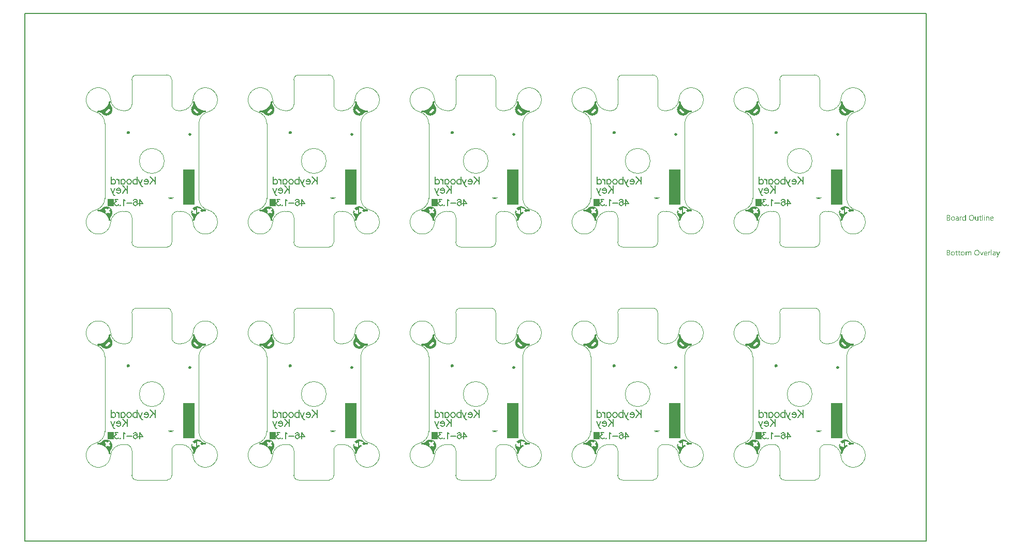
<source format=gbo>
G04*
G04 #@! TF.GenerationSoftware,Altium Limited,Altium Designer,21.8.1 (53)*
G04*
G04 Layer_Color=32896*
%FSAX25Y25*%
%MOIN*%
G70*
G04*
G04 #@! TF.SameCoordinates,C38F2C0A-75D8-41A6-A347-4ED76E5A57E3*
G04*
G04*
G04 #@! TF.FilePolarity,Positive*
G04*
G01*
G75*
%ADD12C,0.01968*%
%ADD14C,0.00787*%
%ADD15C,0.00394*%
%ADD55C,0.01181*%
%ADD56C,0.00630*%
%ADD57R,0.04419X0.04528*%
%ADD58R,0.07560X0.22894*%
G36*
X0452307Y0264230D02*
X0452369Y0264221D01*
X0452431Y0264205D01*
X0452490Y0264182D01*
X0452546Y0264153D01*
X0452598Y0264117D01*
X0452647Y0264076D01*
X0452690Y0264030D01*
X0452728Y0263979D01*
X0452760Y0263925D01*
X0452786Y0263867D01*
X0452805Y0263806D01*
X0452817Y0263744D01*
X0452822Y0263681D01*
X0452820Y0263618D01*
X0452813Y0263569D01*
X0452813Y0263569D01*
X0452813Y0263569D01*
X0452804Y0263513D01*
X0452754Y0263265D01*
X0452697Y0263020D01*
X0452697Y0263020D01*
X0452697Y0263020D01*
X0452696Y0263016D01*
X0452696Y0263016D01*
X0452680Y0262950D01*
X0452659Y0262831D01*
X0452645Y0262712D01*
X0452638Y0262591D01*
X0452638Y0262471D01*
X0452646Y0262351D01*
X0452661Y0262231D01*
X0452683Y0262113D01*
X0452712Y0261996D01*
X0452748Y0261881D01*
X0452792Y0261768D01*
X0452841Y0261659D01*
X0452898Y0261552D01*
X0452960Y0261449D01*
X0453029Y0261350D01*
X0453093Y0261269D01*
X0453093Y0261269D01*
X0453179Y0261162D01*
X0453280Y0261025D01*
X0453374Y0260883D01*
X0453463Y0260737D01*
X0453545Y0260587D01*
X0453621Y0260434D01*
X0453689Y0260278D01*
X0453751Y0260119D01*
X0453806Y0259957D01*
X0453854Y0259793D01*
X0453894Y0259628D01*
X0453928Y0259460D01*
X0453954Y0259291D01*
X0453972Y0259122D01*
X0453983Y0258951D01*
X0453987Y0258781D01*
X0453983Y0258610D01*
X0453972Y0258440D01*
X0453954Y0258270D01*
X0453928Y0258102D01*
X0453894Y0257934D01*
X0453854Y0257768D01*
X0453806Y0257604D01*
X0453751Y0257443D01*
X0453689Y0257284D01*
X0453621Y0257127D01*
X0453545Y0256974D01*
X0453463Y0256825D01*
X0453374Y0256679D01*
X0453280Y0256537D01*
X0453179Y0256399D01*
X0453072Y0256266D01*
X0452959Y0256138D01*
X0452841Y0256015D01*
X0452718Y0255897D01*
X0452590Y0255784D01*
X0452457Y0255677D01*
X0452319Y0255576D01*
X0452177Y0255482D01*
X0452031Y0255393D01*
X0451882Y0255311D01*
X0451728Y0255235D01*
X0451572Y0255167D01*
X0451413Y0255105D01*
X0451252Y0255050D01*
X0451088Y0255002D01*
X0450922Y0254962D01*
X0450754Y0254928D01*
X0450586Y0254902D01*
X0450416Y0254884D01*
X0450246Y0254873D01*
X0450075Y0254869D01*
X0449905Y0254873D01*
X0449734Y0254884D01*
X0449565Y0254902D01*
X0449396Y0254928D01*
X0449228Y0254962D01*
X0449063Y0255002D01*
X0448899Y0255050D01*
X0448737Y0255105D01*
X0448578Y0255167D01*
X0448422Y0255235D01*
X0448269Y0255311D01*
X0448119Y0255393D01*
X0447973Y0255482D01*
X0447831Y0255576D01*
X0447694Y0255677D01*
X0447561Y0255784D01*
X0447432Y0255897D01*
X0447309Y0256015D01*
X0447191Y0256138D01*
X0447098Y0256244D01*
X0447098Y0256244D01*
X0447028Y0256322D01*
X0446943Y0256407D01*
X0446852Y0256487D01*
X0446757Y0256561D01*
X0446658Y0256629D01*
X0446555Y0256691D01*
X0446448Y0256746D01*
X0446338Y0256795D01*
X0446225Y0256838D01*
X0446110Y0256873D01*
X0445993Y0256902D01*
X0445874Y0256923D01*
X0445754Y0256937D01*
X0445634Y0256944D01*
X0445514Y0256943D01*
X0445448Y0256939D01*
X0445447Y0256940D01*
X0445443Y0256939D01*
X0445443Y0256939D01*
X0445199Y0256926D01*
X0444946Y0256920D01*
X0444890Y0256921D01*
X0444890Y0256920D01*
Y0256921D01*
X0444841Y0256922D01*
X0444779Y0256931D01*
X0444718Y0256947D01*
X0444659Y0256970D01*
X0444603Y0256999D01*
X0444551Y0257034D01*
X0444502Y0257075D01*
X0444459Y0257121D01*
X0444421Y0257172D01*
X0444390Y0257226D01*
X0444364Y0257284D01*
X0444345Y0257344D01*
X0444333Y0257406D01*
X0444328Y0257469D01*
X0444330Y0257532D01*
X0444339Y0257594D01*
X0444355Y0257655D01*
X0444377Y0257714D01*
X0444407Y0257770D01*
X0444442Y0257822D01*
X0444483Y0257870D01*
X0444529Y0257914D01*
X0444579Y0257951D01*
X0444634Y0257983D01*
X0444691Y0258009D01*
X0444751Y0258028D01*
X0444813Y0258040D01*
X0444876Y0258045D01*
X0444890Y0258045D01*
X0444890Y0258045D01*
X0444891Y0258045D01*
X0444966Y0258045D01*
X0445192Y0258051D01*
X0445418Y0258065D01*
X0445643Y0258085D01*
X0445868Y0258114D01*
X0446091Y0258150D01*
X0446313Y0258192D01*
X0446534Y0258243D01*
X0446753Y0258300D01*
X0446970Y0258365D01*
X0447184Y0258436D01*
X0447397Y0258515D01*
X0447606Y0258600D01*
X0447813Y0258692D01*
X0448016Y0258791D01*
X0448216Y0258897D01*
X0448413Y0259009D01*
X0448606Y0259127D01*
X0448795Y0259252D01*
X0448980Y0259383D01*
X0449160Y0259520D01*
X0449335Y0259662D01*
X0449506Y0259811D01*
X0449673Y0259964D01*
X0449833Y0260124D01*
X0449989Y0260288D01*
X0450139Y0260457D01*
X0450284Y0260631D01*
X0450422Y0260810D01*
X0450555Y0260993D01*
X0450682Y0261181D01*
X0450803Y0261372D01*
X0450917Y0261568D01*
X0451024Y0261767D01*
X0451126Y0261969D01*
X0451220Y0262175D01*
X0451308Y0262383D01*
X0451389Y0262595D01*
X0451463Y0262809D01*
X0451530Y0263025D01*
X0451589Y0263243D01*
X0451642Y0263463D01*
X0451687Y0263685D01*
X0451701Y0263764D01*
X0451701Y0263764D01*
X0451701Y0263764D01*
X0451704Y0263779D01*
X0451720Y0263840D01*
X0451742Y0263899D01*
X0451772Y0263955D01*
X0451807Y0264008D01*
X0451848Y0264056D01*
X0451894Y0264100D01*
X0451945Y0264138D01*
X0452000Y0264170D01*
X0452058Y0264195D01*
X0452118Y0264214D01*
X0452180Y0264227D01*
X0452243Y0264232D01*
X0452307Y0264230D01*
D02*
G37*
G36*
X0347974D02*
X0348037Y0264221D01*
X0348098Y0264205D01*
X0348157Y0264182D01*
X0348213Y0264153D01*
X0348266Y0264117D01*
X0348314Y0264076D01*
X0348357Y0264030D01*
X0348395Y0263979D01*
X0348427Y0263925D01*
X0348453Y0263867D01*
X0348472Y0263806D01*
X0348484Y0263744D01*
X0348489Y0263681D01*
X0348487Y0263618D01*
X0348480Y0263569D01*
X0348481Y0263569D01*
X0348480Y0263569D01*
X0348471Y0263513D01*
X0348422Y0263265D01*
X0348364Y0263020D01*
X0348364Y0263020D01*
X0348364Y0263020D01*
X0348363Y0263016D01*
X0348363Y0263016D01*
X0348347Y0262950D01*
X0348326Y0262831D01*
X0348312Y0262712D01*
X0348305Y0262591D01*
X0348306Y0262471D01*
X0348313Y0262351D01*
X0348328Y0262231D01*
X0348350Y0262113D01*
X0348379Y0261996D01*
X0348416Y0261881D01*
X0348459Y0261768D01*
X0348509Y0261659D01*
X0348565Y0261552D01*
X0348628Y0261449D01*
X0348696Y0261350D01*
X0348760Y0261269D01*
X0348760Y0261269D01*
X0348846Y0261162D01*
X0348947Y0261025D01*
X0349042Y0260883D01*
X0349130Y0260737D01*
X0349212Y0260587D01*
X0349288Y0260434D01*
X0349357Y0260278D01*
X0349418Y0260119D01*
X0349473Y0259957D01*
X0349521Y0259793D01*
X0349562Y0259628D01*
X0349595Y0259460D01*
X0349621Y0259291D01*
X0349640Y0259122D01*
X0349651Y0258951D01*
X0349654Y0258781D01*
X0349651Y0258610D01*
X0349640Y0258440D01*
X0349621Y0258270D01*
X0349595Y0258102D01*
X0349562Y0257934D01*
X0349521Y0257768D01*
X0349473Y0257604D01*
X0349418Y0257443D01*
X0349357Y0257284D01*
X0349288Y0257127D01*
X0349212Y0256974D01*
X0349130Y0256825D01*
X0349042Y0256679D01*
X0348947Y0256537D01*
X0348846Y0256399D01*
X0348739Y0256266D01*
X0348627Y0256138D01*
X0348509Y0256015D01*
X0348385Y0255897D01*
X0348257Y0255784D01*
X0348124Y0255677D01*
X0347986Y0255576D01*
X0347844Y0255482D01*
X0347698Y0255393D01*
X0347549Y0255311D01*
X0347396Y0255235D01*
X0347239Y0255167D01*
X0347080Y0255105D01*
X0346919Y0255050D01*
X0346755Y0255002D01*
X0346589Y0254962D01*
X0346422Y0254928D01*
X0346253Y0254902D01*
X0346083Y0254884D01*
X0345913Y0254873D01*
X0345742Y0254869D01*
X0345572Y0254873D01*
X0345402Y0254884D01*
X0345232Y0254902D01*
X0345063Y0254928D01*
X0344896Y0254962D01*
X0344730Y0255002D01*
X0344566Y0255050D01*
X0344404Y0255105D01*
X0344245Y0255167D01*
X0344089Y0255235D01*
X0343936Y0255311D01*
X0343787Y0255393D01*
X0343640Y0255482D01*
X0343499Y0255576D01*
X0343361Y0255677D01*
X0343228Y0255784D01*
X0343099Y0255897D01*
X0342976Y0256015D01*
X0342858Y0256138D01*
X0342765Y0256244D01*
X0342765Y0256244D01*
X0342695Y0256322D01*
X0342610Y0256407D01*
X0342519Y0256487D01*
X0342424Y0256561D01*
X0342325Y0256629D01*
X0342222Y0256691D01*
X0342115Y0256746D01*
X0342005Y0256795D01*
X0341892Y0256838D01*
X0341777Y0256873D01*
X0341660Y0256902D01*
X0341541Y0256923D01*
X0341422Y0256937D01*
X0341301Y0256944D01*
X0341181Y0256943D01*
X0341115Y0256939D01*
X0341115Y0256940D01*
X0341111Y0256939D01*
X0341111Y0256939D01*
X0340866Y0256926D01*
X0340614Y0256920D01*
X0340557Y0256921D01*
X0340557Y0256920D01*
Y0256921D01*
X0340508Y0256922D01*
X0340446Y0256931D01*
X0340385Y0256947D01*
X0340326Y0256970D01*
X0340270Y0256999D01*
X0340218Y0257034D01*
X0340170Y0257075D01*
X0340126Y0257121D01*
X0340089Y0257172D01*
X0340057Y0257226D01*
X0340031Y0257284D01*
X0340012Y0257344D01*
X0340000Y0257406D01*
X0339995Y0257469D01*
X0339997Y0257532D01*
X0340006Y0257594D01*
X0340022Y0257655D01*
X0340045Y0257714D01*
X0340074Y0257770D01*
X0340109Y0257822D01*
X0340150Y0257870D01*
X0340196Y0257914D01*
X0340246Y0257951D01*
X0340301Y0257983D01*
X0340358Y0258009D01*
X0340419Y0258028D01*
X0340480Y0258040D01*
X0340543Y0258045D01*
X0340557Y0258045D01*
X0340557Y0258045D01*
X0340558Y0258045D01*
X0340633Y0258045D01*
X0340859Y0258051D01*
X0341085Y0258065D01*
X0341310Y0258085D01*
X0341535Y0258114D01*
X0341758Y0258150D01*
X0341981Y0258192D01*
X0342201Y0258243D01*
X0342420Y0258300D01*
X0342637Y0258365D01*
X0342852Y0258436D01*
X0343064Y0258515D01*
X0343273Y0258600D01*
X0343480Y0258692D01*
X0343684Y0258791D01*
X0343884Y0258897D01*
X0344080Y0259009D01*
X0344273Y0259127D01*
X0344462Y0259252D01*
X0344647Y0259383D01*
X0344827Y0259520D01*
X0345003Y0259662D01*
X0345174Y0259811D01*
X0345340Y0259964D01*
X0345501Y0260124D01*
X0345656Y0260288D01*
X0345806Y0260457D01*
X0345951Y0260631D01*
X0346090Y0260810D01*
X0346222Y0260993D01*
X0346349Y0261181D01*
X0346470Y0261372D01*
X0346584Y0261568D01*
X0346692Y0261767D01*
X0346793Y0261969D01*
X0346887Y0262175D01*
X0346975Y0262383D01*
X0347056Y0262595D01*
X0347130Y0262809D01*
X0347197Y0263025D01*
X0347256Y0263243D01*
X0347309Y0263463D01*
X0347355Y0263685D01*
X0347368Y0263764D01*
X0347368Y0263764D01*
X0347369Y0263764D01*
X0347371Y0263779D01*
X0347387Y0263840D01*
X0347410Y0263899D01*
X0347439Y0263955D01*
X0347474Y0264008D01*
X0347515Y0264056D01*
X0347561Y0264100D01*
X0347612Y0264138D01*
X0347667Y0264170D01*
X0347725Y0264195D01*
X0347785Y0264214D01*
X0347847Y0264227D01*
X0347910Y0264232D01*
X0347974Y0264230D01*
D02*
G37*
G36*
X0243641D02*
X0243704Y0264221D01*
X0243765Y0264205D01*
X0243824Y0264182D01*
X0243880Y0264153D01*
X0243933Y0264117D01*
X0243981Y0264076D01*
X0244025Y0264030D01*
X0244062Y0263979D01*
X0244094Y0263925D01*
X0244120Y0263867D01*
X0244139Y0263806D01*
X0244151Y0263744D01*
X0244157Y0263681D01*
X0244155Y0263618D01*
X0244147Y0263569D01*
X0244148Y0263569D01*
X0244148Y0263569D01*
X0244138Y0263513D01*
X0244089Y0263265D01*
X0244032Y0263020D01*
X0244032Y0263020D01*
X0244032Y0263020D01*
X0244030Y0263016D01*
X0244030Y0263016D01*
X0244015Y0262950D01*
X0243993Y0262831D01*
X0243979Y0262712D01*
X0243972Y0262591D01*
X0243973Y0262471D01*
X0243980Y0262351D01*
X0243995Y0262231D01*
X0244017Y0262113D01*
X0244047Y0261996D01*
X0244083Y0261881D01*
X0244126Y0261768D01*
X0244176Y0261659D01*
X0244232Y0261552D01*
X0244295Y0261449D01*
X0244363Y0261350D01*
X0244427Y0261269D01*
X0244427Y0261269D01*
X0244513Y0261162D01*
X0244614Y0261025D01*
X0244709Y0260883D01*
X0244797Y0260737D01*
X0244880Y0260587D01*
X0244955Y0260434D01*
X0245024Y0260278D01*
X0245086Y0260119D01*
X0245141Y0259957D01*
X0245188Y0259793D01*
X0245229Y0259628D01*
X0245262Y0259460D01*
X0245288Y0259291D01*
X0245307Y0259122D01*
X0245318Y0258951D01*
X0245322Y0258781D01*
X0245318Y0258610D01*
X0245307Y0258440D01*
X0245288Y0258270D01*
X0245262Y0258102D01*
X0245229Y0257934D01*
X0245188Y0257768D01*
X0245141Y0257604D01*
X0245086Y0257443D01*
X0245024Y0257284D01*
X0244955Y0257127D01*
X0244880Y0256974D01*
X0244797Y0256825D01*
X0244709Y0256679D01*
X0244614Y0256537D01*
X0244513Y0256399D01*
X0244406Y0256266D01*
X0244294Y0256138D01*
X0244176Y0256015D01*
X0244053Y0255897D01*
X0243924Y0255784D01*
X0243791Y0255677D01*
X0243653Y0255576D01*
X0243512Y0255482D01*
X0243366Y0255393D01*
X0243216Y0255311D01*
X0243063Y0255235D01*
X0242907Y0255167D01*
X0242748Y0255105D01*
X0242586Y0255050D01*
X0242422Y0255002D01*
X0242256Y0254962D01*
X0242089Y0254928D01*
X0241920Y0254902D01*
X0241751Y0254884D01*
X0241580Y0254873D01*
X0241410Y0254869D01*
X0241239Y0254873D01*
X0241069Y0254884D01*
X0240899Y0254902D01*
X0240730Y0254928D01*
X0240563Y0254962D01*
X0240397Y0255002D01*
X0240233Y0255050D01*
X0240072Y0255105D01*
X0239913Y0255167D01*
X0239756Y0255235D01*
X0239603Y0255311D01*
X0239454Y0255393D01*
X0239308Y0255482D01*
X0239166Y0255576D01*
X0239028Y0255677D01*
X0238895Y0255784D01*
X0238767Y0255897D01*
X0238644Y0256015D01*
X0238525Y0256138D01*
X0238433Y0256244D01*
X0238433Y0256244D01*
X0238363Y0256322D01*
X0238277Y0256407D01*
X0238187Y0256487D01*
X0238092Y0256561D01*
X0237992Y0256629D01*
X0237889Y0256691D01*
X0237782Y0256746D01*
X0237672Y0256795D01*
X0237559Y0256838D01*
X0237444Y0256873D01*
X0237327Y0256902D01*
X0237208Y0256923D01*
X0237089Y0256937D01*
X0236968Y0256944D01*
X0236848Y0256943D01*
X0236782Y0256939D01*
X0236782Y0256940D01*
X0236778Y0256939D01*
X0236778Y0256939D01*
X0236533Y0256926D01*
X0236281Y0256920D01*
X0236225Y0256921D01*
X0236225Y0256920D01*
Y0256921D01*
X0236176Y0256922D01*
X0236113Y0256931D01*
X0236052Y0256947D01*
X0235993Y0256970D01*
X0235937Y0256999D01*
X0235885Y0257034D01*
X0235837Y0257075D01*
X0235794Y0257121D01*
X0235756Y0257172D01*
X0235724Y0257226D01*
X0235698Y0257284D01*
X0235679Y0257344D01*
X0235667Y0257406D01*
X0235662Y0257469D01*
X0235664Y0257532D01*
X0235673Y0257594D01*
X0235689Y0257655D01*
X0235712Y0257714D01*
X0235741Y0257770D01*
X0235776Y0257822D01*
X0235817Y0257870D01*
X0235863Y0257914D01*
X0235913Y0257951D01*
X0235968Y0257983D01*
X0236026Y0258009D01*
X0236086Y0258028D01*
X0236148Y0258040D01*
X0236211Y0258045D01*
X0236225Y0258045D01*
X0236225Y0258045D01*
X0236225Y0258045D01*
X0236300Y0258045D01*
X0236526Y0258051D01*
X0236752Y0258065D01*
X0236978Y0258085D01*
X0237202Y0258114D01*
X0237425Y0258150D01*
X0237648Y0258192D01*
X0237868Y0258243D01*
X0238087Y0258300D01*
X0238304Y0258365D01*
X0238519Y0258436D01*
X0238731Y0258515D01*
X0238941Y0258600D01*
X0239147Y0258692D01*
X0239351Y0258791D01*
X0239551Y0258897D01*
X0239748Y0259009D01*
X0239940Y0259127D01*
X0240129Y0259252D01*
X0240314Y0259383D01*
X0240494Y0259520D01*
X0240670Y0259662D01*
X0240841Y0259811D01*
X0241007Y0259964D01*
X0241168Y0260124D01*
X0241323Y0260288D01*
X0241474Y0260457D01*
X0241618Y0260631D01*
X0241757Y0260810D01*
X0241890Y0260993D01*
X0242016Y0261181D01*
X0242137Y0261372D01*
X0242251Y0261568D01*
X0242359Y0261767D01*
X0242460Y0261969D01*
X0242555Y0262175D01*
X0242642Y0262383D01*
X0242723Y0262595D01*
X0242797Y0262809D01*
X0242864Y0263025D01*
X0242924Y0263243D01*
X0242976Y0263463D01*
X0243022Y0263685D01*
X0243035Y0263764D01*
X0243035Y0263764D01*
X0243036Y0263764D01*
X0243038Y0263779D01*
X0243054Y0263840D01*
X0243077Y0263899D01*
X0243106Y0263955D01*
X0243141Y0264008D01*
X0243182Y0264056D01*
X0243229Y0264100D01*
X0243279Y0264138D01*
X0243334Y0264170D01*
X0243392Y0264195D01*
X0243452Y0264214D01*
X0243514Y0264227D01*
X0243578Y0264232D01*
X0243641Y0264230D01*
D02*
G37*
G36*
X0139308D02*
X0139371Y0264221D01*
X0139432Y0264205D01*
X0139491Y0264182D01*
X0139548Y0264153D01*
X0139600Y0264117D01*
X0139648Y0264076D01*
X0139692Y0264030D01*
X0139730Y0263979D01*
X0139762Y0263925D01*
X0139787Y0263867D01*
X0139806Y0263806D01*
X0139819Y0263744D01*
X0139824Y0263681D01*
X0139822Y0263618D01*
X0139815Y0263569D01*
X0139815Y0263569D01*
X0139815Y0263569D01*
X0139805Y0263513D01*
X0139756Y0263265D01*
X0139699Y0263020D01*
X0139699Y0263020D01*
X0139699Y0263020D01*
X0139698Y0263016D01*
X0139698Y0263016D01*
X0139682Y0262950D01*
X0139660Y0262831D01*
X0139646Y0262712D01*
X0139639Y0262591D01*
X0139640Y0262471D01*
X0139648Y0262351D01*
X0139663Y0262231D01*
X0139685Y0262113D01*
X0139714Y0261996D01*
X0139750Y0261881D01*
X0139793Y0261768D01*
X0139843Y0261659D01*
X0139899Y0261552D01*
X0139962Y0261449D01*
X0140031Y0261350D01*
X0140095Y0261269D01*
X0140095Y0261269D01*
X0140180Y0261162D01*
X0140281Y0261025D01*
X0140376Y0260883D01*
X0140465Y0260737D01*
X0140547Y0260587D01*
X0140622Y0260434D01*
X0140691Y0260278D01*
X0140753Y0260119D01*
X0140808Y0259957D01*
X0140856Y0259793D01*
X0140896Y0259628D01*
X0140929Y0259460D01*
X0140955Y0259291D01*
X0140974Y0259122D01*
X0140985Y0258951D01*
X0140989Y0258781D01*
X0140985Y0258610D01*
X0140974Y0258440D01*
X0140955Y0258270D01*
X0140929Y0258102D01*
X0140896Y0257934D01*
X0140856Y0257768D01*
X0140808Y0257604D01*
X0140753Y0257443D01*
X0140691Y0257284D01*
X0140622Y0257127D01*
X0140547Y0256974D01*
X0140465Y0256825D01*
X0140376Y0256679D01*
X0140281Y0256537D01*
X0140180Y0256399D01*
X0140074Y0256266D01*
X0139961Y0256138D01*
X0139843Y0256015D01*
X0139720Y0255897D01*
X0139591Y0255784D01*
X0139458Y0255677D01*
X0139321Y0255576D01*
X0139179Y0255482D01*
X0139033Y0255393D01*
X0138883Y0255311D01*
X0138730Y0255235D01*
X0138574Y0255167D01*
X0138415Y0255105D01*
X0138253Y0255050D01*
X0138089Y0255002D01*
X0137924Y0254962D01*
X0137756Y0254928D01*
X0137587Y0254902D01*
X0137418Y0254884D01*
X0137248Y0254873D01*
X0137077Y0254869D01*
X0136906Y0254873D01*
X0136736Y0254884D01*
X0136566Y0254902D01*
X0136398Y0254928D01*
X0136230Y0254962D01*
X0136064Y0255002D01*
X0135900Y0255050D01*
X0135739Y0255105D01*
X0135580Y0255167D01*
X0135424Y0255235D01*
X0135271Y0255311D01*
X0135121Y0255393D01*
X0134975Y0255482D01*
X0134833Y0255576D01*
X0134695Y0255677D01*
X0134562Y0255784D01*
X0134434Y0255897D01*
X0134311Y0256015D01*
X0134193Y0256138D01*
X0134100Y0256244D01*
X0134100Y0256244D01*
X0134030Y0256322D01*
X0133944Y0256407D01*
X0133854Y0256487D01*
X0133759Y0256561D01*
X0133659Y0256629D01*
X0133556Y0256691D01*
X0133449Y0256746D01*
X0133339Y0256795D01*
X0133226Y0256838D01*
X0133111Y0256873D01*
X0132994Y0256902D01*
X0132876Y0256923D01*
X0132756Y0256937D01*
X0132636Y0256944D01*
X0132515Y0256943D01*
X0132449Y0256939D01*
X0132449Y0256940D01*
X0132445Y0256939D01*
X0132445Y0256939D01*
X0132201Y0256926D01*
X0131948Y0256920D01*
X0131892Y0256921D01*
X0131892Y0256920D01*
Y0256921D01*
X0131843Y0256922D01*
X0131780Y0256931D01*
X0131719Y0256947D01*
X0131660Y0256970D01*
X0131605Y0256999D01*
X0131552Y0257034D01*
X0131504Y0257075D01*
X0131461Y0257121D01*
X0131423Y0257172D01*
X0131391Y0257226D01*
X0131366Y0257284D01*
X0131347Y0257344D01*
X0131334Y0257406D01*
X0131329Y0257469D01*
X0131331Y0257532D01*
X0131340Y0257594D01*
X0131356Y0257655D01*
X0131379Y0257714D01*
X0131408Y0257770D01*
X0131443Y0257822D01*
X0131484Y0257870D01*
X0131530Y0257914D01*
X0131581Y0257951D01*
X0131635Y0257983D01*
X0131693Y0258009D01*
X0131753Y0258028D01*
X0131815Y0258040D01*
X0131878Y0258045D01*
X0131892Y0258045D01*
X0131892Y0258045D01*
X0131892Y0258045D01*
X0131967Y0258045D01*
X0132193Y0258051D01*
X0132419Y0258065D01*
X0132645Y0258085D01*
X0132869Y0258114D01*
X0133093Y0258150D01*
X0133315Y0258192D01*
X0133536Y0258243D01*
X0133754Y0258300D01*
X0133971Y0258365D01*
X0134186Y0258436D01*
X0134398Y0258515D01*
X0134608Y0258600D01*
X0134815Y0258692D01*
X0135018Y0258791D01*
X0135218Y0258897D01*
X0135415Y0259009D01*
X0135608Y0259127D01*
X0135796Y0259252D01*
X0135981Y0259383D01*
X0136161Y0259520D01*
X0136337Y0259662D01*
X0136508Y0259811D01*
X0136674Y0259964D01*
X0136835Y0260124D01*
X0136991Y0260288D01*
X0137141Y0260457D01*
X0137285Y0260631D01*
X0137424Y0260810D01*
X0137557Y0260993D01*
X0137683Y0261181D01*
X0137804Y0261372D01*
X0137918Y0261568D01*
X0138026Y0261767D01*
X0138127Y0261969D01*
X0138222Y0262175D01*
X0138310Y0262383D01*
X0138390Y0262595D01*
X0138464Y0262809D01*
X0138531Y0263025D01*
X0138591Y0263243D01*
X0138644Y0263463D01*
X0138689Y0263685D01*
X0138702Y0263764D01*
X0138702Y0263764D01*
X0138703Y0263764D01*
X0138705Y0263779D01*
X0138721Y0263840D01*
X0138744Y0263899D01*
X0138773Y0263955D01*
X0138809Y0264008D01*
X0138850Y0264056D01*
X0138896Y0264100D01*
X0138946Y0264138D01*
X0139001Y0264170D01*
X0139059Y0264195D01*
X0139120Y0264214D01*
X0139182Y0264227D01*
X0139245Y0264232D01*
X0139308Y0264230D01*
D02*
G37*
G36*
X0034975D02*
X0035038Y0264221D01*
X0035099Y0264205D01*
X0035159Y0264182D01*
X0035215Y0264153D01*
X0035267Y0264117D01*
X0035316Y0264076D01*
X0035359Y0264030D01*
X0035397Y0263979D01*
X0035429Y0263925D01*
X0035455Y0263867D01*
X0035474Y0263806D01*
X0035486Y0263744D01*
X0035491Y0263681D01*
X0035489Y0263618D01*
X0035482Y0263569D01*
X0035482Y0263569D01*
X0035482Y0263569D01*
X0035473Y0263513D01*
X0035423Y0263265D01*
X0035366Y0263020D01*
X0035366Y0263020D01*
X0035366Y0263020D01*
X0035365Y0263016D01*
X0035365Y0263016D01*
X0035349Y0262950D01*
X0035328Y0262831D01*
X0035313Y0262712D01*
X0035307Y0262591D01*
X0035307Y0262471D01*
X0035315Y0262351D01*
X0035330Y0262231D01*
X0035352Y0262113D01*
X0035381Y0261996D01*
X0035417Y0261881D01*
X0035460Y0261768D01*
X0035510Y0261659D01*
X0035566Y0261552D01*
X0035629Y0261449D01*
X0035698Y0261350D01*
X0035762Y0261269D01*
X0035762Y0261269D01*
X0035848Y0261162D01*
X0035949Y0261025D01*
X0036043Y0260883D01*
X0036132Y0260737D01*
X0036214Y0260587D01*
X0036289Y0260434D01*
X0036358Y0260278D01*
X0036420Y0260119D01*
X0036475Y0259957D01*
X0036523Y0259793D01*
X0036563Y0259628D01*
X0036597Y0259460D01*
X0036623Y0259291D01*
X0036641Y0259122D01*
X0036652Y0258951D01*
X0036656Y0258781D01*
X0036652Y0258610D01*
X0036641Y0258440D01*
X0036623Y0258270D01*
X0036597Y0258102D01*
X0036563Y0257934D01*
X0036523Y0257768D01*
X0036475Y0257604D01*
X0036420Y0257443D01*
X0036358Y0257284D01*
X0036289Y0257127D01*
X0036214Y0256974D01*
X0036132Y0256825D01*
X0036043Y0256679D01*
X0035949Y0256537D01*
X0035848Y0256399D01*
X0035741Y0256266D01*
X0035628Y0256138D01*
X0035510Y0256015D01*
X0035387Y0255897D01*
X0035259Y0255784D01*
X0035125Y0255677D01*
X0034988Y0255576D01*
X0034846Y0255482D01*
X0034700Y0255393D01*
X0034550Y0255311D01*
X0034397Y0255235D01*
X0034241Y0255167D01*
X0034082Y0255105D01*
X0033920Y0255050D01*
X0033757Y0255002D01*
X0033591Y0254962D01*
X0033423Y0254928D01*
X0033255Y0254902D01*
X0033085Y0254884D01*
X0032915Y0254873D01*
X0032744Y0254869D01*
X0032573Y0254873D01*
X0032403Y0254884D01*
X0032233Y0254902D01*
X0032065Y0254928D01*
X0031897Y0254962D01*
X0031732Y0255002D01*
X0031568Y0255050D01*
X0031406Y0255105D01*
X0031247Y0255167D01*
X0031091Y0255235D01*
X0030938Y0255311D01*
X0030788Y0255393D01*
X0030642Y0255482D01*
X0030500Y0255576D01*
X0030363Y0255677D01*
X0030229Y0255784D01*
X0030101Y0255897D01*
X0029978Y0256015D01*
X0029860Y0256138D01*
X0029767Y0256244D01*
X0029767Y0256244D01*
X0029697Y0256322D01*
X0029612Y0256407D01*
X0029521Y0256487D01*
X0029426Y0256561D01*
X0029327Y0256629D01*
X0029223Y0256691D01*
X0029116Y0256746D01*
X0029006Y0256795D01*
X0028894Y0256838D01*
X0028778Y0256873D01*
X0028661Y0256902D01*
X0028543Y0256923D01*
X0028423Y0256937D01*
X0028303Y0256944D01*
X0028183Y0256943D01*
X0028117Y0256939D01*
X0028116Y0256940D01*
X0028112Y0256939D01*
X0028112Y0256939D01*
X0027868Y0256926D01*
X0027615Y0256920D01*
X0027559Y0256921D01*
X0027559Y0256920D01*
Y0256921D01*
X0027510Y0256922D01*
X0027448Y0256931D01*
X0027387Y0256947D01*
X0027328Y0256970D01*
X0027272Y0256999D01*
X0027219Y0257034D01*
X0027171Y0257075D01*
X0027128Y0257121D01*
X0027090Y0257172D01*
X0027058Y0257226D01*
X0027033Y0257284D01*
X0027014Y0257344D01*
X0027002Y0257406D01*
X0026997Y0257469D01*
X0026999Y0257532D01*
X0027008Y0257594D01*
X0027024Y0257655D01*
X0027046Y0257714D01*
X0027075Y0257770D01*
X0027111Y0257822D01*
X0027151Y0257870D01*
X0027197Y0257914D01*
X0027248Y0257951D01*
X0027302Y0257983D01*
X0027360Y0258009D01*
X0027420Y0258028D01*
X0027482Y0258040D01*
X0027545Y0258045D01*
X0027559Y0258045D01*
X0027559Y0258045D01*
X0027560Y0258045D01*
X0027634Y0258045D01*
X0027861Y0258051D01*
X0028087Y0258065D01*
X0028312Y0258085D01*
X0028536Y0258114D01*
X0028760Y0258150D01*
X0028982Y0258192D01*
X0029203Y0258243D01*
X0029422Y0258300D01*
X0029638Y0258365D01*
X0029853Y0258436D01*
X0030066Y0258515D01*
X0030275Y0258600D01*
X0030482Y0258692D01*
X0030685Y0258791D01*
X0030885Y0258897D01*
X0031082Y0259009D01*
X0031275Y0259127D01*
X0031464Y0259252D01*
X0031648Y0259383D01*
X0031829Y0259520D01*
X0032004Y0259662D01*
X0032175Y0259811D01*
X0032341Y0259964D01*
X0032502Y0260124D01*
X0032658Y0260288D01*
X0032808Y0260457D01*
X0032952Y0260631D01*
X0033091Y0260810D01*
X0033224Y0260993D01*
X0033351Y0261181D01*
X0033471Y0261372D01*
X0033586Y0261568D01*
X0033693Y0261767D01*
X0033795Y0261969D01*
X0033889Y0262175D01*
X0033977Y0262383D01*
X0034058Y0262595D01*
X0034132Y0262809D01*
X0034198Y0263025D01*
X0034258Y0263243D01*
X0034311Y0263463D01*
X0034356Y0263685D01*
X0034370Y0263764D01*
X0034370Y0263764D01*
X0034370Y0263764D01*
X0034372Y0263779D01*
X0034388Y0263840D01*
X0034411Y0263899D01*
X0034440Y0263955D01*
X0034476Y0264008D01*
X0034517Y0264056D01*
X0034563Y0264100D01*
X0034614Y0264138D01*
X0034668Y0264170D01*
X0034726Y0264195D01*
X0034787Y0264214D01*
X0034849Y0264227D01*
X0034912Y0264232D01*
X0034975Y0264230D01*
D02*
G37*
G36*
X0506503Y0264219D02*
X0506565Y0264207D01*
X0506625Y0264188D01*
X0506683Y0264162D01*
X0506737Y0264131D01*
X0506788Y0264093D01*
X0506834Y0264050D01*
X0506874Y0264001D01*
X0506910Y0263949D01*
X0506939Y0263893D01*
X0506961Y0263834D01*
X0506977Y0263773D01*
X0506979Y0263759D01*
X0506980Y0263759D01*
X0506980Y0263759D01*
X0506993Y0263685D01*
X0507038Y0263463D01*
X0507091Y0263243D01*
X0507150Y0263025D01*
X0507217Y0262809D01*
X0507291Y0262595D01*
X0507372Y0262384D01*
X0507460Y0262175D01*
X0507554Y0261969D01*
X0507655Y0261767D01*
X0507763Y0261568D01*
X0507877Y0261373D01*
X0507998Y0261181D01*
X0508125Y0260994D01*
X0508258Y0260810D01*
X0508396Y0260632D01*
X0508541Y0260457D01*
X0508691Y0260288D01*
X0508847Y0260124D01*
X0509008Y0259965D01*
X0509173Y0259811D01*
X0509344Y0259663D01*
X0509520Y0259520D01*
X0509700Y0259383D01*
X0509885Y0259252D01*
X0510074Y0259128D01*
X0510267Y0259009D01*
X0510463Y0258897D01*
X0510664Y0258792D01*
X0510867Y0258693D01*
X0511074Y0258600D01*
X0511283Y0258515D01*
X0511495Y0258436D01*
X0511710Y0258365D01*
X0511927Y0258300D01*
X0512146Y0258243D01*
X0512367Y0258193D01*
X0512589Y0258150D01*
X0512812Y0258114D01*
X0513037Y0258086D01*
X0513262Y0258065D01*
X0513488Y0258051D01*
X0513714Y0258045D01*
X0513794Y0258046D01*
X0513795Y0258045D01*
X0513795Y0258045D01*
X0513810Y0258045D01*
X0513873Y0258040D01*
X0513935Y0258028D01*
X0513995Y0258009D01*
X0514053Y0257983D01*
X0514108Y0257951D01*
X0514159Y0257913D01*
X0514205Y0257870D01*
X0514246Y0257822D01*
X0514281Y0257769D01*
X0514310Y0257713D01*
X0514333Y0257654D01*
X0514349Y0257592D01*
X0514358Y0257530D01*
X0514360Y0257466D01*
X0514355Y0257403D01*
X0514343Y0257341D01*
X0514324Y0257281D01*
X0514298Y0257223D01*
X0514266Y0257168D01*
X0514228Y0257117D01*
X0514185Y0257071D01*
X0514137Y0257030D01*
X0514084Y0256995D01*
X0514028Y0256965D01*
X0513969Y0256943D01*
X0513907Y0256927D01*
X0513845Y0256918D01*
X0513796Y0256916D01*
Y0256916D01*
X0513739Y0256916D01*
X0513487Y0256921D01*
X0513235Y0256935D01*
X0513235Y0256935D01*
X0513235Y0256935D01*
X0513231Y0256935D01*
X0513230Y0256935D01*
X0513163Y0256940D01*
X0513042Y0256940D01*
X0512922Y0256933D01*
X0512802Y0256919D01*
X0512684Y0256898D01*
X0512567Y0256869D01*
X0512452Y0256834D01*
X0512339Y0256791D01*
X0512229Y0256742D01*
X0512122Y0256687D01*
X0512019Y0256625D01*
X0511919Y0256557D01*
X0511824Y0256483D01*
X0511734Y0256403D01*
X0511648Y0256318D01*
X0511580Y0256241D01*
X0511579Y0256241D01*
X0511489Y0256138D01*
X0511371Y0256015D01*
X0511248Y0255897D01*
X0511119Y0255784D01*
X0510986Y0255678D01*
X0510849Y0255577D01*
X0510707Y0255482D01*
X0510561Y0255393D01*
X0510411Y0255311D01*
X0510258Y0255236D01*
X0510102Y0255167D01*
X0509943Y0255105D01*
X0509781Y0255050D01*
X0509617Y0255002D01*
X0509451Y0254962D01*
X0509284Y0254928D01*
X0509115Y0254903D01*
X0508946Y0254884D01*
X0508775Y0254873D01*
X0508605Y0254869D01*
X0508434Y0254873D01*
X0508264Y0254884D01*
X0508094Y0254903D01*
X0507926Y0254928D01*
X0507758Y0254962D01*
X0507592Y0255002D01*
X0507428Y0255050D01*
X0507267Y0255105D01*
X0507108Y0255167D01*
X0506952Y0255236D01*
X0506798Y0255311D01*
X0506649Y0255393D01*
X0506503Y0255482D01*
X0506361Y0255577D01*
X0506223Y0255678D01*
X0506090Y0255784D01*
X0505962Y0255897D01*
X0505839Y0256015D01*
X0505721Y0256138D01*
X0505608Y0256266D01*
X0505501Y0256400D01*
X0505400Y0256537D01*
X0505305Y0256679D01*
X0505217Y0256825D01*
X0505135Y0256975D01*
X0505059Y0257128D01*
X0504991Y0257284D01*
X0504929Y0257443D01*
X0504874Y0257605D01*
X0504826Y0257769D01*
X0504786Y0257934D01*
X0504752Y0258102D01*
X0504726Y0258270D01*
X0504708Y0258440D01*
X0504697Y0258610D01*
X0504693Y0258781D01*
X0504697Y0258952D01*
X0504708Y0259122D01*
X0504726Y0259292D01*
X0504752Y0259460D01*
X0504786Y0259628D01*
X0504826Y0259793D01*
X0504874Y0259957D01*
X0504929Y0260119D01*
X0504991Y0260278D01*
X0505059Y0260434D01*
X0505135Y0260587D01*
X0505217Y0260737D01*
X0505305Y0260883D01*
X0505400Y0261025D01*
X0505501Y0261162D01*
X0505589Y0261272D01*
X0505589Y0261272D01*
X0505654Y0261355D01*
X0505723Y0261454D01*
X0505786Y0261557D01*
X0505842Y0261663D01*
X0505892Y0261773D01*
X0505935Y0261885D01*
X0505971Y0262000D01*
X0506001Y0262117D01*
X0506023Y0262235D01*
X0506038Y0262355D01*
X0506045Y0262475D01*
X0506046Y0262596D01*
X0506039Y0262716D01*
X0506025Y0262836D01*
X0506003Y0262954D01*
X0505988Y0263018D01*
X0505988Y0263019D01*
X0505987Y0263023D01*
X0505987Y0263023D01*
X0505931Y0263261D01*
X0505882Y0263509D01*
X0505872Y0263564D01*
X0505872Y0263564D01*
X0505872Y0263564D01*
X0505872Y0263564D01*
X0505865Y0263613D01*
X0505864Y0263676D01*
X0505869Y0263739D01*
X0505881Y0263801D01*
X0505900Y0263861D01*
X0505925Y0263918D01*
X0505957Y0263973D01*
X0505995Y0264023D01*
X0506038Y0264069D01*
X0506086Y0264110D01*
X0506139Y0264145D01*
X0506195Y0264175D01*
X0506253Y0264197D01*
X0506315Y0264213D01*
X0506377Y0264222D01*
X0506440Y0264224D01*
X0506503Y0264219D01*
D02*
G37*
G36*
X0402170D02*
X0402232Y0264207D01*
X0402292Y0264188D01*
X0402350Y0264162D01*
X0402404Y0264131D01*
X0402455Y0264093D01*
X0402501Y0264050D01*
X0402542Y0264001D01*
X0402577Y0263949D01*
X0402606Y0263893D01*
X0402629Y0263834D01*
X0402645Y0263773D01*
X0402647Y0263759D01*
X0402647Y0263759D01*
X0402647Y0263759D01*
X0402660Y0263685D01*
X0402705Y0263463D01*
X0402758Y0263243D01*
X0402818Y0263025D01*
X0402884Y0262809D01*
X0402958Y0262595D01*
X0403039Y0262384D01*
X0403127Y0262175D01*
X0403222Y0261969D01*
X0403323Y0261767D01*
X0403431Y0261568D01*
X0403545Y0261373D01*
X0403665Y0261181D01*
X0403792Y0260994D01*
X0403925Y0260810D01*
X0404064Y0260632D01*
X0404208Y0260457D01*
X0404358Y0260288D01*
X0404514Y0260124D01*
X0404675Y0259965D01*
X0404841Y0259811D01*
X0405012Y0259663D01*
X0405187Y0259520D01*
X0405368Y0259383D01*
X0405552Y0259252D01*
X0405741Y0259128D01*
X0405934Y0259009D01*
X0406131Y0258897D01*
X0406331Y0258792D01*
X0406534Y0258693D01*
X0406741Y0258600D01*
X0406951Y0258515D01*
X0407163Y0258436D01*
X0407377Y0258365D01*
X0407594Y0258300D01*
X0407813Y0258243D01*
X0408034Y0258193D01*
X0408256Y0258150D01*
X0408480Y0258114D01*
X0408704Y0258086D01*
X0408929Y0258065D01*
X0409155Y0258051D01*
X0409382Y0258045D01*
X0409461Y0258046D01*
X0409462Y0258045D01*
X0409462Y0258045D01*
X0409477Y0258045D01*
X0409540Y0258040D01*
X0409602Y0258028D01*
X0409662Y0258009D01*
X0409720Y0257983D01*
X0409775Y0257951D01*
X0409826Y0257913D01*
X0409872Y0257870D01*
X0409913Y0257822D01*
X0409948Y0257769D01*
X0409978Y0257713D01*
X0410000Y0257654D01*
X0410016Y0257592D01*
X0410026Y0257530D01*
X0410028Y0257466D01*
X0410022Y0257403D01*
X0410010Y0257341D01*
X0409991Y0257281D01*
X0409965Y0257223D01*
X0409933Y0257168D01*
X0409896Y0257117D01*
X0409852Y0257071D01*
X0409804Y0257030D01*
X0409751Y0256995D01*
X0409695Y0256965D01*
X0409636Y0256943D01*
X0409575Y0256927D01*
X0409512Y0256918D01*
X0409463Y0256916D01*
Y0256916D01*
X0409407Y0256916D01*
X0409154Y0256921D01*
X0408902Y0256935D01*
X0408902Y0256935D01*
X0408902Y0256935D01*
X0408898Y0256935D01*
X0408898Y0256935D01*
X0408830Y0256940D01*
X0408709Y0256940D01*
X0408589Y0256933D01*
X0408470Y0256919D01*
X0408351Y0256898D01*
X0408234Y0256869D01*
X0408119Y0256834D01*
X0408006Y0256791D01*
X0407896Y0256742D01*
X0407789Y0256687D01*
X0407686Y0256625D01*
X0407586Y0256557D01*
X0407491Y0256483D01*
X0407401Y0256403D01*
X0407315Y0256318D01*
X0407247Y0256241D01*
X0407246Y0256241D01*
X0407156Y0256138D01*
X0407038Y0256015D01*
X0406915Y0255897D01*
X0406786Y0255784D01*
X0406653Y0255678D01*
X0406516Y0255577D01*
X0406374Y0255482D01*
X0406228Y0255393D01*
X0406078Y0255311D01*
X0405925Y0255236D01*
X0405769Y0255167D01*
X0405610Y0255105D01*
X0405448Y0255050D01*
X0405285Y0255002D01*
X0405119Y0254962D01*
X0404951Y0254928D01*
X0404783Y0254903D01*
X0404613Y0254884D01*
X0404443Y0254873D01*
X0404272Y0254869D01*
X0404101Y0254873D01*
X0403931Y0254884D01*
X0403761Y0254903D01*
X0403593Y0254928D01*
X0403425Y0254962D01*
X0403260Y0255002D01*
X0403096Y0255050D01*
X0402934Y0255105D01*
X0402775Y0255167D01*
X0402619Y0255236D01*
X0402466Y0255311D01*
X0402316Y0255393D01*
X0402170Y0255482D01*
X0402028Y0255577D01*
X0401891Y0255678D01*
X0401757Y0255784D01*
X0401629Y0255897D01*
X0401506Y0256015D01*
X0401388Y0256138D01*
X0401275Y0256266D01*
X0401168Y0256400D01*
X0401067Y0256537D01*
X0400973Y0256679D01*
X0400884Y0256825D01*
X0400802Y0256975D01*
X0400727Y0257128D01*
X0400658Y0257284D01*
X0400596Y0257443D01*
X0400541Y0257605D01*
X0400493Y0257769D01*
X0400453Y0257934D01*
X0400420Y0258102D01*
X0400393Y0258270D01*
X0400375Y0258440D01*
X0400364Y0258610D01*
X0400360Y0258781D01*
X0400364Y0258952D01*
X0400375Y0259122D01*
X0400393Y0259292D01*
X0400420Y0259460D01*
X0400453Y0259628D01*
X0400493Y0259793D01*
X0400541Y0259957D01*
X0400596Y0260119D01*
X0400658Y0260278D01*
X0400727Y0260434D01*
X0400802Y0260587D01*
X0400884Y0260737D01*
X0400973Y0260883D01*
X0401067Y0261025D01*
X0401168Y0261162D01*
X0401257Y0261272D01*
X0401256Y0261272D01*
X0401322Y0261355D01*
X0401390Y0261454D01*
X0401453Y0261557D01*
X0401509Y0261663D01*
X0401559Y0261773D01*
X0401602Y0261885D01*
X0401638Y0262000D01*
X0401668Y0262117D01*
X0401690Y0262235D01*
X0401705Y0262355D01*
X0401712Y0262475D01*
X0401713Y0262596D01*
X0401706Y0262716D01*
X0401692Y0262836D01*
X0401671Y0262954D01*
X0401655Y0263018D01*
X0401655Y0263019D01*
X0401654Y0263023D01*
X0401654Y0263023D01*
X0401599Y0263261D01*
X0401549Y0263509D01*
X0401540Y0263564D01*
X0401539Y0263564D01*
X0401539Y0263564D01*
X0401540Y0263564D01*
X0401533Y0263613D01*
X0401531Y0263676D01*
X0401536Y0263739D01*
X0401548Y0263801D01*
X0401567Y0263861D01*
X0401593Y0263918D01*
X0401624Y0263973D01*
X0401662Y0264023D01*
X0401705Y0264069D01*
X0401754Y0264110D01*
X0401806Y0264145D01*
X0401862Y0264175D01*
X0401921Y0264197D01*
X0401982Y0264213D01*
X0402044Y0264222D01*
X0402107Y0264224D01*
X0402170Y0264219D01*
D02*
G37*
G36*
X0297837D02*
X0297899Y0264207D01*
X0297959Y0264188D01*
X0298017Y0264162D01*
X0298072Y0264131D01*
X0298122Y0264093D01*
X0298168Y0264050D01*
X0298209Y0264001D01*
X0298244Y0263949D01*
X0298273Y0263893D01*
X0298296Y0263834D01*
X0298312Y0263773D01*
X0298314Y0263759D01*
X0298314Y0263759D01*
X0298314Y0263759D01*
X0298327Y0263685D01*
X0298373Y0263463D01*
X0298425Y0263243D01*
X0298485Y0263025D01*
X0298552Y0262809D01*
X0298626Y0262595D01*
X0298707Y0262384D01*
X0298794Y0262175D01*
X0298889Y0261969D01*
X0298990Y0261767D01*
X0299098Y0261568D01*
X0299212Y0261373D01*
X0299332Y0261181D01*
X0299459Y0260994D01*
X0299592Y0260810D01*
X0299731Y0260632D01*
X0299875Y0260457D01*
X0300026Y0260288D01*
X0300181Y0260124D01*
X0300342Y0259965D01*
X0300508Y0259811D01*
X0300679Y0259663D01*
X0300855Y0259520D01*
X0301035Y0259383D01*
X0301220Y0259252D01*
X0301408Y0259128D01*
X0301601Y0259009D01*
X0301798Y0258897D01*
X0301998Y0258792D01*
X0302202Y0258693D01*
X0302408Y0258600D01*
X0302618Y0258515D01*
X0302830Y0258436D01*
X0303045Y0258365D01*
X0303261Y0258300D01*
X0303481Y0258243D01*
X0303701Y0258193D01*
X0303923Y0258150D01*
X0304147Y0258114D01*
X0304371Y0258086D01*
X0304597Y0258065D01*
X0304823Y0258051D01*
X0305049Y0258045D01*
X0305129Y0258046D01*
X0305129Y0258045D01*
X0305129Y0258045D01*
X0305144Y0258045D01*
X0305207Y0258040D01*
X0305269Y0258028D01*
X0305330Y0258009D01*
X0305388Y0257983D01*
X0305442Y0257951D01*
X0305493Y0257913D01*
X0305539Y0257870D01*
X0305580Y0257822D01*
X0305616Y0257769D01*
X0305645Y0257713D01*
X0305668Y0257654D01*
X0305684Y0257592D01*
X0305693Y0257530D01*
X0305695Y0257466D01*
X0305690Y0257403D01*
X0305677Y0257341D01*
X0305658Y0257281D01*
X0305633Y0257223D01*
X0305601Y0257168D01*
X0305563Y0257117D01*
X0305519Y0257071D01*
X0305471Y0257030D01*
X0305418Y0256995D01*
X0305362Y0256965D01*
X0305303Y0256943D01*
X0305242Y0256927D01*
X0305179Y0256918D01*
X0305130Y0256916D01*
Y0256916D01*
X0305074Y0256916D01*
X0304821Y0256921D01*
X0304569Y0256935D01*
X0304569Y0256935D01*
X0304569Y0256935D01*
X0304565Y0256935D01*
X0304565Y0256935D01*
X0304497Y0256940D01*
X0304377Y0256940D01*
X0304257Y0256933D01*
X0304137Y0256919D01*
X0304018Y0256898D01*
X0303901Y0256869D01*
X0303786Y0256834D01*
X0303673Y0256791D01*
X0303563Y0256742D01*
X0303456Y0256687D01*
X0303353Y0256625D01*
X0303254Y0256557D01*
X0303159Y0256483D01*
X0303068Y0256403D01*
X0302983Y0256318D01*
X0302914Y0256241D01*
X0302914Y0256241D01*
X0302823Y0256138D01*
X0302705Y0256015D01*
X0302582Y0255897D01*
X0302454Y0255784D01*
X0302321Y0255678D01*
X0302183Y0255577D01*
X0302041Y0255482D01*
X0301895Y0255393D01*
X0301746Y0255311D01*
X0301592Y0255236D01*
X0301436Y0255167D01*
X0301277Y0255105D01*
X0301115Y0255050D01*
X0300952Y0255002D01*
X0300786Y0254962D01*
X0300619Y0254928D01*
X0300450Y0254903D01*
X0300280Y0254884D01*
X0300110Y0254873D01*
X0299939Y0254869D01*
X0299768Y0254873D01*
X0299598Y0254884D01*
X0299429Y0254903D01*
X0299260Y0254928D01*
X0299093Y0254962D01*
X0298927Y0255002D01*
X0298763Y0255050D01*
X0298601Y0255105D01*
X0298442Y0255167D01*
X0298286Y0255236D01*
X0298133Y0255311D01*
X0297983Y0255393D01*
X0297837Y0255482D01*
X0297695Y0255577D01*
X0297558Y0255678D01*
X0297425Y0255784D01*
X0297296Y0255897D01*
X0297173Y0256015D01*
X0297055Y0256138D01*
X0296942Y0256266D01*
X0296836Y0256400D01*
X0296735Y0256537D01*
X0296640Y0256679D01*
X0296551Y0256825D01*
X0296469Y0256975D01*
X0296394Y0257128D01*
X0296325Y0257284D01*
X0296263Y0257443D01*
X0296208Y0257605D01*
X0296161Y0257769D01*
X0296120Y0257934D01*
X0296087Y0258102D01*
X0296061Y0258270D01*
X0296042Y0258440D01*
X0296031Y0258610D01*
X0296027Y0258781D01*
X0296031Y0258952D01*
X0296042Y0259122D01*
X0296061Y0259292D01*
X0296087Y0259460D01*
X0296120Y0259628D01*
X0296161Y0259793D01*
X0296208Y0259957D01*
X0296263Y0260119D01*
X0296325Y0260278D01*
X0296394Y0260434D01*
X0296469Y0260587D01*
X0296551Y0260737D01*
X0296640Y0260883D01*
X0296735Y0261025D01*
X0296836Y0261162D01*
X0296924Y0261272D01*
X0296924Y0261272D01*
X0296989Y0261355D01*
X0297058Y0261454D01*
X0297120Y0261557D01*
X0297177Y0261663D01*
X0297226Y0261773D01*
X0297269Y0261885D01*
X0297306Y0262000D01*
X0297335Y0262117D01*
X0297357Y0262235D01*
X0297372Y0262355D01*
X0297380Y0262475D01*
X0297380Y0262596D01*
X0297373Y0262716D01*
X0297359Y0262836D01*
X0297338Y0262954D01*
X0297322Y0263018D01*
X0297322Y0263019D01*
X0297321Y0263023D01*
X0297321Y0263023D01*
X0297266Y0263261D01*
X0297216Y0263509D01*
X0297207Y0263564D01*
X0297206Y0263564D01*
X0297206Y0263564D01*
X0297207Y0263564D01*
X0297200Y0263613D01*
X0297198Y0263676D01*
X0297203Y0263739D01*
X0297215Y0263801D01*
X0297234Y0263861D01*
X0297260Y0263918D01*
X0297292Y0263973D01*
X0297329Y0264023D01*
X0297373Y0264069D01*
X0297421Y0264110D01*
X0297473Y0264145D01*
X0297529Y0264175D01*
X0297588Y0264197D01*
X0297649Y0264213D01*
X0297711Y0264222D01*
X0297774Y0264224D01*
X0297837Y0264219D01*
D02*
G37*
G36*
X0193505D02*
X0193566Y0264207D01*
X0193627Y0264188D01*
X0193684Y0264162D01*
X0193739Y0264131D01*
X0193789Y0264093D01*
X0193835Y0264050D01*
X0193876Y0264001D01*
X0193911Y0263949D01*
X0193940Y0263893D01*
X0193963Y0263834D01*
X0193979Y0263773D01*
X0193981Y0263759D01*
X0193982Y0263759D01*
X0193982Y0263759D01*
X0193994Y0263685D01*
X0194040Y0263463D01*
X0194092Y0263243D01*
X0194152Y0263025D01*
X0194219Y0262809D01*
X0194293Y0262595D01*
X0194374Y0262384D01*
X0194461Y0262175D01*
X0194556Y0261969D01*
X0194657Y0261767D01*
X0194765Y0261568D01*
X0194879Y0261373D01*
X0195000Y0261181D01*
X0195126Y0260994D01*
X0195259Y0260810D01*
X0195398Y0260632D01*
X0195543Y0260457D01*
X0195693Y0260288D01*
X0195848Y0260124D01*
X0196009Y0259965D01*
X0196175Y0259811D01*
X0196346Y0259663D01*
X0196522Y0259520D01*
X0196702Y0259383D01*
X0196887Y0259252D01*
X0197076Y0259128D01*
X0197268Y0259009D01*
X0197465Y0258897D01*
X0197665Y0258792D01*
X0197869Y0258693D01*
X0198075Y0258600D01*
X0198285Y0258515D01*
X0198497Y0258436D01*
X0198712Y0258365D01*
X0198929Y0258300D01*
X0199148Y0258243D01*
X0199368Y0258193D01*
X0199591Y0258150D01*
X0199814Y0258114D01*
X0200039Y0258086D01*
X0200264Y0258065D01*
X0200490Y0258051D01*
X0200716Y0258045D01*
X0200796Y0258046D01*
X0200796Y0258045D01*
X0200796Y0258045D01*
X0200811Y0258045D01*
X0200874Y0258040D01*
X0200937Y0258028D01*
X0200997Y0258009D01*
X0201055Y0257983D01*
X0201110Y0257951D01*
X0201160Y0257913D01*
X0201206Y0257870D01*
X0201247Y0257822D01*
X0201283Y0257769D01*
X0201312Y0257713D01*
X0201335Y0257654D01*
X0201351Y0257592D01*
X0201360Y0257530D01*
X0201362Y0257466D01*
X0201357Y0257403D01*
X0201345Y0257341D01*
X0201325Y0257281D01*
X0201300Y0257223D01*
X0201268Y0257168D01*
X0201230Y0257117D01*
X0201186Y0257071D01*
X0201138Y0257030D01*
X0201086Y0256995D01*
X0201029Y0256965D01*
X0200970Y0256943D01*
X0200909Y0256927D01*
X0200846Y0256918D01*
X0200797Y0256916D01*
Y0256916D01*
X0200741Y0256916D01*
X0200488Y0256921D01*
X0200236Y0256935D01*
X0200236Y0256935D01*
X0200236Y0256935D01*
X0200232Y0256935D01*
X0200232Y0256935D01*
X0200164Y0256940D01*
X0200044Y0256940D01*
X0199924Y0256933D01*
X0199804Y0256919D01*
X0199685Y0256898D01*
X0199568Y0256869D01*
X0199453Y0256834D01*
X0199340Y0256791D01*
X0199230Y0256742D01*
X0199124Y0256687D01*
X0199020Y0256625D01*
X0198921Y0256557D01*
X0198826Y0256483D01*
X0198735Y0256403D01*
X0198650Y0256318D01*
X0198581Y0256241D01*
X0198581Y0256241D01*
X0198491Y0256138D01*
X0198372Y0256015D01*
X0198249Y0255897D01*
X0198121Y0255784D01*
X0197988Y0255678D01*
X0197850Y0255577D01*
X0197708Y0255482D01*
X0197562Y0255393D01*
X0197413Y0255311D01*
X0197260Y0255236D01*
X0197103Y0255167D01*
X0196944Y0255105D01*
X0196783Y0255050D01*
X0196619Y0255002D01*
X0196453Y0254962D01*
X0196286Y0254928D01*
X0196117Y0254903D01*
X0195947Y0254884D01*
X0195777Y0254873D01*
X0195606Y0254869D01*
X0195436Y0254873D01*
X0195265Y0254884D01*
X0195096Y0254903D01*
X0194927Y0254928D01*
X0194760Y0254962D01*
X0194594Y0255002D01*
X0194430Y0255050D01*
X0194268Y0255105D01*
X0194109Y0255167D01*
X0193953Y0255236D01*
X0193800Y0255311D01*
X0193650Y0255393D01*
X0193505Y0255482D01*
X0193363Y0255577D01*
X0193225Y0255678D01*
X0193092Y0255784D01*
X0192964Y0255897D01*
X0192840Y0256015D01*
X0192722Y0256138D01*
X0192610Y0256266D01*
X0192503Y0256400D01*
X0192402Y0256537D01*
X0192307Y0256679D01*
X0192218Y0256825D01*
X0192136Y0256975D01*
X0192061Y0257128D01*
X0191992Y0257284D01*
X0191930Y0257443D01*
X0191876Y0257605D01*
X0191828Y0257769D01*
X0191787Y0257934D01*
X0191754Y0258102D01*
X0191728Y0258270D01*
X0191709Y0258440D01*
X0191698Y0258610D01*
X0191694Y0258781D01*
X0191698Y0258952D01*
X0191709Y0259122D01*
X0191728Y0259292D01*
X0191754Y0259460D01*
X0191787Y0259628D01*
X0191828Y0259793D01*
X0191876Y0259957D01*
X0191930Y0260119D01*
X0191992Y0260278D01*
X0192061Y0260434D01*
X0192136Y0260587D01*
X0192218Y0260737D01*
X0192307Y0260883D01*
X0192402Y0261025D01*
X0192503Y0261162D01*
X0192591Y0261272D01*
X0192591Y0261272D01*
X0192656Y0261355D01*
X0192725Y0261454D01*
X0192787Y0261557D01*
X0192844Y0261663D01*
X0192894Y0261773D01*
X0192937Y0261885D01*
X0192973Y0262000D01*
X0193002Y0262117D01*
X0193024Y0262235D01*
X0193039Y0262355D01*
X0193047Y0262475D01*
X0193047Y0262596D01*
X0193040Y0262716D01*
X0193026Y0262836D01*
X0193005Y0262954D01*
X0192989Y0263018D01*
X0192989Y0263019D01*
X0192988Y0263023D01*
X0192988Y0263023D01*
X0192933Y0263261D01*
X0192883Y0263509D01*
X0192874Y0263564D01*
X0192874Y0263564D01*
X0192874Y0263564D01*
X0192874Y0263564D01*
X0192867Y0263613D01*
X0192865Y0263676D01*
X0192870Y0263739D01*
X0192882Y0263801D01*
X0192901Y0263861D01*
X0192927Y0263918D01*
X0192959Y0263973D01*
X0192997Y0264023D01*
X0193040Y0264069D01*
X0193088Y0264110D01*
X0193140Y0264145D01*
X0193196Y0264175D01*
X0193255Y0264197D01*
X0193316Y0264213D01*
X0193378Y0264222D01*
X0193442Y0264224D01*
X0193505Y0264219D01*
D02*
G37*
G36*
X0089172D02*
X0089234Y0264207D01*
X0089294Y0264188D01*
X0089351Y0264162D01*
X0089406Y0264131D01*
X0089456Y0264093D01*
X0089502Y0264050D01*
X0089543Y0264001D01*
X0089578Y0263949D01*
X0089608Y0263893D01*
X0089630Y0263834D01*
X0089646Y0263773D01*
X0089648Y0263759D01*
X0089649Y0263759D01*
X0089649Y0263759D01*
X0089662Y0263685D01*
X0089707Y0263463D01*
X0089759Y0263243D01*
X0089819Y0263025D01*
X0089886Y0262809D01*
X0089960Y0262595D01*
X0090041Y0262384D01*
X0090129Y0262175D01*
X0090223Y0261969D01*
X0090324Y0261767D01*
X0090432Y0261568D01*
X0090546Y0261373D01*
X0090667Y0261181D01*
X0090794Y0260994D01*
X0090926Y0260810D01*
X0091065Y0260632D01*
X0091210Y0260457D01*
X0091360Y0260288D01*
X0091515Y0260124D01*
X0091676Y0259965D01*
X0091842Y0259811D01*
X0092013Y0259663D01*
X0092189Y0259520D01*
X0092369Y0259383D01*
X0092554Y0259252D01*
X0092743Y0259128D01*
X0092936Y0259009D01*
X0093132Y0258897D01*
X0093332Y0258792D01*
X0093536Y0258693D01*
X0093743Y0258600D01*
X0093952Y0258515D01*
X0094164Y0258436D01*
X0094379Y0258365D01*
X0094596Y0258300D01*
X0094815Y0258243D01*
X0095035Y0258193D01*
X0095258Y0258150D01*
X0095481Y0258114D01*
X0095706Y0258086D01*
X0095931Y0258065D01*
X0096157Y0258051D01*
X0096383Y0258045D01*
X0096463Y0258046D01*
X0096464Y0258045D01*
X0096464Y0258045D01*
X0096478Y0258045D01*
X0096542Y0258040D01*
X0096604Y0258028D01*
X0096664Y0258009D01*
X0096722Y0257983D01*
X0096777Y0257951D01*
X0096827Y0257913D01*
X0096874Y0257870D01*
X0096915Y0257822D01*
X0096950Y0257769D01*
X0096979Y0257713D01*
X0097002Y0257654D01*
X0097018Y0257592D01*
X0097027Y0257530D01*
X0097029Y0257466D01*
X0097024Y0257403D01*
X0097012Y0257341D01*
X0096993Y0257281D01*
X0096967Y0257223D01*
X0096935Y0257168D01*
X0096897Y0257117D01*
X0096854Y0257071D01*
X0096805Y0257030D01*
X0096753Y0256995D01*
X0096697Y0256965D01*
X0096637Y0256943D01*
X0096576Y0256927D01*
X0096513Y0256918D01*
X0096464Y0256916D01*
Y0256916D01*
X0096408Y0256916D01*
X0096155Y0256921D01*
X0095904Y0256935D01*
X0095904Y0256935D01*
X0095903Y0256935D01*
X0095900Y0256935D01*
X0095899Y0256935D01*
X0095832Y0256940D01*
X0095711Y0256940D01*
X0095591Y0256933D01*
X0095471Y0256919D01*
X0095353Y0256898D01*
X0095236Y0256869D01*
X0095120Y0256834D01*
X0095008Y0256791D01*
X0094898Y0256742D01*
X0094791Y0256687D01*
X0094687Y0256625D01*
X0094588Y0256557D01*
X0094493Y0256483D01*
X0094402Y0256403D01*
X0094317Y0256318D01*
X0094248Y0256241D01*
X0094248Y0256241D01*
X0094158Y0256138D01*
X0094040Y0256015D01*
X0093916Y0255897D01*
X0093788Y0255784D01*
X0093655Y0255678D01*
X0093517Y0255577D01*
X0093375Y0255482D01*
X0093230Y0255393D01*
X0093080Y0255311D01*
X0092927Y0255236D01*
X0092771Y0255167D01*
X0092611Y0255105D01*
X0092450Y0255050D01*
X0092286Y0255002D01*
X0092120Y0254962D01*
X0091953Y0254928D01*
X0091784Y0254903D01*
X0091615Y0254884D01*
X0091444Y0254873D01*
X0091274Y0254869D01*
X0091103Y0254873D01*
X0090933Y0254884D01*
X0090763Y0254903D01*
X0090594Y0254928D01*
X0090427Y0254962D01*
X0090261Y0255002D01*
X0090097Y0255050D01*
X0089936Y0255105D01*
X0089776Y0255167D01*
X0089620Y0255236D01*
X0089467Y0255311D01*
X0089318Y0255393D01*
X0089172Y0255482D01*
X0089030Y0255577D01*
X0088892Y0255678D01*
X0088759Y0255784D01*
X0088631Y0255897D01*
X0088507Y0256015D01*
X0088389Y0256138D01*
X0088277Y0256266D01*
X0088170Y0256400D01*
X0088069Y0256537D01*
X0087974Y0256679D01*
X0087886Y0256825D01*
X0087804Y0256975D01*
X0087728Y0257128D01*
X0087659Y0257284D01*
X0087598Y0257443D01*
X0087543Y0257605D01*
X0087495Y0257769D01*
X0087454Y0257934D01*
X0087421Y0258102D01*
X0087395Y0258270D01*
X0087376Y0258440D01*
X0087365Y0258610D01*
X0087362Y0258781D01*
X0087365Y0258952D01*
X0087376Y0259122D01*
X0087395Y0259292D01*
X0087421Y0259460D01*
X0087454Y0259628D01*
X0087495Y0259793D01*
X0087543Y0259957D01*
X0087598Y0260119D01*
X0087659Y0260278D01*
X0087728Y0260434D01*
X0087804Y0260587D01*
X0087886Y0260737D01*
X0087974Y0260883D01*
X0088069Y0261025D01*
X0088170Y0261162D01*
X0088258Y0261272D01*
X0088258Y0261272D01*
X0088323Y0261355D01*
X0088392Y0261454D01*
X0088455Y0261557D01*
X0088511Y0261663D01*
X0088561Y0261773D01*
X0088604Y0261885D01*
X0088640Y0262000D01*
X0088669Y0262117D01*
X0088691Y0262235D01*
X0088706Y0262355D01*
X0088714Y0262475D01*
X0088714Y0262596D01*
X0088708Y0262716D01*
X0088693Y0262836D01*
X0088672Y0262954D01*
X0088657Y0263018D01*
X0088657Y0263019D01*
X0088656Y0263023D01*
X0088656Y0263023D01*
X0088600Y0263261D01*
X0088551Y0263509D01*
X0088541Y0263564D01*
X0088541Y0263564D01*
X0088541Y0263564D01*
X0088541Y0263564D01*
X0088534Y0263613D01*
X0088532Y0263676D01*
X0088538Y0263739D01*
X0088550Y0263801D01*
X0088569Y0263861D01*
X0088594Y0263918D01*
X0088626Y0263973D01*
X0088664Y0264023D01*
X0088707Y0264069D01*
X0088755Y0264110D01*
X0088807Y0264145D01*
X0088863Y0264175D01*
X0088922Y0264197D01*
X0088983Y0264213D01*
X0089046Y0264222D01*
X0089109Y0264224D01*
X0089172Y0264219D01*
D02*
G37*
G36*
X0493120Y0200984D02*
X0489970D01*
X0491545Y0202165D01*
X0493120Y0200984D01*
D02*
G37*
G36*
X0388787D02*
X0385637D01*
X0387212Y0202165D01*
X0388787Y0200984D01*
D02*
G37*
G36*
X0284454D02*
X0281305D01*
X0282879Y0202165D01*
X0284454Y0200984D01*
D02*
G37*
G36*
X0180121D02*
X0176972D01*
X0178547Y0202165D01*
X0180121Y0200984D01*
D02*
G37*
G36*
X0075788D02*
X0072639D01*
X0074214Y0202165D01*
X0075788Y0200984D01*
D02*
G37*
G36*
X0511582Y0194938D02*
X0511582Y0194937D01*
X0511582Y0194938D01*
X0511582Y0194938D01*
D02*
G37*
G36*
X0407249D02*
X0407249Y0194937D01*
X0407249Y0194938D01*
X0407249Y0194938D01*
D02*
G37*
G36*
X0302916D02*
X0302916Y0194937D01*
X0302916Y0194938D01*
X0302916Y0194938D01*
D02*
G37*
G36*
X0198584D02*
X0198583Y0194937D01*
X0198584Y0194938D01*
X0198584Y0194938D01*
D02*
G37*
G36*
X0094251D02*
X0094251Y0194937D01*
D01*
D01*
D01*
X0094251Y0194938D01*
X0094251Y0194938D01*
D02*
G37*
G36*
X0450180Y0196236D02*
X0450350Y0196225D01*
X0450520Y0196206D01*
X0450689Y0196180D01*
X0450856Y0196147D01*
X0451022Y0196106D01*
X0451186Y0196058D01*
X0451347Y0196003D01*
X0451506Y0195942D01*
X0451662Y0195873D01*
X0451816Y0195798D01*
X0451965Y0195715D01*
X0452111Y0195627D01*
X0452253Y0195532D01*
X0452391Y0195431D01*
X0452524Y0195324D01*
X0452652Y0195212D01*
X0452775Y0195094D01*
X0452893Y0194970D01*
X0453006Y0194842D01*
X0453113Y0194709D01*
X0453214Y0194571D01*
X0453308Y0194429D01*
X0453397Y0194283D01*
X0453479Y0194134D01*
X0453555Y0193981D01*
X0453623Y0193825D01*
X0453685Y0193666D01*
X0453740Y0193504D01*
X0453788Y0193340D01*
X0453828Y0193174D01*
X0453862Y0193007D01*
X0453888Y0192838D01*
X0453906Y0192668D01*
X0453918Y0192498D01*
X0453921Y0192327D01*
X0453918Y0192157D01*
X0453906Y0191987D01*
X0453888Y0191817D01*
X0453862Y0191648D01*
X0453828Y0191481D01*
X0453788Y0191315D01*
X0453740Y0191151D01*
X0453685Y0190990D01*
X0453623Y0190831D01*
X0453555Y0190674D01*
X0453479Y0190521D01*
X0453397Y0190372D01*
X0453308Y0190226D01*
X0453214Y0190084D01*
X0453113Y0189946D01*
X0453025Y0189836D01*
X0453025Y0189836D01*
X0452960Y0189754D01*
X0452891Y0189655D01*
X0452828Y0189552D01*
X0452772Y0189445D01*
X0452722Y0189336D01*
X0452679Y0189223D01*
X0452643Y0189108D01*
X0452613Y0188991D01*
X0452591Y0188873D01*
X0452576Y0188753D01*
X0452569Y0188633D01*
X0452568Y0188513D01*
X0452575Y0188392D01*
X0452589Y0188273D01*
X0452611Y0188154D01*
X0452626Y0188090D01*
X0452626Y0188090D01*
X0452627Y0188086D01*
X0452627Y0188086D01*
X0452683Y0187848D01*
X0452732Y0187600D01*
X0452741Y0187544D01*
X0452741D01*
X0452748Y0187496D01*
X0452750Y0187433D01*
X0452745Y0187370D01*
X0452733Y0187308D01*
X0452714Y0187248D01*
X0452689Y0187190D01*
X0452657Y0187136D01*
X0452619Y0187085D01*
X0452576Y0187039D01*
X0452528Y0186998D01*
X0452475Y0186963D01*
X0452419Y0186934D01*
X0452360Y0186911D01*
X0452299Y0186895D01*
X0452237Y0186886D01*
X0452174Y0186884D01*
X0452111Y0186889D01*
X0452049Y0186901D01*
X0451989Y0186920D01*
X0451931Y0186946D01*
X0451877Y0186978D01*
X0451826Y0187016D01*
X0451780Y0187059D01*
X0451740Y0187107D01*
X0451704Y0187159D01*
X0451675Y0187215D01*
X0451652Y0187274D01*
X0451637Y0187335D01*
X0451635Y0187349D01*
X0451634Y0187349D01*
X0451634Y0187349D01*
X0451621Y0187423D01*
X0451576Y0187645D01*
X0451523Y0187865D01*
X0451464Y0188083D01*
X0451397Y0188300D01*
X0451323Y0188514D01*
X0451242Y0188725D01*
X0451154Y0188934D01*
X0451060Y0189139D01*
X0450958Y0189341D01*
X0450851Y0189541D01*
X0450737Y0189736D01*
X0450616Y0189927D01*
X0450489Y0190115D01*
X0450356Y0190298D01*
X0450218Y0190477D01*
X0450073Y0190651D01*
X0449923Y0190820D01*
X0449767Y0190985D01*
X0449607Y0191144D01*
X0449440Y0191298D01*
X0449269Y0191446D01*
X0449094Y0191589D01*
X0448913Y0191725D01*
X0448729Y0191856D01*
X0448540Y0191981D01*
X0448347Y0192099D01*
X0448151Y0192211D01*
X0447950Y0192317D01*
X0447747Y0192416D01*
X0447540Y0192508D01*
X0447331Y0192594D01*
X0447119Y0192672D01*
X0446904Y0192744D01*
X0446687Y0192808D01*
X0446468Y0192866D01*
X0446247Y0192916D01*
X0446025Y0192959D01*
X0445802Y0192994D01*
X0445577Y0193023D01*
X0445352Y0193044D01*
X0445126Y0193057D01*
X0444900Y0193063D01*
X0444820Y0193063D01*
X0444819Y0193063D01*
X0444819Y0193064D01*
X0444804Y0193063D01*
X0444741Y0193068D01*
X0444679Y0193080D01*
X0444619Y0193100D01*
X0444561Y0193125D01*
X0444506Y0193157D01*
X0444455Y0193195D01*
X0444409Y0193239D01*
X0444368Y0193287D01*
X0444333Y0193340D01*
X0444304Y0193396D01*
X0444281Y0193455D01*
X0444265Y0193516D01*
X0444256Y0193579D01*
X0444254Y0193642D01*
X0444259Y0193705D01*
X0444271Y0193767D01*
X0444290Y0193828D01*
X0444316Y0193886D01*
X0444348Y0193940D01*
X0444386Y0193991D01*
X0444429Y0194037D01*
X0444477Y0194078D01*
X0444530Y0194114D01*
X0444586Y0194143D01*
X0444645Y0194166D01*
X0444707Y0194182D01*
X0444769Y0194191D01*
X0444818Y0194192D01*
Y0194192D01*
X0444818D01*
Y0194193D01*
X0444818Y0194192D01*
X0444875Y0194193D01*
X0445127Y0194187D01*
X0445379Y0194174D01*
Y0194174D01*
X0445379D01*
X0445383Y0194173D01*
X0445384Y0194173D01*
X0445451Y0194169D01*
X0445572Y0194168D01*
X0445692Y0194175D01*
X0445812Y0194190D01*
X0445930Y0194211D01*
X0446047Y0194239D01*
X0446162Y0194275D01*
X0446275Y0194317D01*
X0446385Y0194366D01*
X0446492Y0194422D01*
X0446595Y0194484D01*
X0446695Y0194552D01*
X0446790Y0194626D01*
X0446880Y0194705D01*
X0446966Y0194790D01*
X0447035Y0194867D01*
X0447035Y0194867D01*
X0447125Y0194970D01*
X0447243Y0195094D01*
X0447366Y0195212D01*
X0447495Y0195324D01*
X0447628Y0195431D01*
X0447765Y0195532D01*
X0447907Y0195627D01*
X0448053Y0195715D01*
X0448203Y0195798D01*
X0448356Y0195873D01*
X0448512Y0195942D01*
X0448671Y0196003D01*
X0448833Y0196058D01*
X0448997Y0196106D01*
X0449163Y0196147D01*
X0449330Y0196180D01*
X0449499Y0196206D01*
X0449668Y0196225D01*
X0449839Y0196236D01*
X0450009Y0196239D01*
X0450180Y0196236D01*
D02*
G37*
G36*
X0345847D02*
X0346017Y0196225D01*
X0346187Y0196206D01*
X0346356Y0196180D01*
X0346523Y0196147D01*
X0346689Y0196106D01*
X0346853Y0196058D01*
X0347014Y0196003D01*
X0347174Y0195942D01*
X0347330Y0195873D01*
X0347483Y0195798D01*
X0347632Y0195715D01*
X0347778Y0195627D01*
X0347920Y0195532D01*
X0348058Y0195431D01*
X0348191Y0195324D01*
X0348319Y0195212D01*
X0348443Y0195094D01*
X0348561Y0194970D01*
X0348673Y0194842D01*
X0348780Y0194709D01*
X0348881Y0194571D01*
X0348976Y0194429D01*
X0349064Y0194283D01*
X0349146Y0194134D01*
X0349222Y0193981D01*
X0349291Y0193825D01*
X0349352Y0193666D01*
X0349407Y0193504D01*
X0349455Y0193340D01*
X0349496Y0193174D01*
X0349529Y0193007D01*
X0349555Y0192838D01*
X0349573Y0192668D01*
X0349585Y0192498D01*
X0349588Y0192327D01*
X0349585Y0192157D01*
X0349573Y0191987D01*
X0349555Y0191817D01*
X0349529Y0191648D01*
X0349496Y0191481D01*
X0349455Y0191315D01*
X0349407Y0191151D01*
X0349352Y0190990D01*
X0349291Y0190831D01*
X0349222Y0190674D01*
X0349146Y0190521D01*
X0349064Y0190372D01*
X0348976Y0190226D01*
X0348881Y0190084D01*
X0348780Y0189946D01*
X0348692Y0189836D01*
X0348692Y0189836D01*
X0348627Y0189754D01*
X0348558Y0189655D01*
X0348495Y0189552D01*
X0348439Y0189445D01*
X0348389Y0189336D01*
X0348346Y0189223D01*
X0348310Y0189108D01*
X0348281Y0188991D01*
X0348259Y0188873D01*
X0348244Y0188753D01*
X0348236Y0188633D01*
X0348236Y0188513D01*
X0348242Y0188392D01*
X0348257Y0188273D01*
X0348278Y0188154D01*
X0348293Y0188090D01*
X0348293Y0188090D01*
X0348294Y0188086D01*
X0348294Y0188086D01*
X0348350Y0187848D01*
X0348399Y0187600D01*
X0348409Y0187544D01*
X0348409D01*
X0348416Y0187496D01*
X0348418Y0187433D01*
X0348412Y0187370D01*
X0348400Y0187308D01*
X0348381Y0187248D01*
X0348356Y0187190D01*
X0348324Y0187136D01*
X0348286Y0187085D01*
X0348243Y0187039D01*
X0348195Y0186998D01*
X0348143Y0186963D01*
X0348087Y0186934D01*
X0348028Y0186911D01*
X0347967Y0186895D01*
X0347904Y0186886D01*
X0347841Y0186884D01*
X0347778Y0186889D01*
X0347716Y0186901D01*
X0347656Y0186920D01*
X0347599Y0186946D01*
X0347544Y0186978D01*
X0347494Y0187016D01*
X0347448Y0187059D01*
X0347407Y0187107D01*
X0347372Y0187159D01*
X0347342Y0187215D01*
X0347320Y0187274D01*
X0347304Y0187335D01*
X0347302Y0187349D01*
X0347301Y0187349D01*
X0347301Y0187349D01*
X0347288Y0187423D01*
X0347243Y0187645D01*
X0347190Y0187865D01*
X0347131Y0188083D01*
X0347064Y0188300D01*
X0346990Y0188514D01*
X0346909Y0188725D01*
X0346821Y0188934D01*
X0346727Y0189139D01*
X0346626Y0189341D01*
X0346518Y0189541D01*
X0346404Y0189736D01*
X0346283Y0189927D01*
X0346156Y0190115D01*
X0346024Y0190298D01*
X0345885Y0190477D01*
X0345740Y0190651D01*
X0345590Y0190820D01*
X0345435Y0190985D01*
X0345274Y0191144D01*
X0345108Y0191298D01*
X0344937Y0191446D01*
X0344761Y0191589D01*
X0344581Y0191725D01*
X0344396Y0191856D01*
X0344207Y0191981D01*
X0344014Y0192099D01*
X0343818Y0192211D01*
X0343618Y0192317D01*
X0343414Y0192416D01*
X0343207Y0192508D01*
X0342998Y0192594D01*
X0342786Y0192672D01*
X0342571Y0192744D01*
X0342354Y0192808D01*
X0342135Y0192866D01*
X0341915Y0192916D01*
X0341692Y0192959D01*
X0341469Y0192994D01*
X0341244Y0193023D01*
X0341019Y0193044D01*
X0340793Y0193057D01*
X0340567Y0193063D01*
X0340487Y0193063D01*
X0340486Y0193063D01*
X0340486Y0193064D01*
X0340472Y0193063D01*
X0340408Y0193068D01*
X0340346Y0193080D01*
X0340286Y0193100D01*
X0340228Y0193125D01*
X0340173Y0193157D01*
X0340123Y0193195D01*
X0340076Y0193239D01*
X0340035Y0193287D01*
X0340000Y0193340D01*
X0339971Y0193396D01*
X0339948Y0193455D01*
X0339932Y0193516D01*
X0339923Y0193579D01*
X0339921Y0193642D01*
X0339926Y0193705D01*
X0339938Y0193767D01*
X0339957Y0193828D01*
X0339983Y0193886D01*
X0340015Y0193940D01*
X0340053Y0193991D01*
X0340096Y0194037D01*
X0340145Y0194078D01*
X0340197Y0194114D01*
X0340253Y0194143D01*
X0340313Y0194166D01*
X0340374Y0194182D01*
X0340437Y0194191D01*
X0340486Y0194192D01*
Y0194192D01*
X0340486D01*
Y0194193D01*
X0340486Y0194192D01*
X0340542Y0194193D01*
X0340795Y0194187D01*
X0341046Y0194174D01*
Y0194174D01*
X0341047D01*
X0341050Y0194173D01*
X0341051Y0194173D01*
X0341118Y0194169D01*
X0341239Y0194168D01*
X0341359Y0194175D01*
X0341479Y0194190D01*
X0341597Y0194211D01*
X0341714Y0194239D01*
X0341830Y0194275D01*
X0341942Y0194317D01*
X0342052Y0194366D01*
X0342159Y0194422D01*
X0342263Y0194484D01*
X0342362Y0194552D01*
X0342457Y0194626D01*
X0342547Y0194705D01*
X0342633Y0194790D01*
X0342702Y0194867D01*
X0342702Y0194867D01*
X0342792Y0194970D01*
X0342910Y0195094D01*
X0343034Y0195212D01*
X0343162Y0195324D01*
X0343295Y0195431D01*
X0343433Y0195532D01*
X0343575Y0195627D01*
X0343721Y0195715D01*
X0343870Y0195798D01*
X0344023Y0195873D01*
X0344179Y0195942D01*
X0344338Y0196003D01*
X0344500Y0196058D01*
X0344664Y0196106D01*
X0344830Y0196147D01*
X0344997Y0196180D01*
X0345166Y0196206D01*
X0345336Y0196225D01*
X0345506Y0196236D01*
X0345676Y0196239D01*
X0345847Y0196236D01*
D02*
G37*
G36*
X0241514D02*
X0241685Y0196225D01*
X0241854Y0196206D01*
X0242023Y0196180D01*
X0242190Y0196147D01*
X0242356Y0196106D01*
X0242520Y0196058D01*
X0242682Y0196003D01*
X0242841Y0195942D01*
X0242997Y0195873D01*
X0243150Y0195798D01*
X0243300Y0195715D01*
X0243445Y0195627D01*
X0243587Y0195532D01*
X0243725Y0195431D01*
X0243858Y0195324D01*
X0243987Y0195212D01*
X0244110Y0195094D01*
X0244228Y0194970D01*
X0244340Y0194842D01*
X0244447Y0194709D01*
X0244548Y0194571D01*
X0244643Y0194429D01*
X0244731Y0194283D01*
X0244814Y0194134D01*
X0244889Y0193981D01*
X0244958Y0193825D01*
X0245020Y0193666D01*
X0245075Y0193504D01*
X0245122Y0193340D01*
X0245163Y0193174D01*
X0245196Y0193007D01*
X0245222Y0192838D01*
X0245241Y0192668D01*
X0245252Y0192498D01*
X0245256Y0192327D01*
X0245252Y0192157D01*
X0245241Y0191987D01*
X0245222Y0191817D01*
X0245196Y0191648D01*
X0245163Y0191481D01*
X0245122Y0191315D01*
X0245075Y0191151D01*
X0245020Y0190990D01*
X0244958Y0190831D01*
X0244889Y0190674D01*
X0244814Y0190521D01*
X0244731Y0190372D01*
X0244643Y0190226D01*
X0244548Y0190084D01*
X0244447Y0189946D01*
X0244359Y0189836D01*
X0244359Y0189836D01*
X0244294Y0189754D01*
X0244225Y0189655D01*
X0244163Y0189552D01*
X0244106Y0189445D01*
X0244057Y0189336D01*
X0244013Y0189223D01*
X0243977Y0189108D01*
X0243948Y0188991D01*
X0243926Y0188873D01*
X0243911Y0188753D01*
X0243903Y0188633D01*
X0243903Y0188513D01*
X0243910Y0188392D01*
X0243924Y0188273D01*
X0243945Y0188154D01*
X0243961Y0188090D01*
X0243961Y0188090D01*
X0243962Y0188086D01*
X0243962Y0188086D01*
X0244017Y0187848D01*
X0244067Y0187600D01*
X0244076Y0187544D01*
X0244076D01*
X0244083Y0187496D01*
X0244085Y0187433D01*
X0244080Y0187370D01*
X0244068Y0187308D01*
X0244049Y0187248D01*
X0244023Y0187190D01*
X0243991Y0187136D01*
X0243953Y0187085D01*
X0243910Y0187039D01*
X0243862Y0186998D01*
X0243810Y0186963D01*
X0243754Y0186934D01*
X0243695Y0186911D01*
X0243634Y0186895D01*
X0243571Y0186886D01*
X0243508Y0186884D01*
X0243445Y0186889D01*
X0243384Y0186901D01*
X0243323Y0186920D01*
X0243266Y0186946D01*
X0243211Y0186978D01*
X0243161Y0187016D01*
X0243115Y0187059D01*
X0243074Y0187107D01*
X0243039Y0187159D01*
X0243010Y0187215D01*
X0242987Y0187274D01*
X0242971Y0187335D01*
X0242969Y0187349D01*
X0242968Y0187349D01*
X0242968Y0187349D01*
X0242956Y0187423D01*
X0242910Y0187645D01*
X0242858Y0187865D01*
X0242798Y0188083D01*
X0242731Y0188300D01*
X0242657Y0188514D01*
X0242576Y0188725D01*
X0242489Y0188934D01*
X0242394Y0189139D01*
X0242293Y0189341D01*
X0242185Y0189541D01*
X0242071Y0189736D01*
X0241950Y0189927D01*
X0241824Y0190115D01*
X0241691Y0190298D01*
X0241552Y0190477D01*
X0241407Y0190651D01*
X0241257Y0190820D01*
X0241102Y0190985D01*
X0240941Y0191144D01*
X0240775Y0191298D01*
X0240604Y0191446D01*
X0240428Y0191589D01*
X0240248Y0191725D01*
X0240063Y0191856D01*
X0239874Y0191981D01*
X0239682Y0192099D01*
X0239485Y0192211D01*
X0239285Y0192317D01*
X0239081Y0192416D01*
X0238875Y0192508D01*
X0238665Y0192594D01*
X0238453Y0192672D01*
X0238238Y0192744D01*
X0238021Y0192808D01*
X0237802Y0192866D01*
X0237582Y0192916D01*
X0237359Y0192959D01*
X0237136Y0192994D01*
X0236912Y0193023D01*
X0236686Y0193044D01*
X0236460Y0193057D01*
X0236234Y0193063D01*
X0236154Y0193063D01*
X0236154Y0193063D01*
X0236154Y0193064D01*
X0236139Y0193063D01*
X0236076Y0193068D01*
X0236014Y0193080D01*
X0235953Y0193100D01*
X0235895Y0193125D01*
X0235841Y0193157D01*
X0235790Y0193195D01*
X0235744Y0193239D01*
X0235703Y0193287D01*
X0235667Y0193340D01*
X0235638Y0193396D01*
X0235615Y0193455D01*
X0235599Y0193516D01*
X0235590Y0193579D01*
X0235588Y0193642D01*
X0235593Y0193705D01*
X0235605Y0193767D01*
X0235625Y0193828D01*
X0235650Y0193886D01*
X0235682Y0193940D01*
X0235720Y0193991D01*
X0235764Y0194037D01*
X0235812Y0194078D01*
X0235864Y0194114D01*
X0235921Y0194143D01*
X0235980Y0194166D01*
X0236041Y0194182D01*
X0236104Y0194191D01*
X0236153Y0194192D01*
Y0194192D01*
X0236153D01*
Y0194193D01*
X0236153Y0194192D01*
X0236209Y0194193D01*
X0236462Y0194187D01*
X0236714Y0194174D01*
Y0194174D01*
X0236714D01*
X0236718Y0194173D01*
X0236718Y0194173D01*
X0236786Y0194169D01*
X0236906Y0194168D01*
X0237026Y0194175D01*
X0237146Y0194190D01*
X0237265Y0194211D01*
X0237382Y0194239D01*
X0237497Y0194275D01*
X0237610Y0194317D01*
X0237720Y0194366D01*
X0237826Y0194422D01*
X0237930Y0194484D01*
X0238029Y0194552D01*
X0238124Y0194626D01*
X0238215Y0194705D01*
X0238300Y0194790D01*
X0238369Y0194867D01*
X0238369Y0194867D01*
X0238459Y0194970D01*
X0238578Y0195094D01*
X0238701Y0195212D01*
X0238829Y0195324D01*
X0238962Y0195431D01*
X0239100Y0195532D01*
X0239242Y0195627D01*
X0239388Y0195715D01*
X0239537Y0195798D01*
X0239690Y0195873D01*
X0239847Y0195942D01*
X0240006Y0196003D01*
X0240167Y0196058D01*
X0240331Y0196106D01*
X0240497Y0196147D01*
X0240664Y0196180D01*
X0240833Y0196206D01*
X0241003Y0196225D01*
X0241173Y0196236D01*
X0241344Y0196239D01*
X0241514Y0196236D01*
D02*
G37*
G36*
X0137181D02*
X0137352Y0196225D01*
X0137522Y0196206D01*
X0137690Y0196180D01*
X0137857Y0196147D01*
X0138023Y0196106D01*
X0138187Y0196058D01*
X0138349Y0196003D01*
X0138508Y0195942D01*
X0138664Y0195873D01*
X0138817Y0195798D01*
X0138967Y0195715D01*
X0139113Y0195627D01*
X0139255Y0195532D01*
X0139392Y0195431D01*
X0139525Y0195324D01*
X0139654Y0195212D01*
X0139777Y0195094D01*
X0139895Y0194970D01*
X0140008Y0194842D01*
X0140114Y0194709D01*
X0140215Y0194571D01*
X0140310Y0194429D01*
X0140399Y0194283D01*
X0140481Y0194134D01*
X0140556Y0193981D01*
X0140625Y0193825D01*
X0140687Y0193666D01*
X0140742Y0193504D01*
X0140789Y0193340D01*
X0140830Y0193174D01*
X0140863Y0193007D01*
X0140889Y0192838D01*
X0140908Y0192668D01*
X0140919Y0192498D01*
X0140923Y0192327D01*
X0140919Y0192157D01*
X0140908Y0191987D01*
X0140889Y0191817D01*
X0140863Y0191648D01*
X0140830Y0191481D01*
X0140789Y0191315D01*
X0140742Y0191151D01*
X0140687Y0190990D01*
X0140625Y0190831D01*
X0140556Y0190674D01*
X0140481Y0190521D01*
X0140399Y0190372D01*
X0140310Y0190226D01*
X0140215Y0190084D01*
X0140114Y0189946D01*
X0140026Y0189836D01*
X0140026Y0189836D01*
X0139961Y0189754D01*
X0139892Y0189655D01*
X0139830Y0189552D01*
X0139773Y0189445D01*
X0139724Y0189336D01*
X0139681Y0189223D01*
X0139644Y0189108D01*
X0139615Y0188991D01*
X0139593Y0188873D01*
X0139578Y0188753D01*
X0139570Y0188633D01*
X0139570Y0188513D01*
X0139577Y0188392D01*
X0139591Y0188273D01*
X0139612Y0188154D01*
X0139628Y0188090D01*
X0139628Y0188090D01*
X0139629Y0188086D01*
X0139629Y0188086D01*
X0139684Y0187848D01*
X0139734Y0187600D01*
X0139743Y0187544D01*
X0139743D01*
X0139750Y0187496D01*
X0139752Y0187433D01*
X0139747Y0187370D01*
X0139735Y0187308D01*
X0139716Y0187248D01*
X0139690Y0187190D01*
X0139658Y0187136D01*
X0139621Y0187085D01*
X0139577Y0187039D01*
X0139529Y0186998D01*
X0139477Y0186963D01*
X0139421Y0186934D01*
X0139362Y0186911D01*
X0139301Y0186895D01*
X0139239Y0186886D01*
X0139176Y0186884D01*
X0139113Y0186889D01*
X0139051Y0186901D01*
X0138991Y0186920D01*
X0138933Y0186946D01*
X0138879Y0186978D01*
X0138828Y0187016D01*
X0138782Y0187059D01*
X0138741Y0187107D01*
X0138706Y0187159D01*
X0138677Y0187215D01*
X0138654Y0187274D01*
X0138638Y0187335D01*
X0138636Y0187349D01*
X0138636Y0187349D01*
X0138636Y0187349D01*
X0138623Y0187423D01*
X0138577Y0187645D01*
X0138525Y0187865D01*
X0138465Y0188083D01*
X0138398Y0188300D01*
X0138324Y0188514D01*
X0138243Y0188725D01*
X0138156Y0188934D01*
X0138061Y0189139D01*
X0137960Y0189341D01*
X0137852Y0189541D01*
X0137738Y0189736D01*
X0137618Y0189927D01*
X0137491Y0190115D01*
X0137358Y0190298D01*
X0137219Y0190477D01*
X0137075Y0190651D01*
X0136925Y0190820D01*
X0136769Y0190985D01*
X0136608Y0191144D01*
X0136442Y0191298D01*
X0136271Y0191446D01*
X0136095Y0191589D01*
X0135915Y0191725D01*
X0135730Y0191856D01*
X0135542Y0191981D01*
X0135349Y0192099D01*
X0135152Y0192211D01*
X0134952Y0192317D01*
X0134748Y0192416D01*
X0134542Y0192508D01*
X0134332Y0192594D01*
X0134120Y0192672D01*
X0133905Y0192744D01*
X0133688Y0192808D01*
X0133469Y0192866D01*
X0133249Y0192916D01*
X0133027Y0192959D01*
X0132803Y0192994D01*
X0132579Y0193023D01*
X0132353Y0193044D01*
X0132127Y0193057D01*
X0131901Y0193063D01*
X0131821Y0193063D01*
X0131821Y0193063D01*
X0131821Y0193064D01*
X0131806Y0193063D01*
X0131743Y0193068D01*
X0131681Y0193080D01*
X0131620Y0193100D01*
X0131562Y0193125D01*
X0131508Y0193157D01*
X0131457Y0193195D01*
X0131411Y0193239D01*
X0131370Y0193287D01*
X0131334Y0193340D01*
X0131305Y0193396D01*
X0131282Y0193455D01*
X0131266Y0193516D01*
X0131257Y0193579D01*
X0131255Y0193642D01*
X0131260Y0193705D01*
X0131273Y0193767D01*
X0131292Y0193828D01*
X0131317Y0193886D01*
X0131349Y0193940D01*
X0131387Y0193991D01*
X0131431Y0194037D01*
X0131479Y0194078D01*
X0131532Y0194114D01*
X0131588Y0194143D01*
X0131647Y0194166D01*
X0131708Y0194182D01*
X0131771Y0194191D01*
X0131820Y0194192D01*
Y0194192D01*
X0131820D01*
Y0194193D01*
X0131820Y0194192D01*
X0131876Y0194193D01*
X0132129Y0194187D01*
X0132381Y0194174D01*
Y0194174D01*
X0132381D01*
X0132385Y0194173D01*
X0132385Y0194173D01*
X0132453Y0194169D01*
X0132573Y0194168D01*
X0132694Y0194175D01*
X0132813Y0194190D01*
X0132932Y0194211D01*
X0133049Y0194239D01*
X0133164Y0194275D01*
X0133277Y0194317D01*
X0133387Y0194366D01*
X0133494Y0194422D01*
X0133597Y0194484D01*
X0133696Y0194552D01*
X0133791Y0194626D01*
X0133882Y0194705D01*
X0133967Y0194790D01*
X0134036Y0194867D01*
X0134036Y0194867D01*
X0134127Y0194970D01*
X0134245Y0195094D01*
X0134368Y0195212D01*
X0134496Y0195324D01*
X0134629Y0195431D01*
X0134767Y0195532D01*
X0134909Y0195627D01*
X0135055Y0195715D01*
X0135205Y0195798D01*
X0135358Y0195873D01*
X0135514Y0195942D01*
X0135673Y0196003D01*
X0135835Y0196058D01*
X0135998Y0196106D01*
X0136164Y0196147D01*
X0136331Y0196180D01*
X0136500Y0196206D01*
X0136670Y0196225D01*
X0136840Y0196236D01*
X0137011Y0196239D01*
X0137181Y0196236D01*
D02*
G37*
G36*
X0032849D02*
X0033019Y0196225D01*
X0033189Y0196206D01*
X0033357Y0196180D01*
X0033525Y0196147D01*
X0033691Y0196106D01*
X0033854Y0196058D01*
X0034016Y0196003D01*
X0034175Y0195942D01*
X0034331Y0195873D01*
X0034484Y0195798D01*
X0034634Y0195715D01*
X0034780Y0195627D01*
X0034922Y0195532D01*
X0035059Y0195431D01*
X0035193Y0195324D01*
X0035321Y0195212D01*
X0035444Y0195094D01*
X0035562Y0194970D01*
X0035675Y0194842D01*
X0035782Y0194709D01*
X0035882Y0194571D01*
X0035977Y0194429D01*
X0036066Y0194283D01*
X0036148Y0194134D01*
X0036224Y0193981D01*
X0036292Y0193825D01*
X0036354Y0193666D01*
X0036409Y0193504D01*
X0036457Y0193340D01*
X0036497Y0193174D01*
X0036531Y0193007D01*
X0036557Y0192838D01*
X0036575Y0192668D01*
X0036586Y0192498D01*
X0036590Y0192327D01*
X0036586Y0192157D01*
X0036575Y0191987D01*
X0036557Y0191817D01*
X0036531Y0191648D01*
X0036497Y0191481D01*
X0036457Y0191315D01*
X0036409Y0191151D01*
X0036354Y0190990D01*
X0036292Y0190831D01*
X0036224Y0190674D01*
X0036148Y0190521D01*
X0036066Y0190372D01*
X0035977Y0190226D01*
X0035882Y0190084D01*
X0035782Y0189946D01*
X0035693Y0189836D01*
X0035694Y0189836D01*
X0035629Y0189754D01*
X0035560Y0189655D01*
X0035497Y0189552D01*
X0035441Y0189445D01*
X0035391Y0189336D01*
X0035348Y0189223D01*
X0035311Y0189108D01*
X0035282Y0188991D01*
X0035260Y0188873D01*
X0035245Y0188753D01*
X0035238Y0188633D01*
X0035237Y0188513D01*
X0035244Y0188392D01*
X0035258Y0188273D01*
X0035280Y0188154D01*
X0035295Y0188090D01*
X0035295Y0188090D01*
X0035296Y0188086D01*
X0035296Y0188086D01*
X0035351Y0187848D01*
X0035401Y0187600D01*
X0035410Y0187544D01*
X0035410D01*
X0035417Y0187496D01*
X0035419Y0187433D01*
X0035414Y0187370D01*
X0035402Y0187308D01*
X0035383Y0187248D01*
X0035357Y0187190D01*
X0035326Y0187136D01*
X0035288Y0187085D01*
X0035245Y0187039D01*
X0035197Y0186998D01*
X0035144Y0186963D01*
X0035088Y0186934D01*
X0035029Y0186911D01*
X0034968Y0186895D01*
X0034906Y0186886D01*
X0034843Y0186884D01*
X0034780Y0186889D01*
X0034718Y0186901D01*
X0034658Y0186920D01*
X0034600Y0186946D01*
X0034546Y0186978D01*
X0034495Y0187016D01*
X0034449Y0187059D01*
X0034408Y0187107D01*
X0034373Y0187159D01*
X0034344Y0187215D01*
X0034321Y0187274D01*
X0034305Y0187335D01*
X0034303Y0187349D01*
X0034303Y0187349D01*
X0034303Y0187349D01*
X0034290Y0187423D01*
X0034245Y0187645D01*
X0034192Y0187865D01*
X0034132Y0188083D01*
X0034065Y0188300D01*
X0033992Y0188514D01*
X0033911Y0188725D01*
X0033823Y0188934D01*
X0033729Y0189139D01*
X0033627Y0189341D01*
X0033520Y0189541D01*
X0033405Y0189736D01*
X0033285Y0189927D01*
X0033158Y0190115D01*
X0033025Y0190298D01*
X0032886Y0190477D01*
X0032742Y0190651D01*
X0032592Y0190820D01*
X0032436Y0190985D01*
X0032275Y0191144D01*
X0032109Y0191298D01*
X0031938Y0191446D01*
X0031763Y0191589D01*
X0031582Y0191725D01*
X0031398Y0191856D01*
X0031209Y0191981D01*
X0031016Y0192099D01*
X0030819Y0192211D01*
X0030619Y0192317D01*
X0030416Y0192416D01*
X0030209Y0192508D01*
X0030000Y0192594D01*
X0029787Y0192672D01*
X0029573Y0192744D01*
X0029356Y0192808D01*
X0029137Y0192866D01*
X0028916Y0192916D01*
X0028694Y0192959D01*
X0028470Y0192994D01*
X0028246Y0193023D01*
X0028021Y0193044D01*
X0027795Y0193057D01*
X0027568Y0193063D01*
X0027488Y0193063D01*
X0027488Y0193063D01*
X0027488Y0193064D01*
X0027473Y0193063D01*
X0027410Y0193068D01*
X0027348Y0193080D01*
X0027288Y0193100D01*
X0027230Y0193125D01*
X0027175Y0193157D01*
X0027124Y0193195D01*
X0027078Y0193239D01*
X0027037Y0193287D01*
X0027002Y0193340D01*
X0026972Y0193396D01*
X0026950Y0193455D01*
X0026934Y0193516D01*
X0026924Y0193579D01*
X0026923Y0193642D01*
X0026928Y0193705D01*
X0026940Y0193767D01*
X0026959Y0193828D01*
X0026985Y0193886D01*
X0027017Y0193940D01*
X0027055Y0193991D01*
X0027098Y0194037D01*
X0027146Y0194078D01*
X0027199Y0194114D01*
X0027255Y0194143D01*
X0027314Y0194166D01*
X0027375Y0194182D01*
X0027438Y0194191D01*
X0027487Y0194192D01*
Y0194192D01*
X0027487D01*
Y0194193D01*
X0027487Y0194192D01*
X0027544Y0194193D01*
X0027796Y0194187D01*
X0028048Y0194174D01*
Y0194174D01*
X0028048D01*
X0028052Y0194173D01*
X0028052Y0194173D01*
X0028120Y0194169D01*
X0028240Y0194168D01*
X0028361Y0194175D01*
X0028480Y0194190D01*
X0028599Y0194211D01*
X0028716Y0194239D01*
X0028831Y0194275D01*
X0028944Y0194317D01*
X0029054Y0194366D01*
X0029161Y0194422D01*
X0029264Y0194484D01*
X0029364Y0194552D01*
X0029459Y0194626D01*
X0029549Y0194705D01*
X0029635Y0194790D01*
X0029703Y0194867D01*
X0029704Y0194867D01*
X0029794Y0194970D01*
X0029912Y0195094D01*
X0030035Y0195212D01*
X0030163Y0195324D01*
X0030297Y0195431D01*
X0030434Y0195532D01*
X0030576Y0195627D01*
X0030722Y0195715D01*
X0030872Y0195798D01*
X0031025Y0195873D01*
X0031181Y0195942D01*
X0031340Y0196003D01*
X0031502Y0196058D01*
X0031666Y0196106D01*
X0031831Y0196147D01*
X0031999Y0196180D01*
X0032167Y0196206D01*
X0032337Y0196225D01*
X0032507Y0196236D01*
X0032678Y0196239D01*
X0032849Y0196236D01*
D02*
G37*
G36*
X0508776Y0196309D02*
X0508946Y0196297D01*
X0509116Y0196279D01*
X0509284Y0196253D01*
X0509452Y0196220D01*
X0509617Y0196179D01*
X0509781Y0196131D01*
X0509943Y0196076D01*
X0510102Y0196014D01*
X0510258Y0195946D01*
X0510411Y0195870D01*
X0510561Y0195788D01*
X0510707Y0195700D01*
X0510849Y0195605D01*
X0510986Y0195504D01*
X0511120Y0195397D01*
X0511248Y0195284D01*
X0511371Y0195166D01*
X0511489Y0195043D01*
X0511582Y0194937D01*
X0511582Y0194937D01*
D01*
D01*
D01*
X0511652Y0194859D01*
X0511737Y0194774D01*
X0511828Y0194694D01*
X0511923Y0194621D01*
X0512022Y0194552D01*
X0512126Y0194490D01*
X0512232Y0194435D01*
X0512343Y0194386D01*
X0512455Y0194343D01*
X0512570Y0194308D01*
X0512687Y0194280D01*
X0512806Y0194258D01*
X0512926Y0194244D01*
X0513046Y0194237D01*
X0513167Y0194238D01*
X0513232Y0194242D01*
X0513233Y0194242D01*
X0513237Y0194242D01*
Y0194242D01*
X0513481Y0194255D01*
X0513734Y0194261D01*
X0513790Y0194260D01*
Y0194260D01*
X0513839Y0194259D01*
X0513901Y0194250D01*
X0513962Y0194234D01*
X0514021Y0194211D01*
X0514077Y0194182D01*
X0514130Y0194147D01*
X0514178Y0194106D01*
X0514221Y0194060D01*
X0514259Y0194009D01*
X0514291Y0193955D01*
X0514316Y0193897D01*
X0514335Y0193837D01*
X0514347Y0193775D01*
X0514352Y0193712D01*
X0514350Y0193649D01*
X0514341Y0193587D01*
X0514325Y0193526D01*
X0514303Y0193467D01*
X0514274Y0193411D01*
X0514238Y0193359D01*
X0514197Y0193311D01*
X0514151Y0193268D01*
X0514101Y0193230D01*
X0514047Y0193198D01*
X0513989Y0193172D01*
X0513929Y0193153D01*
X0513867Y0193141D01*
X0513804Y0193136D01*
X0513790Y0193136D01*
Y0193136D01*
X0513789Y0193136D01*
X0513715Y0193136D01*
X0513488Y0193130D01*
X0513262Y0193116D01*
X0513037Y0193096D01*
X0512813Y0193067D01*
X0512589Y0193032D01*
X0512367Y0192989D01*
X0512146Y0192938D01*
X0511927Y0192881D01*
X0511710Y0192817D01*
X0511496Y0192745D01*
X0511439Y0192724D01*
X0510513Y0193828D01*
X0511096Y0194318D01*
X0511097Y0194318D01*
X0511122Y0194342D01*
X0511142Y0194370D01*
X0511159Y0194401D01*
X0511169Y0194434D01*
X0511175Y0194469D01*
X0511176Y0194504D01*
X0511170Y0194538D01*
X0511160Y0194571D01*
X0511144Y0194603D01*
X0511124Y0194631D01*
X0511100Y0194656D01*
X0511072Y0194677D01*
X0511041Y0194693D01*
X0511007Y0194704D01*
X0511004Y0194705D01*
X0511004Y0194705D01*
X0508769Y0195227D01*
X0508768Y0195227D01*
X0508737Y0195232D01*
X0508703Y0195233D01*
X0508668Y0195228D01*
X0508635Y0195217D01*
X0508603Y0195201D01*
X0508575Y0195181D01*
X0508550Y0195157D01*
X0508529Y0195129D01*
X0508513Y0195098D01*
X0508502Y0195064D01*
X0508496Y0195030D01*
X0508496Y0194999D01*
X0508496Y0194999D01*
X0508621Y0192705D01*
X0508621Y0192704D01*
X0508620Y0192701D01*
X0508626Y0192667D01*
X0508636Y0192633D01*
X0508652Y0192602D01*
X0508672Y0192574D01*
X0508697Y0192549D01*
X0508724Y0192528D01*
X0508755Y0192512D01*
X0508789Y0192501D01*
X0508823Y0192495D01*
X0508858Y0192495D01*
X0508892Y0192500D01*
X0508926Y0192510D01*
X0508957Y0192526D01*
X0508986Y0192546D01*
X0508985Y0192546D01*
X0509569Y0193036D01*
X0510285Y0192182D01*
X0510267Y0192172D01*
X0510074Y0192054D01*
X0509885Y0191929D01*
X0509701Y0191798D01*
X0509520Y0191661D01*
X0509345Y0191519D01*
X0509174Y0191370D01*
X0509008Y0191217D01*
X0508847Y0191057D01*
X0508691Y0190893D01*
X0508541Y0190724D01*
X0508397Y0190550D01*
X0508258Y0190371D01*
X0508125Y0190188D01*
X0507998Y0190000D01*
X0507878Y0189809D01*
X0507763Y0189613D01*
X0507656Y0189414D01*
X0507554Y0189212D01*
X0507460Y0189006D01*
X0507372Y0188798D01*
X0507291Y0188586D01*
X0507218Y0188372D01*
X0507151Y0188156D01*
X0507091Y0187938D01*
X0507038Y0187718D01*
X0506993Y0187496D01*
X0506980Y0187417D01*
X0506979Y0187417D01*
X0506979Y0187417D01*
X0506977Y0187402D01*
X0506961Y0187341D01*
X0506938Y0187282D01*
X0506909Y0187226D01*
X0506873Y0187173D01*
X0506832Y0187125D01*
X0506786Y0187081D01*
X0506735Y0187043D01*
X0506681Y0187012D01*
X0506623Y0186986D01*
X0506562Y0186967D01*
X0506500Y0186955D01*
X0506437Y0186950D01*
X0506374Y0186951D01*
X0506311Y0186960D01*
X0506250Y0186977D01*
X0506190Y0186999D01*
X0506134Y0187029D01*
X0506082Y0187064D01*
X0506033Y0187105D01*
X0505990Y0187151D01*
X0505952Y0187202D01*
X0505920Y0187257D01*
X0505894Y0187314D01*
X0505875Y0187375D01*
X0505863Y0187437D01*
X0505858Y0187500D01*
X0505860Y0187564D01*
X0505867Y0187612D01*
X0505867D01*
D01*
X0505867Y0187612D01*
X0505867Y0187612D01*
X0505876Y0187668D01*
X0505926Y0187916D01*
X0505983Y0188161D01*
X0505983D01*
X0505983Y0188161D01*
X0505984Y0188165D01*
X0505984Y0188165D01*
X0506000Y0188231D01*
X0506021Y0188350D01*
X0506035Y0188470D01*
X0506042Y0188590D01*
X0506042Y0188710D01*
X0506034Y0188830D01*
X0506019Y0188950D01*
X0505997Y0189068D01*
X0505968Y0189185D01*
X0505932Y0189300D01*
X0505889Y0189413D01*
X0505839Y0189522D01*
X0505783Y0189629D01*
X0505720Y0189732D01*
X0505651Y0189831D01*
X0505587Y0189912D01*
X0505587Y0189912D01*
X0505501Y0190019D01*
X0505401Y0190156D01*
X0505306Y0190298D01*
X0505217Y0190444D01*
X0505135Y0190594D01*
X0505059Y0190747D01*
X0504991Y0190903D01*
X0504929Y0191062D01*
X0504874Y0191224D01*
X0504826Y0191388D01*
X0504786Y0191554D01*
X0504752Y0191721D01*
X0504727Y0191890D01*
X0504708Y0192059D01*
X0504697Y0192230D01*
X0504693Y0192400D01*
X0504697Y0192571D01*
X0504708Y0192741D01*
X0504727Y0192911D01*
X0504752Y0193079D01*
X0504786Y0193247D01*
X0504826Y0193413D01*
X0504874Y0193577D01*
X0504929Y0193738D01*
X0504991Y0193897D01*
X0504995Y0193907D01*
X0505835Y0192906D01*
X0505251Y0192417D01*
X0505251Y0192417D01*
X0505226Y0192392D01*
X0505205Y0192364D01*
X0505189Y0192333D01*
X0505178Y0192300D01*
X0505172Y0192266D01*
X0505172Y0192231D01*
X0505177Y0192196D01*
X0505188Y0192163D01*
X0505203Y0192132D01*
X0505224Y0192103D01*
X0505248Y0192078D01*
X0505276Y0192058D01*
X0505307Y0192042D01*
X0505340Y0192030D01*
X0505343Y0192030D01*
X0505343Y0192030D01*
X0507579Y0191507D01*
X0507579Y0191507D01*
X0507610Y0191502D01*
X0507645Y0191502D01*
X0507680Y0191507D01*
X0507713Y0191517D01*
X0507744Y0191533D01*
X0507773Y0191553D01*
X0507798Y0191578D01*
X0507818Y0191606D01*
X0507834Y0191637D01*
X0507845Y0191670D01*
X0507851Y0191704D01*
X0507852Y0191735D01*
X0507852Y0191736D01*
X0507727Y0194030D01*
X0507727Y0194030D01*
X0507727Y0194033D01*
X0507722Y0194068D01*
X0507712Y0194101D01*
X0507696Y0194132D01*
X0507676Y0194161D01*
X0507651Y0194186D01*
X0507623Y0194207D01*
X0507592Y0194223D01*
X0507559Y0194234D01*
X0507525Y0194239D01*
X0507490Y0194240D01*
X0507455Y0194235D01*
X0507422Y0194224D01*
X0507391Y0194209D01*
X0507362Y0194188D01*
X0507362Y0194188D01*
X0506779Y0193699D01*
X0505685Y0195002D01*
X0505721Y0195043D01*
X0505839Y0195166D01*
X0505962Y0195284D01*
X0506090Y0195397D01*
X0506223Y0195504D01*
X0506361Y0195605D01*
X0506503Y0195700D01*
X0506649Y0195788D01*
X0506799Y0195870D01*
X0506952Y0195946D01*
X0507108Y0196014D01*
X0507267Y0196076D01*
X0507429Y0196131D01*
X0507592Y0196179D01*
X0507758Y0196220D01*
X0507926Y0196253D01*
X0508094Y0196279D01*
X0508264Y0196297D01*
X0508434Y0196309D01*
X0508605Y0196312D01*
X0508776Y0196309D01*
D02*
G37*
G36*
X0404443D02*
X0404613Y0196297D01*
X0404783Y0196279D01*
X0404951Y0196253D01*
X0405119Y0196220D01*
X0405285Y0196179D01*
X0405448Y0196131D01*
X0405610Y0196076D01*
X0405769Y0196014D01*
X0405925Y0195946D01*
X0406078Y0195870D01*
X0406228Y0195788D01*
X0406374Y0195700D01*
X0406516Y0195605D01*
X0406654Y0195504D01*
X0406787Y0195397D01*
X0406915Y0195284D01*
X0407038Y0195166D01*
X0407156Y0195043D01*
X0407249Y0194937D01*
X0407249Y0194937D01*
D01*
D01*
D01*
X0407319Y0194859D01*
X0407405Y0194774D01*
X0407495Y0194694D01*
X0407590Y0194621D01*
X0407690Y0194552D01*
X0407793Y0194490D01*
X0407900Y0194435D01*
X0408010Y0194386D01*
X0408122Y0194343D01*
X0408238Y0194308D01*
X0408355Y0194280D01*
X0408473Y0194258D01*
X0408593Y0194244D01*
X0408713Y0194237D01*
X0408834Y0194238D01*
X0408899Y0194242D01*
X0408900Y0194242D01*
X0408904Y0194242D01*
Y0194242D01*
X0409148Y0194255D01*
X0409401Y0194261D01*
X0409457Y0194260D01*
Y0194260D01*
X0409506Y0194259D01*
X0409569Y0194250D01*
X0409630Y0194234D01*
X0409689Y0194211D01*
X0409745Y0194182D01*
X0409797Y0194147D01*
X0409845Y0194106D01*
X0409888Y0194060D01*
X0409926Y0194009D01*
X0409958Y0193955D01*
X0409983Y0193897D01*
X0410002Y0193837D01*
X0410014Y0193775D01*
X0410019Y0193712D01*
X0410018Y0193649D01*
X0410009Y0193587D01*
X0409993Y0193526D01*
X0409970Y0193467D01*
X0409941Y0193411D01*
X0409906Y0193359D01*
X0409865Y0193311D01*
X0409819Y0193268D01*
X0409768Y0193230D01*
X0409714Y0193198D01*
X0409656Y0193172D01*
X0409596Y0193153D01*
X0409534Y0193141D01*
X0409471Y0193136D01*
X0409457Y0193136D01*
Y0193136D01*
X0409457Y0193136D01*
X0409382Y0193136D01*
X0409156Y0193130D01*
X0408930Y0193116D01*
X0408704Y0193096D01*
X0408480Y0193067D01*
X0408256Y0193032D01*
X0408034Y0192989D01*
X0407814Y0192938D01*
X0407594Y0192881D01*
X0407378Y0192817D01*
X0407163Y0192745D01*
X0407106Y0192724D01*
X0406180Y0193828D01*
X0406764Y0194318D01*
X0406764Y0194318D01*
X0406789Y0194342D01*
X0406810Y0194370D01*
X0406826Y0194401D01*
X0406837Y0194434D01*
X0406843Y0194469D01*
X0406843Y0194504D01*
X0406838Y0194538D01*
X0406827Y0194571D01*
X0406812Y0194603D01*
X0406791Y0194631D01*
X0406767Y0194656D01*
X0406739Y0194677D01*
X0406708Y0194693D01*
X0406675Y0194704D01*
X0406671Y0194705D01*
X0406671Y0194705D01*
X0404436Y0195227D01*
X0404436Y0195227D01*
X0404405Y0195232D01*
X0404370Y0195233D01*
X0404335Y0195228D01*
X0404302Y0195217D01*
X0404271Y0195201D01*
X0404242Y0195181D01*
X0404217Y0195157D01*
X0404197Y0195129D01*
X0404180Y0195098D01*
X0404169Y0195064D01*
X0404164Y0195030D01*
X0404163Y0194999D01*
X0404163Y0194999D01*
X0404288Y0192705D01*
X0404288Y0192704D01*
X0404288Y0192701D01*
X0404293Y0192667D01*
X0404303Y0192633D01*
X0404319Y0192602D01*
X0404339Y0192574D01*
X0404364Y0192549D01*
X0404392Y0192528D01*
X0404423Y0192512D01*
X0404456Y0192501D01*
X0404490Y0192495D01*
X0404525Y0192495D01*
X0404560Y0192500D01*
X0404593Y0192510D01*
X0404624Y0192526D01*
X0404653Y0192546D01*
X0404653Y0192546D01*
X0405236Y0193036D01*
X0405952Y0192182D01*
X0405934Y0192172D01*
X0405741Y0192054D01*
X0405553Y0191929D01*
X0405368Y0191798D01*
X0405188Y0191661D01*
X0405012Y0191519D01*
X0404841Y0191370D01*
X0404675Y0191217D01*
X0404514Y0191057D01*
X0404358Y0190893D01*
X0404208Y0190724D01*
X0404064Y0190550D01*
X0403925Y0190371D01*
X0403792Y0190188D01*
X0403665Y0190000D01*
X0403545Y0189809D01*
X0403431Y0189613D01*
X0403323Y0189414D01*
X0403222Y0189212D01*
X0403127Y0189006D01*
X0403040Y0188798D01*
X0402959Y0188586D01*
X0402885Y0188372D01*
X0402818Y0188156D01*
X0402758Y0187938D01*
X0402705Y0187718D01*
X0402660Y0187496D01*
X0402647Y0187417D01*
X0402646Y0187417D01*
X0402646Y0187417D01*
X0402644Y0187402D01*
X0402628Y0187341D01*
X0402605Y0187282D01*
X0402576Y0187226D01*
X0402540Y0187173D01*
X0402499Y0187125D01*
X0402453Y0187081D01*
X0402402Y0187043D01*
X0402348Y0187012D01*
X0402290Y0186986D01*
X0402229Y0186967D01*
X0402167Y0186955D01*
X0402104Y0186950D01*
X0402041Y0186951D01*
X0401978Y0186960D01*
X0401917Y0186977D01*
X0401858Y0186999D01*
X0401801Y0187029D01*
X0401749Y0187064D01*
X0401701Y0187105D01*
X0401657Y0187151D01*
X0401619Y0187202D01*
X0401587Y0187257D01*
X0401561Y0187314D01*
X0401543Y0187375D01*
X0401530Y0187437D01*
X0401525Y0187500D01*
X0401527Y0187564D01*
X0401534Y0187612D01*
X0401534D01*
D01*
X0401534Y0187612D01*
X0401534Y0187612D01*
X0401544Y0187668D01*
X0401593Y0187916D01*
X0401650Y0188161D01*
X0401650D01*
X0401650Y0188161D01*
X0401651Y0188165D01*
X0401651Y0188165D01*
X0401667Y0188231D01*
X0401688Y0188350D01*
X0401703Y0188470D01*
X0401710Y0188590D01*
X0401709Y0188710D01*
X0401701Y0188830D01*
X0401686Y0188950D01*
X0401664Y0189068D01*
X0401635Y0189185D01*
X0401599Y0189300D01*
X0401556Y0189413D01*
X0401506Y0189522D01*
X0401450Y0189629D01*
X0401387Y0189732D01*
X0401318Y0189831D01*
X0401254Y0189912D01*
X0401254Y0189912D01*
X0401169Y0190019D01*
X0401068Y0190156D01*
X0400973Y0190298D01*
X0400884Y0190444D01*
X0400802Y0190594D01*
X0400727Y0190747D01*
X0400658Y0190903D01*
X0400596Y0191062D01*
X0400541Y0191224D01*
X0400493Y0191388D01*
X0400453Y0191554D01*
X0400420Y0191721D01*
X0400394Y0191890D01*
X0400375Y0192059D01*
X0400364Y0192230D01*
X0400360Y0192400D01*
X0400364Y0192571D01*
X0400375Y0192741D01*
X0400394Y0192911D01*
X0400420Y0193079D01*
X0400453Y0193247D01*
X0400493Y0193413D01*
X0400541Y0193577D01*
X0400596Y0193738D01*
X0400658Y0193897D01*
X0400662Y0193907D01*
X0401502Y0192906D01*
X0400918Y0192417D01*
X0400918Y0192417D01*
X0400893Y0192392D01*
X0400873Y0192364D01*
X0400856Y0192333D01*
X0400845Y0192300D01*
X0400840Y0192266D01*
X0400839Y0192231D01*
X0400844Y0192196D01*
X0400855Y0192163D01*
X0400871Y0192132D01*
X0400891Y0192103D01*
X0400915Y0192078D01*
X0400943Y0192058D01*
X0400974Y0192042D01*
X0401007Y0192030D01*
X0401011Y0192030D01*
X0401011Y0192030D01*
X0403246Y0191507D01*
X0403246Y0191507D01*
X0403277Y0191502D01*
X0403312Y0191502D01*
X0403347Y0191507D01*
X0403380Y0191517D01*
X0403411Y0191533D01*
X0403440Y0191553D01*
X0403465Y0191578D01*
X0403485Y0191606D01*
X0403502Y0191637D01*
X0403513Y0191670D01*
X0403518Y0191704D01*
X0403519Y0191735D01*
X0403519Y0191736D01*
X0403394Y0194030D01*
X0403394Y0194030D01*
X0403394Y0194033D01*
X0403389Y0194068D01*
X0403379Y0194101D01*
X0403363Y0194132D01*
X0403343Y0194161D01*
X0403318Y0194186D01*
X0403290Y0194207D01*
X0403259Y0194223D01*
X0403226Y0194234D01*
X0403192Y0194239D01*
X0403157Y0194240D01*
X0403122Y0194235D01*
X0403089Y0194224D01*
X0403058Y0194209D01*
X0403029Y0194188D01*
X0403029Y0194188D01*
X0402446Y0193699D01*
X0401352Y0195002D01*
X0401388Y0195043D01*
X0401506Y0195166D01*
X0401629Y0195284D01*
X0401758Y0195397D01*
X0401891Y0195504D01*
X0402028Y0195605D01*
X0402170Y0195700D01*
X0402316Y0195788D01*
X0402466Y0195870D01*
X0402619Y0195946D01*
X0402775Y0196014D01*
X0402934Y0196076D01*
X0403096Y0196131D01*
X0403260Y0196179D01*
X0403425Y0196220D01*
X0403593Y0196253D01*
X0403761Y0196279D01*
X0403931Y0196297D01*
X0404102Y0196309D01*
X0404272Y0196312D01*
X0404443Y0196309D01*
D02*
G37*
G36*
X0300110D02*
X0300280Y0196297D01*
X0300450Y0196279D01*
X0300619Y0196253D01*
X0300786Y0196220D01*
X0300952Y0196179D01*
X0301116Y0196131D01*
X0301277Y0196076D01*
X0301436Y0196014D01*
X0301593Y0195946D01*
X0301746Y0195870D01*
X0301895Y0195788D01*
X0302041Y0195700D01*
X0302183Y0195605D01*
X0302321Y0195504D01*
X0302454Y0195397D01*
X0302582Y0195284D01*
X0302706Y0195166D01*
X0302823Y0195043D01*
X0302916Y0194937D01*
X0302916Y0194937D01*
D01*
D01*
D01*
X0302986Y0194859D01*
X0303072Y0194774D01*
X0303162Y0194694D01*
X0303257Y0194621D01*
X0303357Y0194552D01*
X0303460Y0194490D01*
X0303567Y0194435D01*
X0303677Y0194386D01*
X0303790Y0194343D01*
X0303905Y0194308D01*
X0304022Y0194280D01*
X0304140Y0194258D01*
X0304260Y0194244D01*
X0304380Y0194237D01*
X0304501Y0194238D01*
X0304567Y0194242D01*
X0304567Y0194242D01*
X0304571Y0194242D01*
Y0194242D01*
X0304816Y0194255D01*
X0305068Y0194261D01*
X0305124Y0194260D01*
Y0194260D01*
X0305173Y0194259D01*
X0305236Y0194250D01*
X0305297Y0194234D01*
X0305356Y0194211D01*
X0305412Y0194182D01*
X0305464Y0194147D01*
X0305512Y0194106D01*
X0305555Y0194060D01*
X0305593Y0194009D01*
X0305625Y0193955D01*
X0305650Y0193897D01*
X0305669Y0193837D01*
X0305682Y0193775D01*
X0305687Y0193712D01*
X0305685Y0193649D01*
X0305676Y0193587D01*
X0305660Y0193526D01*
X0305637Y0193467D01*
X0305608Y0193411D01*
X0305573Y0193359D01*
X0305532Y0193311D01*
X0305486Y0193268D01*
X0305435Y0193230D01*
X0305381Y0193198D01*
X0305323Y0193172D01*
X0305263Y0193153D01*
X0305201Y0193141D01*
X0305138Y0193136D01*
X0305124Y0193136D01*
Y0193136D01*
X0305124Y0193136D01*
X0305049Y0193136D01*
X0304823Y0193130D01*
X0304597Y0193116D01*
X0304372Y0193096D01*
X0304147Y0193067D01*
X0303924Y0193032D01*
X0303701Y0192989D01*
X0303481Y0192938D01*
X0303262Y0192881D01*
X0303045Y0192817D01*
X0302830Y0192745D01*
X0302773Y0192724D01*
X0301847Y0193828D01*
X0302431Y0194318D01*
X0302431Y0194318D01*
X0302456Y0194342D01*
X0302477Y0194370D01*
X0302493Y0194401D01*
X0302504Y0194434D01*
X0302510Y0194469D01*
X0302510Y0194504D01*
X0302505Y0194538D01*
X0302494Y0194571D01*
X0302479Y0194603D01*
X0302459Y0194631D01*
X0302434Y0194656D01*
X0302406Y0194677D01*
X0302375Y0194693D01*
X0302342Y0194704D01*
X0302339Y0194705D01*
X0302339Y0194705D01*
X0300103Y0195227D01*
X0300103Y0195227D01*
X0300072Y0195232D01*
X0300037Y0195233D01*
X0300002Y0195228D01*
X0299969Y0195217D01*
X0299938Y0195201D01*
X0299909Y0195181D01*
X0299885Y0195157D01*
X0299864Y0195129D01*
X0299848Y0195098D01*
X0299836Y0195064D01*
X0299831Y0195030D01*
X0299831Y0194999D01*
X0299830Y0194999D01*
X0299955Y0192705D01*
X0299955Y0192704D01*
X0299955Y0192701D01*
X0299960Y0192667D01*
X0299971Y0192633D01*
X0299986Y0192602D01*
X0300006Y0192574D01*
X0300031Y0192549D01*
X0300059Y0192528D01*
X0300090Y0192512D01*
X0300123Y0192501D01*
X0300157Y0192495D01*
X0300192Y0192495D01*
X0300227Y0192500D01*
X0300260Y0192510D01*
X0300291Y0192526D01*
X0300320Y0192546D01*
X0300320Y0192546D01*
X0300903Y0193036D01*
X0301620Y0192182D01*
X0301601Y0192172D01*
X0301409Y0192054D01*
X0301220Y0191929D01*
X0301035Y0191798D01*
X0300855Y0191661D01*
X0300679Y0191519D01*
X0300508Y0191370D01*
X0300342Y0191217D01*
X0300181Y0191057D01*
X0300026Y0190893D01*
X0299875Y0190724D01*
X0299731Y0190550D01*
X0299592Y0190371D01*
X0299459Y0190188D01*
X0299333Y0190000D01*
X0299212Y0189809D01*
X0299098Y0189613D01*
X0298990Y0189414D01*
X0298889Y0189212D01*
X0298794Y0189006D01*
X0298707Y0188798D01*
X0298626Y0188586D01*
X0298552Y0188372D01*
X0298485Y0188156D01*
X0298425Y0187938D01*
X0298373Y0187718D01*
X0298327Y0187496D01*
X0298314Y0187417D01*
X0298314Y0187417D01*
X0298313Y0187417D01*
X0298311Y0187402D01*
X0298295Y0187341D01*
X0298272Y0187282D01*
X0298243Y0187226D01*
X0298208Y0187173D01*
X0298167Y0187125D01*
X0298120Y0187081D01*
X0298070Y0187043D01*
X0298015Y0187012D01*
X0297957Y0186986D01*
X0297897Y0186967D01*
X0297834Y0186955D01*
X0297771Y0186950D01*
X0297708Y0186951D01*
X0297645Y0186960D01*
X0297584Y0186977D01*
X0297525Y0186999D01*
X0297469Y0187029D01*
X0297416Y0187064D01*
X0297368Y0187105D01*
X0297324Y0187151D01*
X0297287Y0187202D01*
X0297254Y0187257D01*
X0297229Y0187314D01*
X0297210Y0187375D01*
X0297198Y0187437D01*
X0297192Y0187500D01*
X0297194Y0187564D01*
X0297201Y0187612D01*
X0297201D01*
D01*
X0297201Y0187612D01*
X0297201Y0187612D01*
X0297211Y0187668D01*
X0297260Y0187916D01*
X0297317Y0188161D01*
X0297317D01*
X0297317Y0188161D01*
X0297318Y0188165D01*
X0297318Y0188165D01*
X0297334Y0188231D01*
X0297356Y0188350D01*
X0297370Y0188470D01*
X0297377Y0188590D01*
X0297376Y0188710D01*
X0297369Y0188830D01*
X0297354Y0188950D01*
X0297332Y0189068D01*
X0297302Y0189185D01*
X0297266Y0189300D01*
X0297223Y0189413D01*
X0297173Y0189522D01*
X0297117Y0189629D01*
X0297054Y0189732D01*
X0296985Y0189831D01*
X0296921Y0189912D01*
X0296922Y0189912D01*
X0296836Y0190019D01*
X0296735Y0190156D01*
X0296640Y0190298D01*
X0296551Y0190444D01*
X0296469Y0190594D01*
X0296394Y0190747D01*
X0296325Y0190903D01*
X0296263Y0191062D01*
X0296209Y0191224D01*
X0296161Y0191388D01*
X0296120Y0191554D01*
X0296087Y0191721D01*
X0296061Y0191890D01*
X0296042Y0192059D01*
X0296031Y0192230D01*
X0296027Y0192400D01*
X0296031Y0192571D01*
X0296042Y0192741D01*
X0296061Y0192911D01*
X0296087Y0193079D01*
X0296120Y0193247D01*
X0296161Y0193413D01*
X0296208Y0193577D01*
X0296263Y0193738D01*
X0296325Y0193897D01*
X0296330Y0193907D01*
X0297169Y0192906D01*
X0296585Y0192417D01*
X0296585Y0192417D01*
X0296561Y0192392D01*
X0296540Y0192364D01*
X0296524Y0192333D01*
X0296513Y0192300D01*
X0296507Y0192266D01*
X0296506Y0192231D01*
X0296512Y0192196D01*
X0296522Y0192163D01*
X0296538Y0192132D01*
X0296558Y0192103D01*
X0296583Y0192078D01*
X0296610Y0192058D01*
X0296641Y0192042D01*
X0296675Y0192030D01*
X0296678Y0192030D01*
X0296678Y0192030D01*
X0298913Y0191507D01*
X0298914Y0191507D01*
X0298945Y0191502D01*
X0298979Y0191502D01*
X0299014Y0191507D01*
X0299047Y0191517D01*
X0299079Y0191533D01*
X0299107Y0191553D01*
X0299132Y0191578D01*
X0299153Y0191606D01*
X0299169Y0191637D01*
X0299180Y0191670D01*
X0299186Y0191704D01*
X0299186Y0191735D01*
X0299186Y0191736D01*
X0299062Y0194030D01*
X0299062Y0194030D01*
X0299062Y0194033D01*
X0299056Y0194068D01*
X0299046Y0194101D01*
X0299030Y0194132D01*
X0299010Y0194161D01*
X0298986Y0194186D01*
X0298957Y0194207D01*
X0298926Y0194223D01*
X0298893Y0194234D01*
X0298859Y0194239D01*
X0298824Y0194240D01*
X0298790Y0194235D01*
X0298756Y0194224D01*
X0298725Y0194209D01*
X0298696Y0194188D01*
X0298697Y0194188D01*
X0298113Y0193699D01*
X0297019Y0195002D01*
X0297055Y0195043D01*
X0297173Y0195166D01*
X0297297Y0195284D01*
X0297425Y0195397D01*
X0297558Y0195504D01*
X0297695Y0195605D01*
X0297837Y0195700D01*
X0297983Y0195788D01*
X0298133Y0195870D01*
X0298286Y0195946D01*
X0298442Y0196014D01*
X0298601Y0196076D01*
X0298763Y0196131D01*
X0298927Y0196179D01*
X0299093Y0196220D01*
X0299260Y0196253D01*
X0299429Y0196279D01*
X0299598Y0196297D01*
X0299769Y0196309D01*
X0299939Y0196312D01*
X0300110Y0196309D01*
D02*
G37*
G36*
X0195777D02*
X0195948Y0196297D01*
X0196117Y0196279D01*
X0196286Y0196253D01*
X0196453Y0196220D01*
X0196619Y0196179D01*
X0196783Y0196131D01*
X0196944Y0196076D01*
X0197104Y0196014D01*
X0197260Y0195946D01*
X0197413Y0195870D01*
X0197563Y0195788D01*
X0197708Y0195700D01*
X0197850Y0195605D01*
X0197988Y0195504D01*
X0198121Y0195397D01*
X0198249Y0195284D01*
X0198373Y0195166D01*
X0198491Y0195043D01*
X0198583Y0194937D01*
X0198583Y0194937D01*
D01*
D01*
D01*
X0198654Y0194859D01*
X0198739Y0194774D01*
X0198829Y0194694D01*
X0198925Y0194621D01*
X0199024Y0194552D01*
X0199127Y0194490D01*
X0199234Y0194435D01*
X0199344Y0194386D01*
X0199457Y0194343D01*
X0199572Y0194308D01*
X0199689Y0194280D01*
X0199808Y0194258D01*
X0199927Y0194244D01*
X0200048Y0194237D01*
X0200168Y0194238D01*
X0200234Y0194242D01*
X0200234Y0194242D01*
X0200238Y0194242D01*
Y0194242D01*
X0200483Y0194255D01*
X0200735Y0194261D01*
X0200792Y0194260D01*
Y0194260D01*
X0200841Y0194259D01*
X0200903Y0194250D01*
X0200964Y0194234D01*
X0201023Y0194211D01*
X0201079Y0194182D01*
X0201131Y0194147D01*
X0201179Y0194106D01*
X0201222Y0194060D01*
X0201260Y0194009D01*
X0201292Y0193955D01*
X0201318Y0193897D01*
X0201337Y0193837D01*
X0201349Y0193775D01*
X0201354Y0193712D01*
X0201352Y0193649D01*
X0201343Y0193587D01*
X0201327Y0193526D01*
X0201304Y0193467D01*
X0201275Y0193411D01*
X0201240Y0193359D01*
X0201199Y0193311D01*
X0201153Y0193268D01*
X0201103Y0193230D01*
X0201048Y0193198D01*
X0200991Y0193172D01*
X0200930Y0193153D01*
X0200869Y0193141D01*
X0200806Y0193136D01*
X0200792Y0193136D01*
Y0193136D01*
X0200791Y0193136D01*
X0200716Y0193136D01*
X0200490Y0193130D01*
X0200264Y0193116D01*
X0200039Y0193096D01*
X0199814Y0193067D01*
X0199591Y0193032D01*
X0199369Y0192989D01*
X0199148Y0192938D01*
X0198929Y0192881D01*
X0198712Y0192817D01*
X0198497Y0192745D01*
X0198441Y0192724D01*
X0197514Y0193828D01*
X0198098Y0194318D01*
X0198098Y0194318D01*
X0198123Y0194342D01*
X0198144Y0194370D01*
X0198160Y0194401D01*
X0198171Y0194434D01*
X0198177Y0194469D01*
X0198177Y0194504D01*
X0198172Y0194538D01*
X0198162Y0194571D01*
X0198146Y0194603D01*
X0198126Y0194631D01*
X0198101Y0194656D01*
X0198073Y0194677D01*
X0198042Y0194693D01*
X0198009Y0194704D01*
X0198006Y0194705D01*
X0198006Y0194705D01*
X0195770Y0195227D01*
X0195770Y0195227D01*
X0195739Y0195232D01*
X0195704Y0195233D01*
X0195670Y0195228D01*
X0195636Y0195217D01*
X0195605Y0195201D01*
X0195577Y0195181D01*
X0195552Y0195157D01*
X0195531Y0195129D01*
X0195515Y0195098D01*
X0195504Y0195064D01*
X0195498Y0195030D01*
X0195498Y0194999D01*
X0195498Y0194999D01*
X0195622Y0192705D01*
X0195622Y0192704D01*
X0195622Y0192701D01*
X0195627Y0192667D01*
X0195638Y0192633D01*
X0195653Y0192602D01*
X0195674Y0192574D01*
X0195698Y0192549D01*
X0195726Y0192528D01*
X0195757Y0192512D01*
X0195790Y0192501D01*
X0195825Y0192495D01*
X0195860Y0192495D01*
X0195894Y0192500D01*
X0195927Y0192510D01*
X0195959Y0192526D01*
X0195987Y0192546D01*
X0195987Y0192546D01*
X0196571Y0193036D01*
X0197287Y0192182D01*
X0197269Y0192172D01*
X0197076Y0192054D01*
X0196887Y0191929D01*
X0196702Y0191798D01*
X0196522Y0191661D01*
X0196346Y0191519D01*
X0196175Y0191370D01*
X0196009Y0191217D01*
X0195848Y0191057D01*
X0195693Y0190893D01*
X0195543Y0190724D01*
X0195398Y0190550D01*
X0195259Y0190371D01*
X0195127Y0190188D01*
X0195000Y0190000D01*
X0194879Y0189809D01*
X0194765Y0189613D01*
X0194657Y0189414D01*
X0194556Y0189212D01*
X0194462Y0189006D01*
X0194374Y0188798D01*
X0194293Y0188586D01*
X0194219Y0188372D01*
X0194152Y0188156D01*
X0194092Y0187938D01*
X0194040Y0187718D01*
X0193994Y0187496D01*
X0193981Y0187417D01*
X0193981Y0187417D01*
X0193980Y0187417D01*
X0193978Y0187402D01*
X0193962Y0187341D01*
X0193939Y0187282D01*
X0193910Y0187226D01*
X0193875Y0187173D01*
X0193834Y0187125D01*
X0193788Y0187081D01*
X0193737Y0187043D01*
X0193682Y0187012D01*
X0193624Y0186986D01*
X0193564Y0186967D01*
X0193502Y0186955D01*
X0193438Y0186950D01*
X0193375Y0186951D01*
X0193312Y0186960D01*
X0193251Y0186977D01*
X0193192Y0186999D01*
X0193136Y0187029D01*
X0193083Y0187064D01*
X0193035Y0187105D01*
X0192992Y0187151D01*
X0192954Y0187202D01*
X0192922Y0187257D01*
X0192896Y0187314D01*
X0192877Y0187375D01*
X0192865Y0187437D01*
X0192860Y0187500D01*
X0192862Y0187564D01*
X0192869Y0187612D01*
X0192869D01*
X0192878Y0187668D01*
X0192927Y0187916D01*
X0192984Y0188161D01*
X0192984D01*
X0192985Y0188161D01*
X0192986Y0188165D01*
X0192986Y0188165D01*
X0193002Y0188231D01*
X0193023Y0188350D01*
X0193037Y0188470D01*
X0193044Y0188590D01*
X0193043Y0188710D01*
X0193036Y0188830D01*
X0193021Y0188950D01*
X0192999Y0189068D01*
X0192970Y0189185D01*
X0192933Y0189300D01*
X0192890Y0189413D01*
X0192840Y0189522D01*
X0192784Y0189629D01*
X0192721Y0189732D01*
X0192653Y0189831D01*
X0192589Y0189912D01*
X0192589Y0189912D01*
X0192503Y0190019D01*
X0192402Y0190156D01*
X0192307Y0190298D01*
X0192219Y0190444D01*
X0192137Y0190594D01*
X0192061Y0190747D01*
X0191992Y0190903D01*
X0191930Y0191062D01*
X0191876Y0191224D01*
X0191828Y0191388D01*
X0191787Y0191554D01*
X0191754Y0191721D01*
X0191728Y0191890D01*
X0191709Y0192059D01*
X0191698Y0192230D01*
X0191695Y0192400D01*
X0191698Y0192571D01*
X0191709Y0192741D01*
X0191728Y0192911D01*
X0191754Y0193079D01*
X0191787Y0193247D01*
X0191828Y0193413D01*
X0191876Y0193577D01*
X0191930Y0193738D01*
X0191992Y0193897D01*
X0191997Y0193907D01*
X0192837Y0192906D01*
X0192253Y0192417D01*
X0192253Y0192417D01*
X0192228Y0192392D01*
X0192207Y0192364D01*
X0192191Y0192333D01*
X0192180Y0192300D01*
X0192174Y0192266D01*
X0192174Y0192231D01*
X0192179Y0192196D01*
X0192189Y0192163D01*
X0192205Y0192132D01*
X0192225Y0192103D01*
X0192250Y0192078D01*
X0192278Y0192058D01*
X0192309Y0192042D01*
X0192342Y0192030D01*
X0192345Y0192030D01*
X0192345Y0192030D01*
X0194581Y0191507D01*
X0194581Y0191507D01*
X0194612Y0191502D01*
X0194647Y0191502D01*
X0194681Y0191507D01*
X0194715Y0191517D01*
X0194746Y0191533D01*
X0194774Y0191553D01*
X0194799Y0191578D01*
X0194820Y0191606D01*
X0194836Y0191637D01*
X0194847Y0191670D01*
X0194853Y0191704D01*
X0194853Y0191735D01*
X0194853Y0191736D01*
X0194729Y0194030D01*
X0194729Y0194030D01*
X0194729Y0194033D01*
X0194724Y0194068D01*
X0194713Y0194101D01*
X0194698Y0194132D01*
X0194677Y0194161D01*
X0194653Y0194186D01*
X0194625Y0194207D01*
X0194594Y0194223D01*
X0194561Y0194234D01*
X0194526Y0194239D01*
X0194491Y0194240D01*
X0194457Y0194235D01*
X0194423Y0194224D01*
X0194392Y0194209D01*
X0194364Y0194188D01*
X0194364Y0194188D01*
X0193780Y0193699D01*
X0192686Y0195002D01*
X0192722Y0195043D01*
X0192840Y0195166D01*
X0192964Y0195284D01*
X0193092Y0195397D01*
X0193225Y0195504D01*
X0193363Y0195605D01*
X0193505Y0195700D01*
X0193651Y0195788D01*
X0193800Y0195870D01*
X0193953Y0195946D01*
X0194109Y0196014D01*
X0194269Y0196076D01*
X0194430Y0196131D01*
X0194594Y0196179D01*
X0194760Y0196220D01*
X0194927Y0196253D01*
X0195096Y0196279D01*
X0195266Y0196297D01*
X0195436Y0196309D01*
X0195607Y0196312D01*
X0195777Y0196309D01*
D02*
G37*
G36*
X0091444D02*
X0091615Y0196297D01*
X0091784Y0196279D01*
X0091953Y0196253D01*
X0092120Y0196220D01*
X0092286Y0196179D01*
X0092450Y0196131D01*
X0092612Y0196076D01*
X0092771Y0196014D01*
X0092927Y0195946D01*
X0093080Y0195870D01*
X0093230Y0195788D01*
X0093376Y0195700D01*
X0093518Y0195605D01*
X0093655Y0195504D01*
X0093788Y0195397D01*
X0093917Y0195284D01*
X0094040Y0195166D01*
X0094158Y0195043D01*
X0094251Y0194937D01*
X0094251Y0194937D01*
X0094321Y0194859D01*
X0094406Y0194774D01*
X0094497Y0194694D01*
X0094592Y0194621D01*
X0094691Y0194552D01*
X0094794Y0194490D01*
X0094901Y0194435D01*
X0095011Y0194386D01*
X0095124Y0194343D01*
X0095239Y0194308D01*
X0095356Y0194280D01*
X0095475Y0194258D01*
X0095595Y0194244D01*
X0095715Y0194237D01*
X0095835Y0194238D01*
X0095901Y0194242D01*
X0095902Y0194242D01*
X0095905Y0194242D01*
Y0194242D01*
X0096150Y0194255D01*
X0096403Y0194261D01*
X0096459Y0194260D01*
Y0194260D01*
X0096508Y0194259D01*
X0096570Y0194250D01*
X0096631Y0194234D01*
X0096690Y0194211D01*
X0096746Y0194182D01*
X0096798Y0194147D01*
X0096846Y0194106D01*
X0096890Y0194060D01*
X0096927Y0194009D01*
X0096959Y0193955D01*
X0096985Y0193897D01*
X0097004Y0193837D01*
X0097016Y0193775D01*
X0097021Y0193712D01*
X0097019Y0193649D01*
X0097010Y0193587D01*
X0096994Y0193526D01*
X0096972Y0193467D01*
X0096942Y0193411D01*
X0096907Y0193359D01*
X0096866Y0193311D01*
X0096820Y0193268D01*
X0096770Y0193230D01*
X0096715Y0193198D01*
X0096658Y0193172D01*
X0096598Y0193153D01*
X0096536Y0193141D01*
X0096473Y0193136D01*
X0096459Y0193136D01*
Y0193136D01*
X0096458Y0193136D01*
X0096383Y0193136D01*
X0096157Y0193130D01*
X0095931Y0193116D01*
X0095706Y0193096D01*
X0095481Y0193067D01*
X0095258Y0193032D01*
X0095036Y0192989D01*
X0094815Y0192938D01*
X0094596Y0192881D01*
X0094379Y0192817D01*
X0094165Y0192745D01*
X0094108Y0192724D01*
X0093182Y0193828D01*
X0093765Y0194318D01*
X0093765Y0194318D01*
X0093790Y0194342D01*
X0093811Y0194370D01*
X0093827Y0194401D01*
X0093838Y0194434D01*
X0093844Y0194469D01*
X0093844Y0194504D01*
X0093839Y0194538D01*
X0093829Y0194571D01*
X0093813Y0194603D01*
X0093793Y0194631D01*
X0093768Y0194656D01*
X0093740Y0194677D01*
X0093709Y0194693D01*
X0093676Y0194704D01*
X0093673Y0194705D01*
X0093673Y0194705D01*
X0091438Y0195227D01*
X0091437Y0195227D01*
X0091406Y0195232D01*
X0091371Y0195233D01*
X0091337Y0195228D01*
X0091303Y0195217D01*
X0091272Y0195201D01*
X0091244Y0195181D01*
X0091219Y0195157D01*
X0091198Y0195129D01*
X0091182Y0195098D01*
X0091171Y0195064D01*
X0091165Y0195030D01*
X0091165Y0194999D01*
X0091165Y0194999D01*
X0091289Y0192705D01*
X0091289Y0192704D01*
X0091289Y0192701D01*
X0091294Y0192667D01*
X0091305Y0192633D01*
X0091321Y0192602D01*
X0091341Y0192574D01*
X0091365Y0192549D01*
X0091393Y0192528D01*
X0091424Y0192512D01*
X0091457Y0192501D01*
X0091492Y0192495D01*
X0091527Y0192495D01*
X0091561Y0192500D01*
X0091595Y0192510D01*
X0091626Y0192526D01*
X0091654Y0192546D01*
X0091654Y0192546D01*
X0092238Y0193036D01*
X0092954Y0192182D01*
X0092936Y0192172D01*
X0092743Y0192054D01*
X0092554Y0191929D01*
X0092370Y0191798D01*
X0092189Y0191661D01*
X0092014Y0191519D01*
X0091843Y0191370D01*
X0091676Y0191217D01*
X0091516Y0191057D01*
X0091360Y0190893D01*
X0091210Y0190724D01*
X0091065Y0190550D01*
X0090927Y0190371D01*
X0090794Y0190188D01*
X0090667Y0190000D01*
X0090547Y0189809D01*
X0090432Y0189613D01*
X0090324Y0189414D01*
X0090223Y0189212D01*
X0090129Y0189006D01*
X0090041Y0188798D01*
X0089960Y0188586D01*
X0089886Y0188372D01*
X0089819Y0188156D01*
X0089760Y0187938D01*
X0089707Y0187718D01*
X0089662Y0187496D01*
X0089648Y0187417D01*
X0089648Y0187417D01*
X0089648Y0187417D01*
X0089645Y0187402D01*
X0089629Y0187341D01*
X0089607Y0187282D01*
X0089577Y0187226D01*
X0089542Y0187173D01*
X0089501Y0187125D01*
X0089455Y0187081D01*
X0089404Y0187043D01*
X0089349Y0187012D01*
X0089291Y0186986D01*
X0089231Y0186967D01*
X0089169Y0186955D01*
X0089106Y0186950D01*
X0089042Y0186951D01*
X0088980Y0186960D01*
X0088918Y0186977D01*
X0088859Y0186999D01*
X0088803Y0187029D01*
X0088750Y0187064D01*
X0088702Y0187105D01*
X0088659Y0187151D01*
X0088621Y0187202D01*
X0088589Y0187257D01*
X0088563Y0187314D01*
X0088544Y0187375D01*
X0088532Y0187437D01*
X0088527Y0187500D01*
X0088529Y0187564D01*
X0088536Y0187612D01*
X0088536D01*
X0088545Y0187668D01*
X0088595Y0187916D01*
X0088652Y0188161D01*
X0088652D01*
X0088652Y0188161D01*
X0088653Y0188165D01*
X0088653Y0188165D01*
X0088669Y0188231D01*
X0088690Y0188350D01*
X0088704Y0188470D01*
X0088711Y0188590D01*
X0088711Y0188710D01*
X0088703Y0188830D01*
X0088688Y0188950D01*
X0088666Y0189068D01*
X0088637Y0189185D01*
X0088600Y0189300D01*
X0088557Y0189413D01*
X0088508Y0189522D01*
X0088451Y0189629D01*
X0088389Y0189732D01*
X0088320Y0189831D01*
X0088256Y0189912D01*
X0088256Y0189912D01*
X0088170Y0190019D01*
X0088069Y0190156D01*
X0087974Y0190298D01*
X0087886Y0190444D01*
X0087804Y0190594D01*
X0087728Y0190747D01*
X0087660Y0190903D01*
X0087598Y0191062D01*
X0087543Y0191224D01*
X0087495Y0191388D01*
X0087454Y0191554D01*
X0087421Y0191721D01*
X0087395Y0191890D01*
X0087377Y0192059D01*
X0087366Y0192230D01*
X0087362Y0192400D01*
X0087366Y0192571D01*
X0087377Y0192741D01*
X0087395Y0192911D01*
X0087421Y0193079D01*
X0087454Y0193247D01*
X0087495Y0193413D01*
X0087543Y0193577D01*
X0087598Y0193738D01*
X0087660Y0193897D01*
X0087664Y0193907D01*
X0088504Y0192906D01*
X0087920Y0192417D01*
X0087920Y0192417D01*
X0087895Y0192392D01*
X0087874Y0192364D01*
X0087858Y0192333D01*
X0087847Y0192300D01*
X0087841Y0192266D01*
X0087841Y0192231D01*
X0087846Y0192196D01*
X0087857Y0192163D01*
X0087872Y0192132D01*
X0087892Y0192103D01*
X0087917Y0192078D01*
X0087945Y0192058D01*
X0087976Y0192042D01*
X0088009Y0192030D01*
X0088012Y0192030D01*
X0088012Y0192030D01*
X0090248Y0191507D01*
X0090248Y0191507D01*
X0090279Y0191502D01*
X0090314Y0191502D01*
X0090349Y0191507D01*
X0090382Y0191517D01*
X0090413Y0191533D01*
X0090441Y0191553D01*
X0090466Y0191578D01*
X0090487Y0191606D01*
X0090503Y0191637D01*
X0090514Y0191670D01*
X0090520Y0191704D01*
X0090520Y0191735D01*
X0090520Y0191736D01*
X0090396Y0194030D01*
X0090396Y0194030D01*
X0090396Y0194033D01*
X0090391Y0194068D01*
X0090380Y0194101D01*
X0090365Y0194132D01*
X0090345Y0194161D01*
X0090320Y0194186D01*
X0090292Y0194207D01*
X0090261Y0194223D01*
X0090228Y0194234D01*
X0090193Y0194239D01*
X0090158Y0194240D01*
X0090124Y0194235D01*
X0090091Y0194224D01*
X0090059Y0194209D01*
X0090031Y0194188D01*
X0090031Y0194188D01*
X0089448Y0193699D01*
X0088354Y0195002D01*
X0088389Y0195043D01*
X0088508Y0195166D01*
X0088631Y0195284D01*
X0088759Y0195397D01*
X0088892Y0195504D01*
X0089030Y0195605D01*
X0089172Y0195700D01*
X0089318Y0195788D01*
X0089467Y0195870D01*
X0089621Y0195946D01*
X0089777Y0196014D01*
X0089936Y0196076D01*
X0090097Y0196131D01*
X0090261Y0196179D01*
X0090427Y0196220D01*
X0090594Y0196253D01*
X0090763Y0196279D01*
X0090933Y0196297D01*
X0091103Y0196309D01*
X0091274Y0196312D01*
X0091444Y0196309D01*
D02*
G37*
G36*
X0598422Y0190826D02*
X0598446D01*
X0598502Y0190802D01*
X0598533Y0190783D01*
X0598564Y0190758D01*
X0598570Y0190752D01*
X0598576Y0190746D01*
X0598607Y0190709D01*
X0598632Y0190647D01*
X0598638Y0190610D01*
X0598644Y0190573D01*
Y0190567D01*
Y0190554D01*
X0598638Y0190536D01*
X0598632Y0190511D01*
X0598614Y0190449D01*
X0598589Y0190418D01*
X0598564Y0190387D01*
X0598558D01*
X0598552Y0190375D01*
X0598515Y0190350D01*
X0598459Y0190325D01*
X0598422Y0190319D01*
X0598385Y0190313D01*
X0598366D01*
X0598347Y0190319D01*
X0598323D01*
X0598261Y0190344D01*
X0598230Y0190356D01*
X0598199Y0190381D01*
Y0190387D01*
X0598186Y0190393D01*
X0598174Y0190412D01*
X0598162Y0190430D01*
X0598137Y0190492D01*
X0598131Y0190529D01*
X0598125Y0190573D01*
Y0190579D01*
Y0190591D01*
X0598131Y0190610D01*
X0598137Y0190641D01*
X0598155Y0190697D01*
X0598174Y0190727D01*
X0598199Y0190758D01*
X0598205Y0190765D01*
X0598211Y0190771D01*
X0598248Y0190796D01*
X0598310Y0190820D01*
X0598347Y0190833D01*
X0598403D01*
X0598422Y0190826D01*
D02*
G37*
G36*
X0586432Y0187162D02*
X0586029D01*
Y0187583D01*
X0586017D01*
Y0187577D01*
X0586004Y0187564D01*
X0585986Y0187540D01*
X0585967Y0187509D01*
X0585936Y0187471D01*
X0585899Y0187434D01*
X0585856Y0187391D01*
X0585807Y0187348D01*
X0585751Y0187298D01*
X0585683Y0187255D01*
X0585615Y0187218D01*
X0585534Y0187181D01*
X0585454Y0187150D01*
X0585361Y0187125D01*
X0585262Y0187112D01*
X0585156Y0187106D01*
X0585113D01*
X0585076Y0187112D01*
X0585039Y0187119D01*
X0584989Y0187125D01*
X0584884Y0187150D01*
X0584760Y0187187D01*
X0584636Y0187249D01*
X0584569Y0187286D01*
X0584513Y0187329D01*
X0584451Y0187385D01*
X0584395Y0187441D01*
Y0187447D01*
X0584383Y0187459D01*
X0584370Y0187478D01*
X0584352Y0187503D01*
X0584333Y0187533D01*
X0584308Y0187577D01*
X0584284Y0187626D01*
X0584259Y0187682D01*
X0584228Y0187744D01*
X0584203Y0187812D01*
X0584178Y0187886D01*
X0584160Y0187967D01*
X0584141Y0188053D01*
X0584129Y0188152D01*
X0584123Y0188251D01*
X0584117Y0188357D01*
Y0188363D01*
Y0188381D01*
Y0188419D01*
X0584123Y0188462D01*
X0584129Y0188511D01*
X0584135Y0188573D01*
X0584141Y0188641D01*
X0584154Y0188716D01*
X0584191Y0188877D01*
X0584247Y0189044D01*
X0584284Y0189124D01*
X0584327Y0189205D01*
X0584370Y0189279D01*
X0584426Y0189353D01*
X0584432Y0189359D01*
X0584439Y0189372D01*
X0584457Y0189390D01*
X0584482Y0189415D01*
X0584513Y0189440D01*
X0584556Y0189471D01*
X0584599Y0189508D01*
X0584649Y0189545D01*
X0584773Y0189613D01*
X0584915Y0189675D01*
X0584996Y0189694D01*
X0585082Y0189712D01*
X0585169Y0189725D01*
X0585268Y0189731D01*
X0585318D01*
X0585355Y0189725D01*
X0585392Y0189718D01*
X0585441Y0189712D01*
X0585553Y0189681D01*
X0585676Y0189632D01*
X0585738Y0189601D01*
X0585800Y0189558D01*
X0585862Y0189514D01*
X0585918Y0189459D01*
X0585967Y0189397D01*
X0586017Y0189322D01*
X0586029D01*
Y0190882D01*
X0586432D01*
Y0187162D01*
D02*
G37*
G36*
X0600700Y0189725D02*
X0600774Y0189718D01*
X0600867Y0189700D01*
X0600966Y0189669D01*
X0601071Y0189620D01*
X0601176Y0189551D01*
X0601220Y0189514D01*
X0601263Y0189465D01*
X0601275Y0189452D01*
X0601300Y0189415D01*
X0601331Y0189353D01*
X0601374Y0189267D01*
X0601411Y0189161D01*
X0601449Y0189031D01*
X0601473Y0188877D01*
X0601479Y0188697D01*
Y0187162D01*
X0601077D01*
Y0188592D01*
Y0188598D01*
Y0188629D01*
X0601071Y0188666D01*
Y0188716D01*
X0601059Y0188778D01*
X0601046Y0188846D01*
X0601028Y0188920D01*
X0601003Y0188994D01*
X0600972Y0189068D01*
X0600935Y0189137D01*
X0600885Y0189205D01*
X0600830Y0189267D01*
X0600768Y0189316D01*
X0600687Y0189353D01*
X0600601Y0189384D01*
X0600495Y0189390D01*
X0600483D01*
X0600446Y0189384D01*
X0600390Y0189378D01*
X0600322Y0189359D01*
X0600242Y0189335D01*
X0600155Y0189291D01*
X0600074Y0189236D01*
X0599994Y0189161D01*
X0599988Y0189149D01*
X0599963Y0189124D01*
X0599932Y0189075D01*
X0599895Y0189007D01*
X0599858Y0188926D01*
X0599827Y0188827D01*
X0599802Y0188716D01*
X0599796Y0188592D01*
Y0187162D01*
X0599394D01*
Y0189675D01*
X0599796D01*
Y0189254D01*
X0599808D01*
X0599814Y0189260D01*
X0599821Y0189273D01*
X0599839Y0189298D01*
X0599864Y0189329D01*
X0599889Y0189366D01*
X0599926Y0189403D01*
X0599969Y0189446D01*
X0600019Y0189496D01*
X0600074Y0189539D01*
X0600136Y0189582D01*
X0600204Y0189620D01*
X0600279Y0189657D01*
X0600353Y0189688D01*
X0600440Y0189712D01*
X0600532Y0189725D01*
X0600632Y0189731D01*
X0600669D01*
X0600700Y0189725D01*
D02*
G37*
G36*
X0583702Y0189712D02*
X0583776Y0189706D01*
X0583819Y0189694D01*
X0583850Y0189681D01*
Y0189267D01*
X0583844Y0189273D01*
X0583832Y0189279D01*
X0583807Y0189291D01*
X0583776Y0189310D01*
X0583733Y0189322D01*
X0583677Y0189335D01*
X0583615Y0189341D01*
X0583547Y0189347D01*
X0583535D01*
X0583504Y0189341D01*
X0583454Y0189335D01*
X0583398Y0189316D01*
X0583324Y0189285D01*
X0583256Y0189242D01*
X0583182Y0189180D01*
X0583114Y0189100D01*
X0583108Y0189087D01*
X0583089Y0189056D01*
X0583058Y0189000D01*
X0583027Y0188926D01*
X0582996Y0188833D01*
X0582965Y0188716D01*
X0582947Y0188586D01*
X0582940Y0188437D01*
Y0187162D01*
X0582538D01*
Y0189675D01*
X0582940D01*
Y0189155D01*
X0582953D01*
Y0189161D01*
X0582959Y0189168D01*
X0582971Y0189199D01*
X0582990Y0189248D01*
X0583021Y0189310D01*
X0583052Y0189372D01*
X0583101Y0189440D01*
X0583151Y0189508D01*
X0583213Y0189570D01*
X0583219Y0189576D01*
X0583244Y0189595D01*
X0583281Y0189620D01*
X0583330Y0189644D01*
X0583386Y0189669D01*
X0583454Y0189694D01*
X0583529Y0189712D01*
X0583609Y0189718D01*
X0583665D01*
X0583702Y0189712D01*
D02*
G37*
G36*
X0192869Y0187612D02*
D01*
X0192868Y0187612D01*
X0192869Y0187612D01*
D02*
G37*
G36*
X0088536D02*
D01*
X0088536Y0187612D01*
X0088536Y0187612D01*
D02*
G37*
G36*
X0594442Y0187162D02*
X0594039D01*
Y0187558D01*
X0594027D01*
Y0187552D01*
X0594014Y0187540D01*
X0594002Y0187515D01*
X0593977Y0187490D01*
X0593922Y0187416D01*
X0593835Y0187335D01*
X0593785Y0187292D01*
X0593730Y0187249D01*
X0593668Y0187212D01*
X0593594Y0187174D01*
X0593519Y0187150D01*
X0593439Y0187125D01*
X0593346Y0187112D01*
X0593253Y0187106D01*
X0593216D01*
X0593173Y0187112D01*
X0593111Y0187125D01*
X0593043Y0187137D01*
X0592968Y0187162D01*
X0592888Y0187193D01*
X0592807Y0187242D01*
X0592721Y0187298D01*
X0592640Y0187366D01*
X0592566Y0187453D01*
X0592498Y0187558D01*
X0592436Y0187676D01*
X0592393Y0187818D01*
X0592368Y0187985D01*
X0592355Y0188072D01*
Y0188171D01*
Y0189675D01*
X0592752D01*
Y0188233D01*
Y0188227D01*
Y0188202D01*
X0592758Y0188159D01*
X0592764Y0188109D01*
X0592770Y0188047D01*
X0592783Y0187985D01*
X0592801Y0187911D01*
X0592826Y0187837D01*
X0592863Y0187762D01*
X0592900Y0187694D01*
X0592950Y0187626D01*
X0593012Y0187564D01*
X0593080Y0187515D01*
X0593160Y0187478D01*
X0593259Y0187447D01*
X0593364Y0187441D01*
X0593377D01*
X0593414Y0187447D01*
X0593470Y0187453D01*
X0593532Y0187465D01*
X0593612Y0187496D01*
X0593692Y0187533D01*
X0593773Y0187583D01*
X0593847Y0187657D01*
X0593854Y0187670D01*
X0593878Y0187694D01*
X0593909Y0187744D01*
X0593946Y0187812D01*
X0593977Y0187892D01*
X0594008Y0187991D01*
X0594033Y0188103D01*
X0594039Y0188227D01*
Y0189675D01*
X0594442D01*
Y0187162D01*
D02*
G37*
G36*
X0598576D02*
X0598174D01*
Y0189675D01*
X0598576D01*
Y0187162D01*
D02*
G37*
G36*
X0597357D02*
X0596955D01*
Y0190882D01*
X0597357D01*
Y0187162D01*
D02*
G37*
G36*
X0580978Y0189725D02*
X0581034Y0189718D01*
X0581102Y0189700D01*
X0581176Y0189681D01*
X0581257Y0189650D01*
X0581344Y0189613D01*
X0581424Y0189564D01*
X0581504Y0189502D01*
X0581579Y0189428D01*
X0581647Y0189335D01*
X0581703Y0189230D01*
X0581746Y0189106D01*
X0581771Y0188963D01*
X0581783Y0188796D01*
Y0187162D01*
X0581381D01*
Y0187552D01*
X0581368D01*
Y0187546D01*
X0581356Y0187533D01*
X0581344Y0187509D01*
X0581319Y0187484D01*
X0581257Y0187410D01*
X0581176Y0187329D01*
X0581065Y0187249D01*
X0580935Y0187174D01*
X0580855Y0187150D01*
X0580774Y0187125D01*
X0580687Y0187112D01*
X0580594Y0187106D01*
X0580557D01*
X0580533Y0187112D01*
X0580465Y0187119D01*
X0580384Y0187131D01*
X0580285Y0187156D01*
X0580192Y0187187D01*
X0580093Y0187236D01*
X0580006Y0187298D01*
X0580000Y0187311D01*
X0579976Y0187335D01*
X0579938Y0187379D01*
X0579901Y0187441D01*
X0579864Y0187515D01*
X0579827Y0187601D01*
X0579802Y0187707D01*
X0579796Y0187824D01*
Y0187830D01*
Y0187855D01*
X0579802Y0187892D01*
X0579808Y0187936D01*
X0579821Y0187991D01*
X0579839Y0188053D01*
X0579864Y0188121D01*
X0579901Y0188190D01*
X0579945Y0188264D01*
X0580000Y0188338D01*
X0580068Y0188406D01*
X0580149Y0188468D01*
X0580242Y0188530D01*
X0580353Y0188579D01*
X0580477Y0188617D01*
X0580625Y0188648D01*
X0581381Y0188753D01*
Y0188759D01*
Y0188778D01*
X0581374Y0188815D01*
Y0188852D01*
X0581362Y0188901D01*
X0581356Y0188957D01*
X0581319Y0189075D01*
X0581288Y0189130D01*
X0581257Y0189186D01*
X0581214Y0189242D01*
X0581164Y0189291D01*
X0581102Y0189335D01*
X0581034Y0189366D01*
X0580954Y0189384D01*
X0580861Y0189390D01*
X0580817D01*
X0580786Y0189384D01*
X0580743D01*
X0580700Y0189372D01*
X0580588Y0189353D01*
X0580465Y0189316D01*
X0580328Y0189260D01*
X0580254Y0189223D01*
X0580186Y0189186D01*
X0580112Y0189137D01*
X0580044Y0189081D01*
Y0189496D01*
X0580050D01*
X0580062Y0189508D01*
X0580081Y0189520D01*
X0580112Y0189533D01*
X0580143Y0189551D01*
X0580186Y0189570D01*
X0580235Y0189588D01*
X0580291Y0189613D01*
X0580415Y0189657D01*
X0580563Y0189694D01*
X0580724Y0189718D01*
X0580898Y0189731D01*
X0580935D01*
X0580978Y0189725D01*
D02*
G37*
G36*
X0575290Y0190672D02*
X0575333D01*
X0575376Y0190666D01*
X0575475Y0190653D01*
X0575593Y0190622D01*
X0575717Y0190585D01*
X0575834Y0190529D01*
X0575940Y0190455D01*
X0575946D01*
X0575952Y0190443D01*
X0575983Y0190418D01*
X0576026Y0190368D01*
X0576076Y0190300D01*
X0576119Y0190214D01*
X0576162Y0190115D01*
X0576193Y0190003D01*
X0576206Y0189941D01*
Y0189873D01*
Y0189867D01*
Y0189861D01*
Y0189824D01*
X0576200Y0189768D01*
X0576187Y0189700D01*
X0576169Y0189613D01*
X0576138Y0189527D01*
X0576100Y0189440D01*
X0576045Y0189353D01*
X0576039Y0189341D01*
X0576014Y0189316D01*
X0575977Y0189279D01*
X0575927Y0189230D01*
X0575865Y0189180D01*
X0575791Y0189124D01*
X0575698Y0189081D01*
X0575599Y0189038D01*
Y0189031D01*
X0575618D01*
X0575636Y0189025D01*
X0575655Y0189019D01*
X0575723Y0189007D01*
X0575803Y0188982D01*
X0575890Y0188945D01*
X0575983Y0188901D01*
X0576076Y0188839D01*
X0576162Y0188759D01*
X0576175Y0188747D01*
X0576200Y0188716D01*
X0576230Y0188672D01*
X0576274Y0188604D01*
X0576311Y0188518D01*
X0576348Y0188419D01*
X0576373Y0188301D01*
X0576379Y0188171D01*
Y0188165D01*
Y0188152D01*
Y0188128D01*
X0576373Y0188097D01*
X0576367Y0188060D01*
X0576361Y0188016D01*
X0576336Y0187911D01*
X0576299Y0187793D01*
X0576243Y0187670D01*
X0576206Y0187614D01*
X0576162Y0187552D01*
X0576107Y0187496D01*
X0576051Y0187441D01*
X0576045D01*
X0576039Y0187428D01*
X0576020Y0187416D01*
X0575995Y0187397D01*
X0575964Y0187379D01*
X0575921Y0187354D01*
X0575828Y0187304D01*
X0575711Y0187249D01*
X0575574Y0187205D01*
X0575414Y0187174D01*
X0575333Y0187168D01*
X0575240Y0187162D01*
X0574213D01*
Y0190678D01*
X0575259D01*
X0575290Y0190672D01*
D02*
G37*
G36*
X0595785Y0189675D02*
X0596422D01*
Y0189329D01*
X0595785D01*
Y0187911D01*
Y0187899D01*
Y0187868D01*
X0595791Y0187824D01*
X0595797Y0187769D01*
X0595822Y0187651D01*
X0595840Y0187595D01*
X0595871Y0187552D01*
X0595878Y0187546D01*
X0595890Y0187533D01*
X0595908Y0187521D01*
X0595939Y0187503D01*
X0595977Y0187478D01*
X0596026Y0187465D01*
X0596088Y0187453D01*
X0596156Y0187447D01*
X0596181D01*
X0596212Y0187453D01*
X0596249Y0187459D01*
X0596336Y0187484D01*
X0596379Y0187503D01*
X0596422Y0187527D01*
Y0187181D01*
X0596416D01*
X0596397Y0187168D01*
X0596367Y0187162D01*
X0596323Y0187150D01*
X0596268Y0187137D01*
X0596206Y0187125D01*
X0596131Y0187119D01*
X0596045Y0187112D01*
X0596014D01*
X0595983Y0187119D01*
X0595939Y0187125D01*
X0595890Y0187137D01*
X0595834Y0187150D01*
X0595779Y0187174D01*
X0595717Y0187205D01*
X0595655Y0187242D01*
X0595593Y0187292D01*
X0595537Y0187348D01*
X0595488Y0187422D01*
X0595444Y0187503D01*
X0595413Y0187601D01*
X0595389Y0187713D01*
X0595382Y0187843D01*
Y0189329D01*
X0594955D01*
Y0189675D01*
X0595382D01*
Y0190288D01*
X0595785Y0190418D01*
Y0189675D01*
D02*
G37*
G36*
X0603312Y0189725D02*
X0603355Y0189718D01*
X0603398Y0189712D01*
X0603510Y0189694D01*
X0603634Y0189650D01*
X0603757Y0189595D01*
X0603819Y0189558D01*
X0603881Y0189514D01*
X0603937Y0189465D01*
X0603993Y0189409D01*
X0603999Y0189403D01*
X0604005Y0189397D01*
X0604017Y0189378D01*
X0604036Y0189353D01*
X0604055Y0189316D01*
X0604079Y0189279D01*
X0604104Y0189236D01*
X0604129Y0189180D01*
X0604154Y0189118D01*
X0604178Y0189056D01*
X0604203Y0188982D01*
X0604222Y0188901D01*
X0604240Y0188815D01*
X0604253Y0188728D01*
X0604265Y0188629D01*
Y0188524D01*
Y0188313D01*
X0602489D01*
Y0188307D01*
Y0188295D01*
Y0188276D01*
X0602495Y0188245D01*
X0602501Y0188208D01*
Y0188171D01*
X0602520Y0188072D01*
X0602550Y0187973D01*
X0602588Y0187862D01*
X0602643Y0187756D01*
X0602711Y0187663D01*
X0602724Y0187651D01*
X0602748Y0187626D01*
X0602798Y0187595D01*
X0602866Y0187552D01*
X0602953Y0187509D01*
X0603052Y0187478D01*
X0603169Y0187453D01*
X0603306Y0187441D01*
X0603349D01*
X0603380Y0187447D01*
X0603417D01*
X0603460Y0187453D01*
X0603566Y0187478D01*
X0603683Y0187509D01*
X0603813Y0187558D01*
X0603949Y0187626D01*
X0604017Y0187670D01*
X0604085Y0187719D01*
Y0187341D01*
X0604079D01*
X0604073Y0187329D01*
X0604055Y0187323D01*
X0604024Y0187304D01*
X0603993Y0187286D01*
X0603956Y0187267D01*
X0603906Y0187249D01*
X0603857Y0187224D01*
X0603795Y0187199D01*
X0603726Y0187181D01*
X0603578Y0187144D01*
X0603405Y0187119D01*
X0603213Y0187106D01*
X0603163D01*
X0603126Y0187112D01*
X0603083Y0187119D01*
X0603027Y0187125D01*
X0602909Y0187150D01*
X0602773Y0187187D01*
X0602637Y0187249D01*
X0602569Y0187292D01*
X0602501Y0187335D01*
X0602439Y0187385D01*
X0602377Y0187447D01*
X0602371Y0187453D01*
X0602365Y0187465D01*
X0602352Y0187484D01*
X0602328Y0187509D01*
X0602309Y0187546D01*
X0602284Y0187589D01*
X0602253Y0187639D01*
X0602228Y0187694D01*
X0602198Y0187756D01*
X0602173Y0187830D01*
X0602142Y0187911D01*
X0602123Y0187998D01*
X0602105Y0188091D01*
X0602086Y0188190D01*
X0602080Y0188295D01*
X0602074Y0188406D01*
Y0188412D01*
Y0188431D01*
Y0188462D01*
X0602080Y0188505D01*
X0602086Y0188555D01*
X0602092Y0188610D01*
X0602099Y0188679D01*
X0602117Y0188747D01*
X0602154Y0188895D01*
X0602210Y0189056D01*
X0602247Y0189137D01*
X0602297Y0189211D01*
X0602346Y0189291D01*
X0602402Y0189359D01*
X0602408Y0189366D01*
X0602420Y0189378D01*
X0602439Y0189397D01*
X0602464Y0189415D01*
X0602495Y0189446D01*
X0602532Y0189477D01*
X0602581Y0189508D01*
X0602631Y0189545D01*
X0602748Y0189613D01*
X0602891Y0189675D01*
X0602971Y0189694D01*
X0603052Y0189712D01*
X0603138Y0189725D01*
X0603231Y0189731D01*
X0603281D01*
X0603312Y0189725D01*
D02*
G37*
G36*
X0590269Y0190734D02*
X0590331Y0190727D01*
X0590406Y0190715D01*
X0590486Y0190697D01*
X0590573Y0190678D01*
X0590659Y0190653D01*
X0590759Y0190622D01*
X0590851Y0190579D01*
X0590950Y0190529D01*
X0591049Y0190474D01*
X0591142Y0190406D01*
X0591235Y0190331D01*
X0591322Y0190245D01*
X0591328Y0190238D01*
X0591340Y0190220D01*
X0591365Y0190195D01*
X0591390Y0190158D01*
X0591427Y0190109D01*
X0591464Y0190047D01*
X0591501Y0189979D01*
X0591545Y0189904D01*
X0591588Y0189811D01*
X0591625Y0189718D01*
X0591662Y0189613D01*
X0591699Y0189496D01*
X0591724Y0189378D01*
X0591749Y0189248D01*
X0591761Y0189106D01*
X0591767Y0188963D01*
Y0188951D01*
Y0188926D01*
Y0188883D01*
X0591761Y0188821D01*
X0591755Y0188747D01*
X0591743Y0188666D01*
X0591730Y0188573D01*
X0591712Y0188468D01*
X0591687Y0188363D01*
X0591656Y0188251D01*
X0591619Y0188140D01*
X0591575Y0188029D01*
X0591520Y0187911D01*
X0591458Y0187806D01*
X0591390Y0187700D01*
X0591309Y0187601D01*
X0591303Y0187595D01*
X0591291Y0187583D01*
X0591260Y0187558D01*
X0591229Y0187527D01*
X0591179Y0187484D01*
X0591124Y0187447D01*
X0591062Y0187397D01*
X0590987Y0187354D01*
X0590907Y0187311D01*
X0590814Y0187261D01*
X0590715Y0187224D01*
X0590604Y0187187D01*
X0590486Y0187150D01*
X0590362Y0187125D01*
X0590232Y0187112D01*
X0590090Y0187106D01*
X0590059D01*
X0590016Y0187112D01*
X0589966D01*
X0589904Y0187119D01*
X0589830Y0187131D01*
X0589749Y0187150D01*
X0589657Y0187168D01*
X0589564Y0187193D01*
X0589465Y0187224D01*
X0589366Y0187267D01*
X0589267Y0187311D01*
X0589168Y0187366D01*
X0589069Y0187434D01*
X0588976Y0187509D01*
X0588889Y0187595D01*
X0588883Y0187601D01*
X0588870Y0187620D01*
X0588846Y0187645D01*
X0588821Y0187682D01*
X0588784Y0187732D01*
X0588747Y0187793D01*
X0588710Y0187862D01*
X0588666Y0187942D01*
X0588623Y0188029D01*
X0588586Y0188121D01*
X0588549Y0188227D01*
X0588512Y0188344D01*
X0588487Y0188462D01*
X0588462Y0188592D01*
X0588450Y0188734D01*
X0588443Y0188877D01*
Y0188889D01*
Y0188914D01*
X0588450Y0188957D01*
Y0189019D01*
X0588456Y0189087D01*
X0588468Y0189174D01*
X0588481Y0189267D01*
X0588499Y0189366D01*
X0588524Y0189471D01*
X0588555Y0189582D01*
X0588592Y0189694D01*
X0588635Y0189805D01*
X0588691Y0189917D01*
X0588753Y0190028D01*
X0588821Y0190133D01*
X0588902Y0190232D01*
X0588908Y0190238D01*
X0588920Y0190257D01*
X0588951Y0190282D01*
X0588988Y0190313D01*
X0589032Y0190350D01*
X0589087Y0190393D01*
X0589155Y0190436D01*
X0589229Y0190486D01*
X0589316Y0190536D01*
X0589409Y0190579D01*
X0589508Y0190622D01*
X0589619Y0190659D01*
X0589743Y0190690D01*
X0589873Y0190721D01*
X0590009Y0190734D01*
X0590152Y0190740D01*
X0590220D01*
X0590269Y0190734D01*
D02*
G37*
G36*
X0578242Y0189725D02*
X0578286Y0189718D01*
X0578341Y0189712D01*
X0578465Y0189688D01*
X0578608Y0189644D01*
X0578750Y0189582D01*
X0578824Y0189545D01*
X0578892Y0189502D01*
X0578960Y0189446D01*
X0579022Y0189384D01*
X0579028Y0189378D01*
X0579035Y0189366D01*
X0579053Y0189347D01*
X0579072Y0189322D01*
X0579097Y0189285D01*
X0579121Y0189242D01*
X0579152Y0189192D01*
X0579183Y0189137D01*
X0579208Y0189068D01*
X0579239Y0189000D01*
X0579264Y0188920D01*
X0579288Y0188833D01*
X0579307Y0188741D01*
X0579325Y0188641D01*
X0579332Y0188536D01*
X0579338Y0188425D01*
Y0188419D01*
Y0188400D01*
Y0188369D01*
X0579332Y0188326D01*
X0579325Y0188276D01*
X0579319Y0188214D01*
X0579307Y0188152D01*
X0579295Y0188078D01*
X0579257Y0187930D01*
X0579195Y0187769D01*
X0579158Y0187688D01*
X0579109Y0187608D01*
X0579059Y0187533D01*
X0578998Y0187465D01*
X0578991Y0187459D01*
X0578979Y0187453D01*
X0578960Y0187434D01*
X0578936Y0187410D01*
X0578898Y0187385D01*
X0578861Y0187354D01*
X0578812Y0187317D01*
X0578756Y0187286D01*
X0578694Y0187255D01*
X0578626Y0187218D01*
X0578552Y0187187D01*
X0578471Y0187162D01*
X0578385Y0187137D01*
X0578292Y0187125D01*
X0578193Y0187112D01*
X0578088Y0187106D01*
X0578032D01*
X0577995Y0187112D01*
X0577951Y0187119D01*
X0577896Y0187125D01*
X0577834Y0187137D01*
X0577766Y0187150D01*
X0577623Y0187193D01*
X0577475Y0187255D01*
X0577400Y0187292D01*
X0577332Y0187341D01*
X0577264Y0187391D01*
X0577196Y0187453D01*
X0577190Y0187459D01*
X0577184Y0187471D01*
X0577165Y0187490D01*
X0577147Y0187515D01*
X0577122Y0187552D01*
X0577091Y0187595D01*
X0577060Y0187645D01*
X0577035Y0187700D01*
X0577004Y0187769D01*
X0576973Y0187837D01*
X0576942Y0187911D01*
X0576918Y0187998D01*
X0576881Y0188183D01*
X0576874Y0188282D01*
X0576868Y0188388D01*
Y0188394D01*
Y0188419D01*
Y0188450D01*
X0576874Y0188493D01*
X0576881Y0188542D01*
X0576887Y0188604D01*
X0576899Y0188672D01*
X0576911Y0188747D01*
X0576949Y0188908D01*
X0577010Y0189068D01*
X0577054Y0189149D01*
X0577097Y0189230D01*
X0577147Y0189304D01*
X0577209Y0189372D01*
X0577215Y0189378D01*
X0577227Y0189390D01*
X0577246Y0189403D01*
X0577270Y0189428D01*
X0577308Y0189452D01*
X0577351Y0189483D01*
X0577400Y0189520D01*
X0577456Y0189551D01*
X0577518Y0189582D01*
X0577592Y0189620D01*
X0577667Y0189650D01*
X0577753Y0189675D01*
X0577840Y0189700D01*
X0577939Y0189718D01*
X0578044Y0189725D01*
X0578149Y0189731D01*
X0578205D01*
X0578242Y0189725D01*
D02*
G37*
G36*
X0589149Y0167229D02*
X0589205Y0167217D01*
X0589267Y0167204D01*
X0589335Y0167180D01*
X0589415Y0167149D01*
X0589490Y0167105D01*
X0589570Y0167056D01*
X0589644Y0166988D01*
X0589712Y0166901D01*
X0589774Y0166802D01*
X0589830Y0166691D01*
X0589867Y0166548D01*
X0589898Y0166394D01*
X0589904Y0166214D01*
Y0164667D01*
X0589502D01*
Y0166109D01*
Y0166115D01*
Y0166127D01*
Y0166146D01*
Y0166177D01*
X0589496Y0166251D01*
X0589483Y0166338D01*
X0589471Y0166437D01*
X0589446Y0166536D01*
X0589415Y0166629D01*
X0589372Y0166709D01*
X0589366Y0166715D01*
X0589347Y0166740D01*
X0589316Y0166771D01*
X0589267Y0166802D01*
X0589211Y0166839D01*
X0589137Y0166864D01*
X0589044Y0166889D01*
X0588939Y0166895D01*
X0588926D01*
X0588895Y0166889D01*
X0588846Y0166883D01*
X0588784Y0166864D01*
X0588716Y0166839D01*
X0588642Y0166796D01*
X0588567Y0166740D01*
X0588499Y0166660D01*
X0588493Y0166647D01*
X0588474Y0166616D01*
X0588443Y0166567D01*
X0588412Y0166499D01*
X0588375Y0166418D01*
X0588351Y0166325D01*
X0588326Y0166214D01*
X0588320Y0166096D01*
Y0164667D01*
X0587917D01*
Y0166158D01*
Y0166165D01*
Y0166189D01*
X0587911Y0166226D01*
Y0166276D01*
X0587899Y0166332D01*
X0587886Y0166394D01*
X0587868Y0166455D01*
X0587849Y0166530D01*
X0587818Y0166598D01*
X0587781Y0166660D01*
X0587732Y0166722D01*
X0587676Y0166777D01*
X0587614Y0166827D01*
X0587534Y0166864D01*
X0587447Y0166889D01*
X0587348Y0166895D01*
X0587335D01*
X0587304Y0166889D01*
X0587255Y0166883D01*
X0587193Y0166870D01*
X0587125Y0166839D01*
X0587051Y0166802D01*
X0586976Y0166746D01*
X0586908Y0166672D01*
X0586902Y0166660D01*
X0586883Y0166635D01*
X0586853Y0166585D01*
X0586822Y0166517D01*
X0586791Y0166437D01*
X0586760Y0166338D01*
X0586741Y0166226D01*
X0586735Y0166096D01*
Y0164667D01*
X0586333D01*
Y0167180D01*
X0586735D01*
Y0166777D01*
X0586747D01*
X0586754Y0166783D01*
X0586760Y0166796D01*
X0586778Y0166821D01*
X0586797Y0166852D01*
X0586859Y0166920D01*
X0586945Y0167006D01*
X0587057Y0167093D01*
X0587187Y0167161D01*
X0587267Y0167192D01*
X0587348Y0167217D01*
X0587434Y0167229D01*
X0587527Y0167235D01*
X0587571D01*
X0587620Y0167229D01*
X0587682Y0167217D01*
X0587750Y0167198D01*
X0587824Y0167174D01*
X0587899Y0167143D01*
X0587973Y0167093D01*
X0587979Y0167087D01*
X0588004Y0167068D01*
X0588035Y0167037D01*
X0588078Y0166994D01*
X0588122Y0166938D01*
X0588165Y0166876D01*
X0588208Y0166802D01*
X0588239Y0166715D01*
X0588245Y0166722D01*
X0588251Y0166740D01*
X0588270Y0166765D01*
X0588289Y0166796D01*
X0588320Y0166839D01*
X0588357Y0166883D01*
X0588400Y0166926D01*
X0588450Y0166975D01*
X0588505Y0167025D01*
X0588567Y0167068D01*
X0588635Y0167118D01*
X0588710Y0167155D01*
X0588790Y0167186D01*
X0588877Y0167211D01*
X0588976Y0167229D01*
X0589075Y0167235D01*
X0589112D01*
X0589149Y0167229D01*
D02*
G37*
G36*
X0602024Y0167217D02*
X0602099Y0167211D01*
X0602142Y0167198D01*
X0602173Y0167186D01*
Y0166771D01*
X0602167Y0166777D01*
X0602154Y0166783D01*
X0602130Y0166796D01*
X0602099Y0166814D01*
X0602055Y0166827D01*
X0602000Y0166839D01*
X0601938Y0166845D01*
X0601869Y0166852D01*
X0601857D01*
X0601826Y0166845D01*
X0601777Y0166839D01*
X0601721Y0166821D01*
X0601647Y0166790D01*
X0601579Y0166746D01*
X0601504Y0166684D01*
X0601436Y0166604D01*
X0601430Y0166592D01*
X0601411Y0166561D01*
X0601380Y0166505D01*
X0601349Y0166431D01*
X0601319Y0166338D01*
X0601288Y0166220D01*
X0601269Y0166090D01*
X0601263Y0165942D01*
Y0164667D01*
X0600861D01*
Y0167180D01*
X0601263D01*
Y0166660D01*
X0601275D01*
Y0166666D01*
X0601281Y0166672D01*
X0601294Y0166703D01*
X0601312Y0166753D01*
X0601343Y0166814D01*
X0601374Y0166876D01*
X0601424Y0166945D01*
X0601473Y0167013D01*
X0601535Y0167075D01*
X0601541Y0167081D01*
X0601566Y0167099D01*
X0601603Y0167124D01*
X0601653Y0167149D01*
X0601709Y0167174D01*
X0601777Y0167198D01*
X0601851Y0167217D01*
X0601931Y0167223D01*
X0601987D01*
X0602024Y0167217D01*
D02*
G37*
G36*
X0607230Y0164264D02*
X0607224Y0164258D01*
X0607218Y0164233D01*
X0607199Y0164190D01*
X0607174Y0164140D01*
X0607143Y0164085D01*
X0607100Y0164017D01*
X0607057Y0163949D01*
X0607007Y0163874D01*
X0606945Y0163800D01*
X0606883Y0163732D01*
X0606809Y0163664D01*
X0606729Y0163608D01*
X0606648Y0163558D01*
X0606555Y0163515D01*
X0606462Y0163490D01*
X0606357Y0163484D01*
X0606302D01*
X0606264Y0163490D01*
X0606184Y0163503D01*
X0606097Y0163521D01*
Y0163880D01*
X0606104D01*
X0606122Y0163874D01*
X0606147Y0163868D01*
X0606178Y0163862D01*
X0606252Y0163843D01*
X0606332Y0163837D01*
X0606345D01*
X0606382Y0163843D01*
X0606438Y0163856D01*
X0606506Y0163880D01*
X0606580Y0163924D01*
X0606617Y0163955D01*
X0606654Y0163992D01*
X0606692Y0164029D01*
X0606729Y0164078D01*
X0606760Y0164134D01*
X0606791Y0164196D01*
X0606995Y0164667D01*
X0606011Y0167180D01*
X0606456D01*
X0607137Y0165242D01*
Y0165236D01*
X0607143Y0165224D01*
X0607150Y0165205D01*
X0607156Y0165180D01*
X0607162Y0165143D01*
X0607174Y0165106D01*
X0607187Y0165050D01*
X0607205D01*
Y0165063D01*
X0607218Y0165100D01*
X0607230Y0165156D01*
X0607255Y0165236D01*
X0607967Y0167180D01*
X0608381D01*
X0607230Y0164264D01*
D02*
G37*
G36*
X0596800Y0164667D02*
X0596404D01*
X0595450Y0167180D01*
X0595890D01*
X0596534Y0165354D01*
X0596540Y0165348D01*
X0596546Y0165323D01*
X0596559Y0165279D01*
X0596571Y0165236D01*
X0596583Y0165180D01*
X0596602Y0165118D01*
X0596620Y0165001D01*
X0596627D01*
Y0165007D01*
X0596633Y0165032D01*
X0596639Y0165069D01*
X0596645Y0165112D01*
X0596658Y0165168D01*
X0596670Y0165224D01*
X0596707Y0165341D01*
X0597376Y0167180D01*
X0597796D01*
X0596800Y0164667D01*
D02*
G37*
G36*
X0604822Y0167229D02*
X0604878Y0167223D01*
X0604946Y0167204D01*
X0605020Y0167186D01*
X0605101Y0167155D01*
X0605187Y0167118D01*
X0605268Y0167068D01*
X0605348Y0167006D01*
X0605423Y0166932D01*
X0605491Y0166839D01*
X0605546Y0166734D01*
X0605590Y0166610D01*
X0605615Y0166468D01*
X0605627Y0166301D01*
Y0164667D01*
X0605225D01*
Y0165057D01*
X0605212D01*
Y0165050D01*
X0605200Y0165038D01*
X0605187Y0165013D01*
X0605163Y0164988D01*
X0605101Y0164914D01*
X0605020Y0164834D01*
X0604909Y0164753D01*
X0604779Y0164679D01*
X0604698Y0164654D01*
X0604618Y0164629D01*
X0604531Y0164617D01*
X0604438Y0164611D01*
X0604401D01*
X0604377Y0164617D01*
X0604308Y0164623D01*
X0604228Y0164636D01*
X0604129Y0164660D01*
X0604036Y0164691D01*
X0603937Y0164741D01*
X0603850Y0164803D01*
X0603844Y0164815D01*
X0603819Y0164840D01*
X0603782Y0164883D01*
X0603745Y0164945D01*
X0603708Y0165019D01*
X0603671Y0165106D01*
X0603646Y0165211D01*
X0603640Y0165329D01*
Y0165335D01*
Y0165360D01*
X0603646Y0165397D01*
X0603652Y0165440D01*
X0603665Y0165496D01*
X0603683Y0165558D01*
X0603708Y0165626D01*
X0603745Y0165694D01*
X0603788Y0165768D01*
X0603844Y0165843D01*
X0603912Y0165911D01*
X0603993Y0165973D01*
X0604085Y0166034D01*
X0604197Y0166084D01*
X0604321Y0166121D01*
X0604469Y0166152D01*
X0605225Y0166257D01*
Y0166264D01*
Y0166282D01*
X0605218Y0166319D01*
Y0166356D01*
X0605206Y0166406D01*
X0605200Y0166462D01*
X0605163Y0166579D01*
X0605132Y0166635D01*
X0605101Y0166691D01*
X0605057Y0166746D01*
X0605008Y0166796D01*
X0604946Y0166839D01*
X0604878Y0166870D01*
X0604797Y0166889D01*
X0604705Y0166895D01*
X0604661D01*
X0604630Y0166889D01*
X0604587D01*
X0604544Y0166876D01*
X0604432Y0166858D01*
X0604308Y0166821D01*
X0604172Y0166765D01*
X0604098Y0166728D01*
X0604030Y0166691D01*
X0603956Y0166641D01*
X0603887Y0166585D01*
Y0167000D01*
X0603894D01*
X0603906Y0167013D01*
X0603925Y0167025D01*
X0603956Y0167037D01*
X0603987Y0167056D01*
X0604030Y0167075D01*
X0604079Y0167093D01*
X0604135Y0167118D01*
X0604259Y0167161D01*
X0604407Y0167198D01*
X0604568Y0167223D01*
X0604742Y0167235D01*
X0604779D01*
X0604822Y0167229D01*
D02*
G37*
G36*
X0603009Y0164667D02*
X0602606D01*
Y0168387D01*
X0603009D01*
Y0164667D01*
D02*
G37*
G36*
X0575290Y0168176D02*
X0575333D01*
X0575376Y0168170D01*
X0575475Y0168158D01*
X0575593Y0168127D01*
X0575717Y0168090D01*
X0575834Y0168034D01*
X0575940Y0167960D01*
X0575946D01*
X0575952Y0167947D01*
X0575983Y0167922D01*
X0576026Y0167873D01*
X0576076Y0167805D01*
X0576119Y0167718D01*
X0576162Y0167619D01*
X0576193Y0167508D01*
X0576206Y0167446D01*
Y0167378D01*
Y0167372D01*
Y0167365D01*
Y0167328D01*
X0576200Y0167272D01*
X0576187Y0167204D01*
X0576169Y0167118D01*
X0576138Y0167031D01*
X0576100Y0166945D01*
X0576045Y0166858D01*
X0576039Y0166845D01*
X0576014Y0166821D01*
X0575977Y0166783D01*
X0575927Y0166734D01*
X0575865Y0166684D01*
X0575791Y0166629D01*
X0575698Y0166585D01*
X0575599Y0166542D01*
Y0166536D01*
X0575618D01*
X0575636Y0166530D01*
X0575655Y0166524D01*
X0575723Y0166511D01*
X0575803Y0166486D01*
X0575890Y0166449D01*
X0575983Y0166406D01*
X0576076Y0166344D01*
X0576162Y0166264D01*
X0576175Y0166251D01*
X0576200Y0166220D01*
X0576230Y0166177D01*
X0576274Y0166109D01*
X0576311Y0166022D01*
X0576348Y0165923D01*
X0576373Y0165805D01*
X0576379Y0165675D01*
Y0165669D01*
Y0165657D01*
Y0165632D01*
X0576373Y0165601D01*
X0576367Y0165564D01*
X0576361Y0165521D01*
X0576336Y0165416D01*
X0576299Y0165298D01*
X0576243Y0165174D01*
X0576206Y0165118D01*
X0576162Y0165057D01*
X0576107Y0165001D01*
X0576051Y0164945D01*
X0576045D01*
X0576039Y0164933D01*
X0576020Y0164920D01*
X0575995Y0164902D01*
X0575964Y0164883D01*
X0575921Y0164858D01*
X0575828Y0164809D01*
X0575711Y0164753D01*
X0575574Y0164710D01*
X0575414Y0164679D01*
X0575333Y0164673D01*
X0575240Y0164667D01*
X0574213D01*
Y0168183D01*
X0575259D01*
X0575290Y0168176D01*
D02*
G37*
G36*
X0582216Y0167180D02*
X0582854D01*
Y0166833D01*
X0582216D01*
Y0165416D01*
Y0165403D01*
Y0165372D01*
X0582223Y0165329D01*
X0582229Y0165273D01*
X0582253Y0165156D01*
X0582272Y0165100D01*
X0582303Y0165057D01*
X0582309Y0165050D01*
X0582322Y0165038D01*
X0582340Y0165026D01*
X0582371Y0165007D01*
X0582408Y0164982D01*
X0582458Y0164970D01*
X0582520Y0164957D01*
X0582588Y0164951D01*
X0582612D01*
X0582643Y0164957D01*
X0582681Y0164964D01*
X0582767Y0164988D01*
X0582810Y0165007D01*
X0582854Y0165032D01*
Y0164685D01*
X0582848D01*
X0582829Y0164673D01*
X0582798Y0164667D01*
X0582755Y0164654D01*
X0582699Y0164642D01*
X0582637Y0164629D01*
X0582563Y0164623D01*
X0582476Y0164617D01*
X0582445D01*
X0582414Y0164623D01*
X0582371Y0164629D01*
X0582322Y0164642D01*
X0582266Y0164654D01*
X0582210Y0164679D01*
X0582148Y0164710D01*
X0582086Y0164747D01*
X0582024Y0164796D01*
X0581969Y0164852D01*
X0581919Y0164927D01*
X0581876Y0165007D01*
X0581845Y0165106D01*
X0581820Y0165217D01*
X0581814Y0165348D01*
Y0166833D01*
X0581387D01*
Y0167180D01*
X0581814D01*
Y0167792D01*
X0582216Y0167922D01*
Y0167180D01*
D02*
G37*
G36*
X0580514D02*
X0581152D01*
Y0166833D01*
X0580514D01*
Y0165416D01*
Y0165403D01*
Y0165372D01*
X0580520Y0165329D01*
X0580526Y0165273D01*
X0580551Y0165156D01*
X0580570Y0165100D01*
X0580601Y0165057D01*
X0580607Y0165050D01*
X0580619Y0165038D01*
X0580638Y0165026D01*
X0580669Y0165007D01*
X0580706Y0164982D01*
X0580755Y0164970D01*
X0580817Y0164957D01*
X0580885Y0164951D01*
X0580910D01*
X0580941Y0164957D01*
X0580978Y0164964D01*
X0581065Y0164988D01*
X0581108Y0165007D01*
X0581152Y0165032D01*
Y0164685D01*
X0581145D01*
X0581127Y0164673D01*
X0581096Y0164667D01*
X0581052Y0164654D01*
X0580997Y0164642D01*
X0580935Y0164629D01*
X0580861Y0164623D01*
X0580774Y0164617D01*
X0580743D01*
X0580712Y0164623D01*
X0580669Y0164629D01*
X0580619Y0164642D01*
X0580563Y0164654D01*
X0580508Y0164679D01*
X0580446Y0164710D01*
X0580384Y0164747D01*
X0580322Y0164796D01*
X0580266Y0164852D01*
X0580217Y0164927D01*
X0580174Y0165007D01*
X0580143Y0165106D01*
X0580118Y0165217D01*
X0580112Y0165348D01*
Y0166833D01*
X0579685D01*
Y0167180D01*
X0580112D01*
Y0167792D01*
X0580514Y0167922D01*
Y0167180D01*
D02*
G37*
G36*
X0599301Y0167229D02*
X0599344Y0167223D01*
X0599387Y0167217D01*
X0599499Y0167198D01*
X0599622Y0167155D01*
X0599746Y0167099D01*
X0599808Y0167062D01*
X0599870Y0167019D01*
X0599926Y0166969D01*
X0599982Y0166913D01*
X0599988Y0166907D01*
X0599994Y0166901D01*
X0600006Y0166883D01*
X0600025Y0166858D01*
X0600043Y0166821D01*
X0600068Y0166783D01*
X0600093Y0166740D01*
X0600118Y0166684D01*
X0600142Y0166623D01*
X0600167Y0166561D01*
X0600192Y0166486D01*
X0600211Y0166406D01*
X0600229Y0166319D01*
X0600242Y0166233D01*
X0600254Y0166134D01*
Y0166028D01*
Y0165818D01*
X0598477D01*
Y0165812D01*
Y0165799D01*
Y0165781D01*
X0598484Y0165750D01*
X0598490Y0165713D01*
Y0165675D01*
X0598508Y0165577D01*
X0598539Y0165477D01*
X0598576Y0165366D01*
X0598632Y0165261D01*
X0598700Y0165168D01*
X0598713Y0165156D01*
X0598737Y0165131D01*
X0598787Y0165100D01*
X0598855Y0165057D01*
X0598942Y0165013D01*
X0599041Y0164982D01*
X0599158Y0164957D01*
X0599295Y0164945D01*
X0599338D01*
X0599369Y0164951D01*
X0599406D01*
X0599449Y0164957D01*
X0599554Y0164982D01*
X0599672Y0165013D01*
X0599802Y0165063D01*
X0599938Y0165131D01*
X0600006Y0165174D01*
X0600074Y0165224D01*
Y0164846D01*
X0600068D01*
X0600062Y0164834D01*
X0600043Y0164828D01*
X0600012Y0164809D01*
X0599982Y0164790D01*
X0599944Y0164772D01*
X0599895Y0164753D01*
X0599845Y0164728D01*
X0599784Y0164704D01*
X0599715Y0164685D01*
X0599567Y0164648D01*
X0599394Y0164623D01*
X0599202Y0164611D01*
X0599152D01*
X0599115Y0164617D01*
X0599072Y0164623D01*
X0599016Y0164629D01*
X0598898Y0164654D01*
X0598762Y0164691D01*
X0598626Y0164753D01*
X0598558Y0164796D01*
X0598490Y0164840D01*
X0598428Y0164889D01*
X0598366Y0164951D01*
X0598360Y0164957D01*
X0598354Y0164970D01*
X0598341Y0164988D01*
X0598316Y0165013D01*
X0598298Y0165050D01*
X0598273Y0165094D01*
X0598242Y0165143D01*
X0598217Y0165199D01*
X0598186Y0165261D01*
X0598162Y0165335D01*
X0598131Y0165416D01*
X0598112Y0165502D01*
X0598094Y0165595D01*
X0598075Y0165694D01*
X0598069Y0165799D01*
X0598063Y0165911D01*
Y0165917D01*
Y0165936D01*
Y0165966D01*
X0598069Y0166010D01*
X0598075Y0166059D01*
X0598081Y0166115D01*
X0598087Y0166183D01*
X0598106Y0166251D01*
X0598143Y0166400D01*
X0598199Y0166561D01*
X0598236Y0166641D01*
X0598285Y0166715D01*
X0598335Y0166796D01*
X0598391Y0166864D01*
X0598397Y0166870D01*
X0598409Y0166883D01*
X0598428Y0166901D01*
X0598453Y0166920D01*
X0598484Y0166951D01*
X0598521Y0166982D01*
X0598570Y0167013D01*
X0598620Y0167050D01*
X0598737Y0167118D01*
X0598880Y0167180D01*
X0598960Y0167198D01*
X0599041Y0167217D01*
X0599127Y0167229D01*
X0599220Y0167235D01*
X0599270D01*
X0599301Y0167229D01*
D02*
G37*
G36*
X0593686Y0168238D02*
X0593748Y0168232D01*
X0593822Y0168220D01*
X0593903Y0168201D01*
X0593990Y0168183D01*
X0594076Y0168158D01*
X0594175Y0168127D01*
X0594268Y0168083D01*
X0594367Y0168034D01*
X0594466Y0167978D01*
X0594559Y0167910D01*
X0594652Y0167836D01*
X0594739Y0167749D01*
X0594745Y0167743D01*
X0594757Y0167724D01*
X0594782Y0167700D01*
X0594807Y0167663D01*
X0594844Y0167613D01*
X0594881Y0167551D01*
X0594918Y0167483D01*
X0594962Y0167409D01*
X0595005Y0167316D01*
X0595042Y0167223D01*
X0595079Y0167118D01*
X0595116Y0167000D01*
X0595141Y0166883D01*
X0595166Y0166753D01*
X0595178Y0166610D01*
X0595184Y0166468D01*
Y0166455D01*
Y0166431D01*
Y0166387D01*
X0595178Y0166325D01*
X0595172Y0166251D01*
X0595160Y0166171D01*
X0595147Y0166078D01*
X0595129Y0165973D01*
X0595104Y0165867D01*
X0595073Y0165756D01*
X0595036Y0165645D01*
X0594992Y0165533D01*
X0594937Y0165416D01*
X0594875Y0165310D01*
X0594807Y0165205D01*
X0594726Y0165106D01*
X0594720Y0165100D01*
X0594708Y0165087D01*
X0594677Y0165063D01*
X0594646Y0165032D01*
X0594596Y0164988D01*
X0594541Y0164951D01*
X0594479Y0164902D01*
X0594404Y0164858D01*
X0594324Y0164815D01*
X0594231Y0164766D01*
X0594132Y0164728D01*
X0594021Y0164691D01*
X0593903Y0164654D01*
X0593779Y0164629D01*
X0593649Y0164617D01*
X0593507Y0164611D01*
X0593476D01*
X0593433Y0164617D01*
X0593383D01*
X0593321Y0164623D01*
X0593247Y0164636D01*
X0593166Y0164654D01*
X0593074Y0164673D01*
X0592981Y0164698D01*
X0592882Y0164728D01*
X0592783Y0164772D01*
X0592684Y0164815D01*
X0592585Y0164871D01*
X0592486Y0164939D01*
X0592393Y0165013D01*
X0592306Y0165100D01*
X0592300Y0165106D01*
X0592287Y0165125D01*
X0592263Y0165149D01*
X0592238Y0165187D01*
X0592201Y0165236D01*
X0592164Y0165298D01*
X0592127Y0165366D01*
X0592083Y0165446D01*
X0592040Y0165533D01*
X0592003Y0165626D01*
X0591965Y0165731D01*
X0591928Y0165849D01*
X0591904Y0165966D01*
X0591879Y0166096D01*
X0591866Y0166239D01*
X0591860Y0166381D01*
Y0166394D01*
Y0166418D01*
X0591866Y0166462D01*
Y0166524D01*
X0591873Y0166592D01*
X0591885Y0166678D01*
X0591897Y0166771D01*
X0591916Y0166870D01*
X0591941Y0166975D01*
X0591972Y0167087D01*
X0592009Y0167198D01*
X0592052Y0167310D01*
X0592108Y0167421D01*
X0592170Y0167533D01*
X0592238Y0167638D01*
X0592318Y0167737D01*
X0592324Y0167743D01*
X0592337Y0167762D01*
X0592368Y0167786D01*
X0592405Y0167817D01*
X0592448Y0167854D01*
X0592504Y0167898D01*
X0592572Y0167941D01*
X0592646Y0167991D01*
X0592733Y0168040D01*
X0592826Y0168083D01*
X0592925Y0168127D01*
X0593036Y0168164D01*
X0593160Y0168195D01*
X0593290Y0168226D01*
X0593426Y0168238D01*
X0593569Y0168244D01*
X0593637D01*
X0593686Y0168238D01*
D02*
G37*
G36*
X0584593Y0167229D02*
X0584636Y0167223D01*
X0584692Y0167217D01*
X0584816Y0167192D01*
X0584958Y0167149D01*
X0585101Y0167087D01*
X0585175Y0167050D01*
X0585243Y0167006D01*
X0585311Y0166951D01*
X0585373Y0166889D01*
X0585379Y0166883D01*
X0585386Y0166870D01*
X0585404Y0166852D01*
X0585423Y0166827D01*
X0585447Y0166790D01*
X0585472Y0166746D01*
X0585503Y0166697D01*
X0585534Y0166641D01*
X0585559Y0166573D01*
X0585590Y0166505D01*
X0585615Y0166425D01*
X0585639Y0166338D01*
X0585658Y0166245D01*
X0585676Y0166146D01*
X0585683Y0166041D01*
X0585689Y0165929D01*
Y0165923D01*
Y0165904D01*
Y0165874D01*
X0585683Y0165830D01*
X0585676Y0165781D01*
X0585670Y0165719D01*
X0585658Y0165657D01*
X0585645Y0165583D01*
X0585608Y0165434D01*
X0585546Y0165273D01*
X0585509Y0165193D01*
X0585460Y0165112D01*
X0585410Y0165038D01*
X0585348Y0164970D01*
X0585342Y0164964D01*
X0585330Y0164957D01*
X0585311Y0164939D01*
X0585287Y0164914D01*
X0585249Y0164889D01*
X0585212Y0164858D01*
X0585163Y0164821D01*
X0585107Y0164790D01*
X0585045Y0164759D01*
X0584977Y0164722D01*
X0584903Y0164691D01*
X0584822Y0164667D01*
X0584736Y0164642D01*
X0584643Y0164629D01*
X0584544Y0164617D01*
X0584439Y0164611D01*
X0584383D01*
X0584346Y0164617D01*
X0584302Y0164623D01*
X0584247Y0164629D01*
X0584185Y0164642D01*
X0584117Y0164654D01*
X0583974Y0164698D01*
X0583826Y0164759D01*
X0583751Y0164796D01*
X0583683Y0164846D01*
X0583615Y0164896D01*
X0583547Y0164957D01*
X0583541Y0164964D01*
X0583535Y0164976D01*
X0583516Y0164995D01*
X0583498Y0165019D01*
X0583473Y0165057D01*
X0583442Y0165100D01*
X0583411Y0165149D01*
X0583386Y0165205D01*
X0583355Y0165273D01*
X0583324Y0165341D01*
X0583293Y0165416D01*
X0583269Y0165502D01*
X0583231Y0165688D01*
X0583225Y0165787D01*
X0583219Y0165892D01*
Y0165898D01*
Y0165923D01*
Y0165954D01*
X0583225Y0165997D01*
X0583231Y0166047D01*
X0583238Y0166109D01*
X0583250Y0166177D01*
X0583262Y0166251D01*
X0583299Y0166412D01*
X0583361Y0166573D01*
X0583405Y0166654D01*
X0583448Y0166734D01*
X0583498Y0166808D01*
X0583560Y0166876D01*
X0583566Y0166883D01*
X0583578Y0166895D01*
X0583597Y0166907D01*
X0583621Y0166932D01*
X0583659Y0166957D01*
X0583702Y0166988D01*
X0583751Y0167025D01*
X0583807Y0167056D01*
X0583869Y0167087D01*
X0583943Y0167124D01*
X0584018Y0167155D01*
X0584104Y0167180D01*
X0584191Y0167204D01*
X0584290Y0167223D01*
X0584395Y0167229D01*
X0584500Y0167235D01*
X0584556D01*
X0584593Y0167229D01*
D02*
G37*
G36*
X0578242D02*
X0578286Y0167223D01*
X0578341Y0167217D01*
X0578465Y0167192D01*
X0578608Y0167149D01*
X0578750Y0167087D01*
X0578824Y0167050D01*
X0578892Y0167006D01*
X0578960Y0166951D01*
X0579022Y0166889D01*
X0579028Y0166883D01*
X0579035Y0166870D01*
X0579053Y0166852D01*
X0579072Y0166827D01*
X0579097Y0166790D01*
X0579121Y0166746D01*
X0579152Y0166697D01*
X0579183Y0166641D01*
X0579208Y0166573D01*
X0579239Y0166505D01*
X0579264Y0166425D01*
X0579288Y0166338D01*
X0579307Y0166245D01*
X0579325Y0166146D01*
X0579332Y0166041D01*
X0579338Y0165929D01*
Y0165923D01*
Y0165904D01*
Y0165874D01*
X0579332Y0165830D01*
X0579325Y0165781D01*
X0579319Y0165719D01*
X0579307Y0165657D01*
X0579295Y0165583D01*
X0579257Y0165434D01*
X0579195Y0165273D01*
X0579158Y0165193D01*
X0579109Y0165112D01*
X0579059Y0165038D01*
X0578998Y0164970D01*
X0578991Y0164964D01*
X0578979Y0164957D01*
X0578960Y0164939D01*
X0578936Y0164914D01*
X0578898Y0164889D01*
X0578861Y0164858D01*
X0578812Y0164821D01*
X0578756Y0164790D01*
X0578694Y0164759D01*
X0578626Y0164722D01*
X0578552Y0164691D01*
X0578471Y0164667D01*
X0578385Y0164642D01*
X0578292Y0164629D01*
X0578193Y0164617D01*
X0578088Y0164611D01*
X0578032D01*
X0577995Y0164617D01*
X0577951Y0164623D01*
X0577896Y0164629D01*
X0577834Y0164642D01*
X0577766Y0164654D01*
X0577623Y0164698D01*
X0577475Y0164759D01*
X0577400Y0164796D01*
X0577332Y0164846D01*
X0577264Y0164896D01*
X0577196Y0164957D01*
X0577190Y0164964D01*
X0577184Y0164976D01*
X0577165Y0164995D01*
X0577147Y0165019D01*
X0577122Y0165057D01*
X0577091Y0165100D01*
X0577060Y0165149D01*
X0577035Y0165205D01*
X0577004Y0165273D01*
X0576973Y0165341D01*
X0576942Y0165416D01*
X0576918Y0165502D01*
X0576881Y0165688D01*
X0576874Y0165787D01*
X0576868Y0165892D01*
Y0165898D01*
Y0165923D01*
Y0165954D01*
X0576874Y0165997D01*
X0576881Y0166047D01*
X0576887Y0166109D01*
X0576899Y0166177D01*
X0576911Y0166251D01*
X0576949Y0166412D01*
X0577010Y0166573D01*
X0577054Y0166654D01*
X0577097Y0166734D01*
X0577147Y0166808D01*
X0577209Y0166876D01*
X0577215Y0166883D01*
X0577227Y0166895D01*
X0577246Y0166907D01*
X0577270Y0166932D01*
X0577308Y0166957D01*
X0577351Y0166988D01*
X0577400Y0167025D01*
X0577456Y0167056D01*
X0577518Y0167087D01*
X0577592Y0167124D01*
X0577667Y0167155D01*
X0577753Y0167180D01*
X0577840Y0167204D01*
X0577939Y0167223D01*
X0578044Y0167229D01*
X0578149Y0167235D01*
X0578205D01*
X0578242Y0167229D01*
D02*
G37*
G36*
X0452307Y0113836D02*
X0452369Y0113827D01*
X0452431Y0113811D01*
X0452490Y0113788D01*
X0452546Y0113759D01*
X0452598Y0113723D01*
X0452647Y0113682D01*
X0452690Y0113636D01*
X0452728Y0113585D01*
X0452760Y0113531D01*
X0452786Y0113473D01*
X0452805Y0113412D01*
X0452817Y0113350D01*
X0452822Y0113287D01*
X0452820Y0113224D01*
X0452813Y0113175D01*
X0452813Y0113175D01*
X0452813Y0113175D01*
X0452804Y0113120D01*
X0452754Y0112872D01*
X0452697Y0112626D01*
X0452697Y0112626D01*
X0452697Y0112626D01*
X0452696Y0112622D01*
X0452696Y0112622D01*
X0452680Y0112556D01*
X0452659Y0112437D01*
X0452645Y0112318D01*
X0452638Y0112198D01*
X0452638Y0112077D01*
X0452646Y0111957D01*
X0452661Y0111837D01*
X0452683Y0111719D01*
X0452712Y0111602D01*
X0452748Y0111487D01*
X0452792Y0111375D01*
X0452841Y0111265D01*
X0452898Y0111158D01*
X0452960Y0111056D01*
X0453029Y0110957D01*
X0453093Y0110875D01*
X0453093Y0110875D01*
X0453179Y0110768D01*
X0453280Y0110631D01*
X0453374Y0110489D01*
X0453463Y0110343D01*
X0453545Y0110193D01*
X0453621Y0110040D01*
X0453689Y0109884D01*
X0453751Y0109725D01*
X0453806Y0109563D01*
X0453854Y0109399D01*
X0453894Y0109234D01*
X0453928Y0109066D01*
X0453954Y0108898D01*
X0453972Y0108728D01*
X0453983Y0108558D01*
X0453987Y0108387D01*
X0453983Y0108216D01*
X0453972Y0108046D01*
X0453954Y0107876D01*
X0453928Y0107708D01*
X0453894Y0107540D01*
X0453854Y0107375D01*
X0453806Y0107211D01*
X0453751Y0107049D01*
X0453689Y0106890D01*
X0453621Y0106734D01*
X0453545Y0106581D01*
X0453463Y0106431D01*
X0453374Y0106285D01*
X0453280Y0106143D01*
X0453179Y0106006D01*
X0453072Y0105872D01*
X0452959Y0105744D01*
X0452841Y0105621D01*
X0452718Y0105503D01*
X0452590Y0105390D01*
X0452457Y0105283D01*
X0452319Y0105183D01*
X0452177Y0105088D01*
X0452031Y0104999D01*
X0451882Y0104917D01*
X0451728Y0104842D01*
X0451572Y0104773D01*
X0451413Y0104711D01*
X0451252Y0104656D01*
X0451088Y0104608D01*
X0450922Y0104568D01*
X0450754Y0104534D01*
X0450586Y0104509D01*
X0450416Y0104490D01*
X0450246Y0104479D01*
X0450075Y0104475D01*
X0449905Y0104479D01*
X0449734Y0104490D01*
X0449565Y0104509D01*
X0449396Y0104534D01*
X0449228Y0104568D01*
X0449063Y0104608D01*
X0448899Y0104656D01*
X0448737Y0104711D01*
X0448578Y0104773D01*
X0448422Y0104842D01*
X0448269Y0104917D01*
X0448119Y0104999D01*
X0447973Y0105088D01*
X0447831Y0105183D01*
X0447694Y0105283D01*
X0447561Y0105390D01*
X0447432Y0105503D01*
X0447309Y0105621D01*
X0447191Y0105744D01*
X0447098Y0105850D01*
X0447098Y0105850D01*
X0447028Y0105928D01*
X0446943Y0106013D01*
X0446852Y0106093D01*
X0446757Y0106167D01*
X0446658Y0106235D01*
X0446555Y0106297D01*
X0446448Y0106352D01*
X0446338Y0106402D01*
X0446225Y0106444D01*
X0446110Y0106479D01*
X0445993Y0106508D01*
X0445874Y0106529D01*
X0445754Y0106543D01*
X0445634Y0106550D01*
X0445514Y0106550D01*
X0445448Y0106546D01*
X0445447Y0106546D01*
X0445443Y0106545D01*
X0445443Y0106545D01*
X0445199Y0106532D01*
X0444946Y0106526D01*
X0444890Y0106527D01*
X0444890Y0106526D01*
Y0106527D01*
X0444841Y0106528D01*
X0444779Y0106537D01*
X0444718Y0106553D01*
X0444659Y0106576D01*
X0444603Y0106605D01*
X0444551Y0106641D01*
X0444502Y0106681D01*
X0444459Y0106727D01*
X0444421Y0106778D01*
X0444390Y0106832D01*
X0444364Y0106890D01*
X0444345Y0106950D01*
X0444333Y0107012D01*
X0444328Y0107075D01*
X0444330Y0107138D01*
X0444339Y0107200D01*
X0444355Y0107261D01*
X0444377Y0107320D01*
X0444407Y0107376D01*
X0444442Y0107429D01*
X0444483Y0107477D01*
X0444529Y0107520D01*
X0444579Y0107558D01*
X0444634Y0107589D01*
X0444691Y0107615D01*
X0444751Y0107634D01*
X0444813Y0107646D01*
X0444876Y0107651D01*
X0444890Y0107651D01*
X0444890Y0107651D01*
X0444891Y0107651D01*
X0444966Y0107651D01*
X0445192Y0107657D01*
X0445418Y0107671D01*
X0445643Y0107692D01*
X0445868Y0107720D01*
X0446091Y0107756D01*
X0446313Y0107799D01*
X0446534Y0107849D01*
X0446753Y0107906D01*
X0446970Y0107971D01*
X0447184Y0108042D01*
X0447397Y0108121D01*
X0447606Y0108206D01*
X0447813Y0108299D01*
X0448016Y0108398D01*
X0448216Y0108503D01*
X0448413Y0108615D01*
X0448606Y0108734D01*
X0448795Y0108858D01*
X0448980Y0108989D01*
X0449160Y0109126D01*
X0449335Y0109269D01*
X0449506Y0109417D01*
X0449673Y0109571D01*
X0449833Y0109730D01*
X0449989Y0109894D01*
X0450139Y0110064D01*
X0450284Y0110238D01*
X0450422Y0110416D01*
X0450555Y0110600D01*
X0450682Y0110787D01*
X0450803Y0110979D01*
X0450917Y0111174D01*
X0451024Y0111373D01*
X0451126Y0111575D01*
X0451220Y0111781D01*
X0451308Y0111990D01*
X0451389Y0112201D01*
X0451463Y0112415D01*
X0451530Y0112631D01*
X0451589Y0112849D01*
X0451642Y0113069D01*
X0451687Y0113291D01*
X0451701Y0113370D01*
X0451701Y0113371D01*
X0451701Y0113370D01*
X0451704Y0113385D01*
X0451720Y0113446D01*
X0451742Y0113505D01*
X0451772Y0113562D01*
X0451807Y0113614D01*
X0451848Y0113663D01*
X0451894Y0113706D01*
X0451945Y0113744D01*
X0452000Y0113776D01*
X0452058Y0113802D01*
X0452118Y0113821D01*
X0452180Y0113833D01*
X0452243Y0113838D01*
X0452307Y0113836D01*
D02*
G37*
G36*
X0347974D02*
X0348037Y0113827D01*
X0348098Y0113811D01*
X0348157Y0113788D01*
X0348213Y0113759D01*
X0348266Y0113723D01*
X0348314Y0113682D01*
X0348357Y0113636D01*
X0348395Y0113585D01*
X0348427Y0113531D01*
X0348453Y0113473D01*
X0348472Y0113412D01*
X0348484Y0113350D01*
X0348489Y0113287D01*
X0348487Y0113224D01*
X0348480Y0113175D01*
X0348481Y0113175D01*
X0348480Y0113175D01*
X0348471Y0113120D01*
X0348422Y0112872D01*
X0348364Y0112626D01*
X0348364Y0112626D01*
X0348364Y0112626D01*
X0348363Y0112622D01*
X0348363Y0112622D01*
X0348347Y0112556D01*
X0348326Y0112437D01*
X0348312Y0112318D01*
X0348305Y0112198D01*
X0348306Y0112077D01*
X0348313Y0111957D01*
X0348328Y0111837D01*
X0348350Y0111719D01*
X0348379Y0111602D01*
X0348416Y0111487D01*
X0348459Y0111375D01*
X0348509Y0111265D01*
X0348565Y0111158D01*
X0348628Y0111056D01*
X0348696Y0110957D01*
X0348760Y0110875D01*
X0348760Y0110875D01*
X0348846Y0110768D01*
X0348947Y0110631D01*
X0349042Y0110489D01*
X0349130Y0110343D01*
X0349212Y0110193D01*
X0349288Y0110040D01*
X0349357Y0109884D01*
X0349418Y0109725D01*
X0349473Y0109563D01*
X0349521Y0109399D01*
X0349562Y0109234D01*
X0349595Y0109066D01*
X0349621Y0108898D01*
X0349640Y0108728D01*
X0349651Y0108558D01*
X0349654Y0108387D01*
X0349651Y0108216D01*
X0349640Y0108046D01*
X0349621Y0107876D01*
X0349595Y0107708D01*
X0349562Y0107540D01*
X0349521Y0107375D01*
X0349473Y0107211D01*
X0349418Y0107049D01*
X0349357Y0106890D01*
X0349288Y0106734D01*
X0349212Y0106581D01*
X0349130Y0106431D01*
X0349042Y0106285D01*
X0348947Y0106143D01*
X0348846Y0106006D01*
X0348739Y0105872D01*
X0348627Y0105744D01*
X0348509Y0105621D01*
X0348385Y0105503D01*
X0348257Y0105390D01*
X0348124Y0105283D01*
X0347986Y0105183D01*
X0347844Y0105088D01*
X0347698Y0104999D01*
X0347549Y0104917D01*
X0347396Y0104842D01*
X0347239Y0104773D01*
X0347080Y0104711D01*
X0346919Y0104656D01*
X0346755Y0104608D01*
X0346589Y0104568D01*
X0346422Y0104534D01*
X0346253Y0104509D01*
X0346083Y0104490D01*
X0345913Y0104479D01*
X0345742Y0104475D01*
X0345572Y0104479D01*
X0345402Y0104490D01*
X0345232Y0104509D01*
X0345063Y0104534D01*
X0344896Y0104568D01*
X0344730Y0104608D01*
X0344566Y0104656D01*
X0344404Y0104711D01*
X0344245Y0104773D01*
X0344089Y0104842D01*
X0343936Y0104917D01*
X0343787Y0104999D01*
X0343640Y0105088D01*
X0343499Y0105183D01*
X0343361Y0105283D01*
X0343228Y0105390D01*
X0343099Y0105503D01*
X0342976Y0105621D01*
X0342858Y0105744D01*
X0342765Y0105850D01*
X0342765Y0105850D01*
X0342695Y0105928D01*
X0342610Y0106013D01*
X0342519Y0106093D01*
X0342424Y0106167D01*
X0342325Y0106235D01*
X0342222Y0106297D01*
X0342115Y0106352D01*
X0342005Y0106402D01*
X0341892Y0106444D01*
X0341777Y0106479D01*
X0341660Y0106508D01*
X0341541Y0106529D01*
X0341422Y0106543D01*
X0341301Y0106550D01*
X0341181Y0106550D01*
X0341115Y0106546D01*
X0341115Y0106546D01*
X0341111Y0106545D01*
X0341111Y0106545D01*
X0340866Y0106532D01*
X0340614Y0106526D01*
X0340557Y0106527D01*
X0340557Y0106526D01*
Y0106527D01*
X0340508Y0106528D01*
X0340446Y0106537D01*
X0340385Y0106553D01*
X0340326Y0106576D01*
X0340270Y0106605D01*
X0340218Y0106641D01*
X0340170Y0106681D01*
X0340126Y0106727D01*
X0340089Y0106778D01*
X0340057Y0106832D01*
X0340031Y0106890D01*
X0340012Y0106950D01*
X0340000Y0107012D01*
X0339995Y0107075D01*
X0339997Y0107138D01*
X0340006Y0107200D01*
X0340022Y0107261D01*
X0340045Y0107320D01*
X0340074Y0107376D01*
X0340109Y0107429D01*
X0340150Y0107477D01*
X0340196Y0107520D01*
X0340246Y0107558D01*
X0340301Y0107589D01*
X0340358Y0107615D01*
X0340419Y0107634D01*
X0340480Y0107646D01*
X0340543Y0107651D01*
X0340557Y0107651D01*
X0340557Y0107651D01*
X0340558Y0107651D01*
X0340633Y0107651D01*
X0340859Y0107657D01*
X0341085Y0107671D01*
X0341310Y0107692D01*
X0341535Y0107720D01*
X0341758Y0107756D01*
X0341981Y0107799D01*
X0342201Y0107849D01*
X0342420Y0107906D01*
X0342637Y0107971D01*
X0342852Y0108042D01*
X0343064Y0108121D01*
X0343273Y0108206D01*
X0343480Y0108299D01*
X0343684Y0108398D01*
X0343884Y0108503D01*
X0344080Y0108615D01*
X0344273Y0108734D01*
X0344462Y0108858D01*
X0344647Y0108989D01*
X0344827Y0109126D01*
X0345003Y0109269D01*
X0345174Y0109417D01*
X0345340Y0109571D01*
X0345501Y0109730D01*
X0345656Y0109894D01*
X0345806Y0110064D01*
X0345951Y0110238D01*
X0346090Y0110416D01*
X0346222Y0110600D01*
X0346349Y0110787D01*
X0346470Y0110979D01*
X0346584Y0111174D01*
X0346692Y0111373D01*
X0346793Y0111575D01*
X0346887Y0111781D01*
X0346975Y0111990D01*
X0347056Y0112201D01*
X0347130Y0112415D01*
X0347197Y0112631D01*
X0347256Y0112849D01*
X0347309Y0113069D01*
X0347355Y0113291D01*
X0347368Y0113370D01*
X0347368Y0113371D01*
X0347369Y0113370D01*
X0347371Y0113385D01*
X0347387Y0113446D01*
X0347410Y0113505D01*
X0347439Y0113562D01*
X0347474Y0113614D01*
X0347515Y0113663D01*
X0347561Y0113706D01*
X0347612Y0113744D01*
X0347667Y0113776D01*
X0347725Y0113802D01*
X0347785Y0113821D01*
X0347847Y0113833D01*
X0347910Y0113838D01*
X0347974Y0113836D01*
D02*
G37*
G36*
X0243641D02*
X0243704Y0113827D01*
X0243765Y0113811D01*
X0243824Y0113788D01*
X0243880Y0113759D01*
X0243933Y0113723D01*
X0243981Y0113682D01*
X0244025Y0113636D01*
X0244062Y0113585D01*
X0244094Y0113531D01*
X0244120Y0113473D01*
X0244139Y0113412D01*
X0244151Y0113350D01*
X0244157Y0113287D01*
X0244155Y0113224D01*
X0244147Y0113175D01*
X0244148Y0113175D01*
X0244148Y0113175D01*
X0244138Y0113120D01*
X0244089Y0112872D01*
X0244032Y0112626D01*
X0244032Y0112626D01*
X0244032Y0112626D01*
X0244030Y0112622D01*
X0244030Y0112622D01*
X0244015Y0112556D01*
X0243993Y0112437D01*
X0243979Y0112318D01*
X0243972Y0112198D01*
X0243973Y0112077D01*
X0243980Y0111957D01*
X0243995Y0111837D01*
X0244017Y0111719D01*
X0244047Y0111602D01*
X0244083Y0111487D01*
X0244126Y0111375D01*
X0244176Y0111265D01*
X0244232Y0111158D01*
X0244295Y0111056D01*
X0244363Y0110957D01*
X0244427Y0110875D01*
X0244427Y0110875D01*
X0244513Y0110768D01*
X0244614Y0110631D01*
X0244709Y0110489D01*
X0244797Y0110343D01*
X0244880Y0110193D01*
X0244955Y0110040D01*
X0245024Y0109884D01*
X0245086Y0109725D01*
X0245141Y0109563D01*
X0245188Y0109399D01*
X0245229Y0109234D01*
X0245262Y0109066D01*
X0245288Y0108898D01*
X0245307Y0108728D01*
X0245318Y0108558D01*
X0245322Y0108387D01*
X0245318Y0108216D01*
X0245307Y0108046D01*
X0245288Y0107876D01*
X0245262Y0107708D01*
X0245229Y0107540D01*
X0245188Y0107375D01*
X0245141Y0107211D01*
X0245086Y0107049D01*
X0245024Y0106890D01*
X0244955Y0106734D01*
X0244880Y0106581D01*
X0244797Y0106431D01*
X0244709Y0106285D01*
X0244614Y0106143D01*
X0244513Y0106006D01*
X0244406Y0105872D01*
X0244294Y0105744D01*
X0244176Y0105621D01*
X0244053Y0105503D01*
X0243924Y0105390D01*
X0243791Y0105283D01*
X0243653Y0105183D01*
X0243512Y0105088D01*
X0243366Y0104999D01*
X0243216Y0104917D01*
X0243063Y0104842D01*
X0242907Y0104773D01*
X0242748Y0104711D01*
X0242586Y0104656D01*
X0242422Y0104608D01*
X0242256Y0104568D01*
X0242089Y0104534D01*
X0241920Y0104509D01*
X0241751Y0104490D01*
X0241580Y0104479D01*
X0241410Y0104475D01*
X0241239Y0104479D01*
X0241069Y0104490D01*
X0240899Y0104509D01*
X0240730Y0104534D01*
X0240563Y0104568D01*
X0240397Y0104608D01*
X0240233Y0104656D01*
X0240072Y0104711D01*
X0239913Y0104773D01*
X0239756Y0104842D01*
X0239603Y0104917D01*
X0239454Y0104999D01*
X0239308Y0105088D01*
X0239166Y0105183D01*
X0239028Y0105283D01*
X0238895Y0105390D01*
X0238767Y0105503D01*
X0238644Y0105621D01*
X0238525Y0105744D01*
X0238433Y0105850D01*
X0238433Y0105850D01*
X0238363Y0105928D01*
X0238277Y0106013D01*
X0238187Y0106093D01*
X0238092Y0106167D01*
X0237992Y0106235D01*
X0237889Y0106297D01*
X0237782Y0106352D01*
X0237672Y0106402D01*
X0237559Y0106444D01*
X0237444Y0106479D01*
X0237327Y0106508D01*
X0237208Y0106529D01*
X0237089Y0106543D01*
X0236968Y0106550D01*
X0236848Y0106550D01*
X0236782Y0106546D01*
X0236782Y0106546D01*
X0236778Y0106545D01*
X0236778Y0106545D01*
X0236533Y0106532D01*
X0236281Y0106526D01*
X0236225Y0106527D01*
X0236225Y0106526D01*
Y0106527D01*
X0236176Y0106528D01*
X0236113Y0106537D01*
X0236052Y0106553D01*
X0235993Y0106576D01*
X0235937Y0106605D01*
X0235885Y0106641D01*
X0235837Y0106681D01*
X0235794Y0106727D01*
X0235756Y0106778D01*
X0235724Y0106832D01*
X0235698Y0106890D01*
X0235679Y0106950D01*
X0235667Y0107012D01*
X0235662Y0107075D01*
X0235664Y0107138D01*
X0235673Y0107200D01*
X0235689Y0107261D01*
X0235712Y0107320D01*
X0235741Y0107376D01*
X0235776Y0107429D01*
X0235817Y0107477D01*
X0235863Y0107520D01*
X0235913Y0107558D01*
X0235968Y0107589D01*
X0236026Y0107615D01*
X0236086Y0107634D01*
X0236148Y0107646D01*
X0236211Y0107651D01*
X0236225Y0107651D01*
X0236225Y0107651D01*
X0236225Y0107651D01*
X0236300Y0107651D01*
X0236526Y0107657D01*
X0236752Y0107671D01*
X0236978Y0107692D01*
X0237202Y0107720D01*
X0237425Y0107756D01*
X0237648Y0107799D01*
X0237868Y0107849D01*
X0238087Y0107906D01*
X0238304Y0107971D01*
X0238519Y0108042D01*
X0238731Y0108121D01*
X0238941Y0108206D01*
X0239147Y0108299D01*
X0239351Y0108398D01*
X0239551Y0108503D01*
X0239748Y0108615D01*
X0239940Y0108734D01*
X0240129Y0108858D01*
X0240314Y0108989D01*
X0240494Y0109126D01*
X0240670Y0109269D01*
X0240841Y0109417D01*
X0241007Y0109571D01*
X0241168Y0109730D01*
X0241323Y0109894D01*
X0241474Y0110064D01*
X0241618Y0110238D01*
X0241757Y0110416D01*
X0241890Y0110600D01*
X0242016Y0110787D01*
X0242137Y0110979D01*
X0242251Y0111174D01*
X0242359Y0111373D01*
X0242460Y0111575D01*
X0242555Y0111781D01*
X0242642Y0111990D01*
X0242723Y0112201D01*
X0242797Y0112415D01*
X0242864Y0112631D01*
X0242924Y0112849D01*
X0242976Y0113069D01*
X0243022Y0113291D01*
X0243035Y0113370D01*
X0243035Y0113371D01*
X0243036Y0113370D01*
X0243038Y0113385D01*
X0243054Y0113446D01*
X0243077Y0113505D01*
X0243106Y0113562D01*
X0243141Y0113614D01*
X0243182Y0113663D01*
X0243229Y0113706D01*
X0243279Y0113744D01*
X0243334Y0113776D01*
X0243392Y0113802D01*
X0243452Y0113821D01*
X0243514Y0113833D01*
X0243578Y0113838D01*
X0243641Y0113836D01*
D02*
G37*
G36*
X0139308D02*
X0139371Y0113827D01*
X0139432Y0113811D01*
X0139491Y0113788D01*
X0139548Y0113759D01*
X0139600Y0113723D01*
X0139648Y0113682D01*
X0139692Y0113636D01*
X0139730Y0113585D01*
X0139762Y0113531D01*
X0139787Y0113473D01*
X0139806Y0113412D01*
X0139819Y0113350D01*
X0139824Y0113287D01*
X0139822Y0113224D01*
X0139815Y0113175D01*
X0139815Y0113175D01*
X0139815Y0113175D01*
X0139805Y0113120D01*
X0139756Y0112872D01*
X0139699Y0112626D01*
X0139699Y0112626D01*
X0139699Y0112626D01*
X0139698Y0112622D01*
X0139698Y0112622D01*
X0139682Y0112556D01*
X0139660Y0112437D01*
X0139646Y0112318D01*
X0139639Y0112198D01*
X0139640Y0112077D01*
X0139648Y0111957D01*
X0139663Y0111837D01*
X0139685Y0111719D01*
X0139714Y0111602D01*
X0139750Y0111487D01*
X0139793Y0111375D01*
X0139843Y0111265D01*
X0139899Y0111158D01*
X0139962Y0111056D01*
X0140031Y0110957D01*
X0140095Y0110875D01*
X0140095Y0110875D01*
X0140180Y0110768D01*
X0140281Y0110631D01*
X0140376Y0110489D01*
X0140465Y0110343D01*
X0140547Y0110193D01*
X0140622Y0110040D01*
X0140691Y0109884D01*
X0140753Y0109725D01*
X0140808Y0109563D01*
X0140856Y0109399D01*
X0140896Y0109234D01*
X0140929Y0109066D01*
X0140955Y0108898D01*
X0140974Y0108728D01*
X0140985Y0108558D01*
X0140989Y0108387D01*
X0140985Y0108216D01*
X0140974Y0108046D01*
X0140955Y0107876D01*
X0140929Y0107708D01*
X0140896Y0107540D01*
X0140856Y0107375D01*
X0140808Y0107211D01*
X0140753Y0107049D01*
X0140691Y0106890D01*
X0140622Y0106734D01*
X0140547Y0106581D01*
X0140465Y0106431D01*
X0140376Y0106285D01*
X0140281Y0106143D01*
X0140180Y0106006D01*
X0140074Y0105872D01*
X0139961Y0105744D01*
X0139843Y0105621D01*
X0139720Y0105503D01*
X0139591Y0105390D01*
X0139458Y0105283D01*
X0139321Y0105183D01*
X0139179Y0105088D01*
X0139033Y0104999D01*
X0138883Y0104917D01*
X0138730Y0104842D01*
X0138574Y0104773D01*
X0138415Y0104711D01*
X0138253Y0104656D01*
X0138089Y0104608D01*
X0137924Y0104568D01*
X0137756Y0104534D01*
X0137587Y0104509D01*
X0137418Y0104490D01*
X0137248Y0104479D01*
X0137077Y0104475D01*
X0136906Y0104479D01*
X0136736Y0104490D01*
X0136566Y0104509D01*
X0136398Y0104534D01*
X0136230Y0104568D01*
X0136064Y0104608D01*
X0135900Y0104656D01*
X0135739Y0104711D01*
X0135580Y0104773D01*
X0135424Y0104842D01*
X0135271Y0104917D01*
X0135121Y0104999D01*
X0134975Y0105088D01*
X0134833Y0105183D01*
X0134695Y0105283D01*
X0134562Y0105390D01*
X0134434Y0105503D01*
X0134311Y0105621D01*
X0134193Y0105744D01*
X0134100Y0105850D01*
X0134100Y0105850D01*
X0134030Y0105928D01*
X0133944Y0106013D01*
X0133854Y0106093D01*
X0133759Y0106167D01*
X0133659Y0106235D01*
X0133556Y0106297D01*
X0133449Y0106352D01*
X0133339Y0106402D01*
X0133226Y0106444D01*
X0133111Y0106479D01*
X0132994Y0106508D01*
X0132876Y0106529D01*
X0132756Y0106543D01*
X0132636Y0106550D01*
X0132515Y0106550D01*
X0132449Y0106546D01*
X0132449Y0106546D01*
X0132445Y0106545D01*
X0132445Y0106545D01*
X0132201Y0106532D01*
X0131948Y0106526D01*
X0131892Y0106527D01*
X0131892Y0106526D01*
Y0106527D01*
X0131843Y0106528D01*
X0131780Y0106537D01*
X0131719Y0106553D01*
X0131660Y0106576D01*
X0131605Y0106605D01*
X0131552Y0106641D01*
X0131504Y0106681D01*
X0131461Y0106727D01*
X0131423Y0106778D01*
X0131391Y0106832D01*
X0131366Y0106890D01*
X0131347Y0106950D01*
X0131334Y0107012D01*
X0131329Y0107075D01*
X0131331Y0107138D01*
X0131340Y0107200D01*
X0131356Y0107261D01*
X0131379Y0107320D01*
X0131408Y0107376D01*
X0131443Y0107429D01*
X0131484Y0107477D01*
X0131530Y0107520D01*
X0131581Y0107558D01*
X0131635Y0107589D01*
X0131693Y0107615D01*
X0131753Y0107634D01*
X0131815Y0107646D01*
X0131878Y0107651D01*
X0131892Y0107651D01*
X0131892Y0107651D01*
X0131892Y0107651D01*
X0131967Y0107651D01*
X0132193Y0107657D01*
X0132419Y0107671D01*
X0132645Y0107692D01*
X0132869Y0107720D01*
X0133093Y0107756D01*
X0133315Y0107799D01*
X0133536Y0107849D01*
X0133754Y0107906D01*
X0133971Y0107971D01*
X0134186Y0108042D01*
X0134398Y0108121D01*
X0134608Y0108206D01*
X0134815Y0108299D01*
X0135018Y0108398D01*
X0135218Y0108503D01*
X0135415Y0108615D01*
X0135608Y0108734D01*
X0135796Y0108858D01*
X0135981Y0108989D01*
X0136161Y0109126D01*
X0136337Y0109269D01*
X0136508Y0109417D01*
X0136674Y0109571D01*
X0136835Y0109730D01*
X0136991Y0109894D01*
X0137141Y0110064D01*
X0137285Y0110238D01*
X0137424Y0110416D01*
X0137557Y0110600D01*
X0137683Y0110787D01*
X0137804Y0110979D01*
X0137918Y0111174D01*
X0138026Y0111373D01*
X0138127Y0111575D01*
X0138222Y0111781D01*
X0138310Y0111990D01*
X0138390Y0112201D01*
X0138464Y0112415D01*
X0138531Y0112631D01*
X0138591Y0112849D01*
X0138644Y0113069D01*
X0138689Y0113291D01*
X0138702Y0113370D01*
X0138702Y0113371D01*
X0138703Y0113370D01*
X0138705Y0113385D01*
X0138721Y0113446D01*
X0138744Y0113505D01*
X0138773Y0113562D01*
X0138809Y0113614D01*
X0138850Y0113663D01*
X0138896Y0113706D01*
X0138946Y0113744D01*
X0139001Y0113776D01*
X0139059Y0113802D01*
X0139120Y0113821D01*
X0139182Y0113833D01*
X0139245Y0113838D01*
X0139308Y0113836D01*
D02*
G37*
G36*
X0034975D02*
X0035038Y0113827D01*
X0035099Y0113811D01*
X0035159Y0113788D01*
X0035215Y0113759D01*
X0035267Y0113723D01*
X0035316Y0113682D01*
X0035359Y0113636D01*
X0035397Y0113585D01*
X0035429Y0113531D01*
X0035455Y0113473D01*
X0035474Y0113412D01*
X0035486Y0113350D01*
X0035491Y0113287D01*
X0035489Y0113224D01*
X0035482Y0113175D01*
X0035482Y0113175D01*
X0035482Y0113175D01*
X0035473Y0113120D01*
X0035423Y0112872D01*
X0035366Y0112626D01*
X0035366Y0112626D01*
X0035366Y0112626D01*
X0035365Y0112622D01*
X0035365Y0112622D01*
X0035349Y0112556D01*
X0035328Y0112437D01*
X0035313Y0112318D01*
X0035307Y0112198D01*
X0035307Y0112077D01*
X0035315Y0111957D01*
X0035330Y0111837D01*
X0035352Y0111719D01*
X0035381Y0111602D01*
X0035417Y0111487D01*
X0035460Y0111375D01*
X0035510Y0111265D01*
X0035566Y0111158D01*
X0035629Y0111056D01*
X0035698Y0110957D01*
X0035762Y0110875D01*
X0035762Y0110875D01*
X0035848Y0110768D01*
X0035949Y0110631D01*
X0036043Y0110489D01*
X0036132Y0110343D01*
X0036214Y0110193D01*
X0036289Y0110040D01*
X0036358Y0109884D01*
X0036420Y0109725D01*
X0036475Y0109563D01*
X0036523Y0109399D01*
X0036563Y0109234D01*
X0036597Y0109066D01*
X0036623Y0108898D01*
X0036641Y0108728D01*
X0036652Y0108558D01*
X0036656Y0108387D01*
X0036652Y0108216D01*
X0036641Y0108046D01*
X0036623Y0107876D01*
X0036597Y0107708D01*
X0036563Y0107540D01*
X0036523Y0107375D01*
X0036475Y0107211D01*
X0036420Y0107049D01*
X0036358Y0106890D01*
X0036289Y0106734D01*
X0036214Y0106581D01*
X0036132Y0106431D01*
X0036043Y0106285D01*
X0035949Y0106143D01*
X0035848Y0106006D01*
X0035741Y0105872D01*
X0035628Y0105744D01*
X0035510Y0105621D01*
X0035387Y0105503D01*
X0035259Y0105390D01*
X0035125Y0105283D01*
X0034988Y0105183D01*
X0034846Y0105088D01*
X0034700Y0104999D01*
X0034550Y0104917D01*
X0034397Y0104842D01*
X0034241Y0104773D01*
X0034082Y0104711D01*
X0033920Y0104656D01*
X0033757Y0104608D01*
X0033591Y0104568D01*
X0033423Y0104534D01*
X0033255Y0104509D01*
X0033085Y0104490D01*
X0032915Y0104479D01*
X0032744Y0104475D01*
X0032573Y0104479D01*
X0032403Y0104490D01*
X0032233Y0104509D01*
X0032065Y0104534D01*
X0031897Y0104568D01*
X0031732Y0104608D01*
X0031568Y0104656D01*
X0031406Y0104711D01*
X0031247Y0104773D01*
X0031091Y0104842D01*
X0030938Y0104917D01*
X0030788Y0104999D01*
X0030642Y0105088D01*
X0030500Y0105183D01*
X0030363Y0105283D01*
X0030229Y0105390D01*
X0030101Y0105503D01*
X0029978Y0105621D01*
X0029860Y0105744D01*
X0029767Y0105850D01*
X0029767Y0105850D01*
X0029697Y0105928D01*
X0029612Y0106013D01*
X0029521Y0106093D01*
X0029426Y0106167D01*
X0029327Y0106235D01*
X0029223Y0106297D01*
X0029116Y0106352D01*
X0029006Y0106402D01*
X0028894Y0106444D01*
X0028778Y0106479D01*
X0028661Y0106508D01*
X0028543Y0106529D01*
X0028423Y0106543D01*
X0028303Y0106550D01*
X0028183Y0106550D01*
X0028117Y0106546D01*
X0028116Y0106546D01*
X0028112Y0106545D01*
X0028112Y0106545D01*
X0027868Y0106532D01*
X0027615Y0106526D01*
X0027559Y0106527D01*
X0027559Y0106526D01*
Y0106527D01*
X0027510Y0106528D01*
X0027448Y0106537D01*
X0027387Y0106553D01*
X0027328Y0106576D01*
X0027272Y0106605D01*
X0027219Y0106641D01*
X0027171Y0106681D01*
X0027128Y0106727D01*
X0027090Y0106778D01*
X0027058Y0106832D01*
X0027033Y0106890D01*
X0027014Y0106950D01*
X0027002Y0107012D01*
X0026997Y0107075D01*
X0026999Y0107138D01*
X0027008Y0107200D01*
X0027024Y0107261D01*
X0027046Y0107320D01*
X0027075Y0107376D01*
X0027111Y0107429D01*
X0027151Y0107477D01*
X0027197Y0107520D01*
X0027248Y0107558D01*
X0027302Y0107589D01*
X0027360Y0107615D01*
X0027420Y0107634D01*
X0027482Y0107646D01*
X0027545Y0107651D01*
X0027559Y0107651D01*
X0027559Y0107651D01*
X0027560Y0107651D01*
X0027634Y0107651D01*
X0027861Y0107657D01*
X0028087Y0107671D01*
X0028312Y0107692D01*
X0028536Y0107720D01*
X0028760Y0107756D01*
X0028982Y0107799D01*
X0029203Y0107849D01*
X0029422Y0107906D01*
X0029638Y0107971D01*
X0029853Y0108042D01*
X0030066Y0108121D01*
X0030275Y0108206D01*
X0030482Y0108299D01*
X0030685Y0108398D01*
X0030885Y0108503D01*
X0031082Y0108615D01*
X0031275Y0108734D01*
X0031464Y0108858D01*
X0031648Y0108989D01*
X0031829Y0109126D01*
X0032004Y0109269D01*
X0032175Y0109417D01*
X0032341Y0109571D01*
X0032502Y0109730D01*
X0032658Y0109894D01*
X0032808Y0110064D01*
X0032952Y0110238D01*
X0033091Y0110416D01*
X0033224Y0110600D01*
X0033351Y0110787D01*
X0033471Y0110979D01*
X0033586Y0111174D01*
X0033693Y0111373D01*
X0033795Y0111575D01*
X0033889Y0111781D01*
X0033977Y0111990D01*
X0034058Y0112201D01*
X0034132Y0112415D01*
X0034198Y0112631D01*
X0034258Y0112849D01*
X0034311Y0113069D01*
X0034356Y0113291D01*
X0034370Y0113370D01*
X0034370Y0113371D01*
X0034370Y0113370D01*
X0034372Y0113385D01*
X0034388Y0113446D01*
X0034411Y0113505D01*
X0034440Y0113562D01*
X0034476Y0113614D01*
X0034517Y0113663D01*
X0034563Y0113706D01*
X0034614Y0113744D01*
X0034668Y0113776D01*
X0034726Y0113802D01*
X0034787Y0113821D01*
X0034849Y0113833D01*
X0034912Y0113838D01*
X0034975Y0113836D01*
D02*
G37*
G36*
X0506503Y0113825D02*
X0506565Y0113813D01*
X0506625Y0113794D01*
X0506683Y0113769D01*
X0506737Y0113737D01*
X0506788Y0113699D01*
X0506834Y0113656D01*
X0506874Y0113608D01*
X0506910Y0113555D01*
X0506939Y0113499D01*
X0506961Y0113441D01*
X0506977Y0113380D01*
X0506979Y0113366D01*
X0506980Y0113366D01*
X0506980Y0113365D01*
X0506993Y0113292D01*
X0507038Y0113070D01*
X0507091Y0112850D01*
X0507150Y0112631D01*
X0507217Y0112415D01*
X0507291Y0112201D01*
X0507372Y0111990D01*
X0507460Y0111781D01*
X0507554Y0111576D01*
X0507655Y0111373D01*
X0507763Y0111174D01*
X0507877Y0110979D01*
X0507998Y0110787D01*
X0508125Y0110600D01*
X0508258Y0110417D01*
X0508396Y0110238D01*
X0508541Y0110064D01*
X0508691Y0109894D01*
X0508847Y0109730D01*
X0509008Y0109571D01*
X0509173Y0109417D01*
X0509344Y0109269D01*
X0509520Y0109126D01*
X0509700Y0108990D01*
X0509885Y0108859D01*
X0510074Y0108734D01*
X0510267Y0108616D01*
X0510463Y0108503D01*
X0510664Y0108398D01*
X0510867Y0108299D01*
X0511074Y0108207D01*
X0511283Y0108121D01*
X0511495Y0108043D01*
X0511710Y0107971D01*
X0511927Y0107906D01*
X0512146Y0107849D01*
X0512367Y0107799D01*
X0512589Y0107756D01*
X0512812Y0107720D01*
X0513037Y0107692D01*
X0513262Y0107671D01*
X0513488Y0107658D01*
X0513714Y0107651D01*
X0513794Y0107652D01*
X0513795Y0107652D01*
X0513795Y0107651D01*
X0513810Y0107652D01*
X0513873Y0107647D01*
X0513935Y0107634D01*
X0513995Y0107615D01*
X0514053Y0107589D01*
X0514108Y0107557D01*
X0514159Y0107520D01*
X0514205Y0107476D01*
X0514246Y0107428D01*
X0514281Y0107375D01*
X0514310Y0107319D01*
X0514333Y0107260D01*
X0514349Y0107199D01*
X0514358Y0107136D01*
X0514360Y0107073D01*
X0514355Y0107009D01*
X0514343Y0106947D01*
X0514324Y0106887D01*
X0514298Y0106829D01*
X0514266Y0106774D01*
X0514228Y0106724D01*
X0514185Y0106677D01*
X0514137Y0106636D01*
X0514084Y0106601D01*
X0514028Y0106572D01*
X0513969Y0106549D01*
X0513907Y0106533D01*
X0513845Y0106524D01*
X0513796Y0106522D01*
Y0106522D01*
X0513739Y0106522D01*
X0513487Y0106528D01*
X0513235Y0106541D01*
X0513235Y0106541D01*
X0513235Y0106541D01*
X0513231Y0106542D01*
X0513230Y0106542D01*
X0513163Y0106546D01*
X0513042Y0106546D01*
X0512922Y0106539D01*
X0512802Y0106525D01*
X0512684Y0106504D01*
X0512567Y0106475D01*
X0512452Y0106440D01*
X0512339Y0106398D01*
X0512229Y0106349D01*
X0512122Y0106293D01*
X0512019Y0106231D01*
X0511919Y0106163D01*
X0511824Y0106089D01*
X0511734Y0106009D01*
X0511648Y0105924D01*
X0511580Y0105847D01*
X0511579Y0105848D01*
X0511489Y0105744D01*
X0511371Y0105621D01*
X0511248Y0105503D01*
X0511119Y0105391D01*
X0510986Y0105284D01*
X0510849Y0105183D01*
X0510707Y0105088D01*
X0510561Y0104999D01*
X0510411Y0104917D01*
X0510258Y0104842D01*
X0510102Y0104773D01*
X0509943Y0104711D01*
X0509781Y0104656D01*
X0509617Y0104609D01*
X0509451Y0104568D01*
X0509284Y0104535D01*
X0509115Y0104509D01*
X0508946Y0104490D01*
X0508775Y0104479D01*
X0508605Y0104475D01*
X0508434Y0104479D01*
X0508264Y0104490D01*
X0508094Y0104509D01*
X0507926Y0104535D01*
X0507758Y0104568D01*
X0507592Y0104609D01*
X0507428Y0104656D01*
X0507267Y0104711D01*
X0507108Y0104773D01*
X0506952Y0104842D01*
X0506798Y0104917D01*
X0506649Y0104999D01*
X0506503Y0105088D01*
X0506361Y0105183D01*
X0506223Y0105284D01*
X0506090Y0105391D01*
X0505962Y0105503D01*
X0505839Y0105621D01*
X0505721Y0105744D01*
X0505608Y0105873D01*
X0505501Y0106006D01*
X0505400Y0106143D01*
X0505305Y0106285D01*
X0505217Y0106431D01*
X0505135Y0106581D01*
X0505059Y0106734D01*
X0504991Y0106890D01*
X0504929Y0107049D01*
X0504874Y0107211D01*
X0504826Y0107375D01*
X0504786Y0107541D01*
X0504752Y0107708D01*
X0504726Y0107877D01*
X0504708Y0108046D01*
X0504697Y0108217D01*
X0504693Y0108387D01*
X0504697Y0108558D01*
X0504708Y0108728D01*
X0504726Y0108898D01*
X0504752Y0109067D01*
X0504786Y0109234D01*
X0504826Y0109400D01*
X0504874Y0109564D01*
X0504929Y0109725D01*
X0504991Y0109884D01*
X0505059Y0110041D01*
X0505135Y0110194D01*
X0505217Y0110343D01*
X0505305Y0110489D01*
X0505400Y0110631D01*
X0505501Y0110769D01*
X0505589Y0110878D01*
X0505589Y0110879D01*
X0505654Y0110961D01*
X0505723Y0111060D01*
X0505786Y0111163D01*
X0505842Y0111269D01*
X0505892Y0111379D01*
X0505935Y0111492D01*
X0505971Y0111607D01*
X0506001Y0111723D01*
X0506023Y0111842D01*
X0506038Y0111961D01*
X0506045Y0112082D01*
X0506046Y0112202D01*
X0506039Y0112322D01*
X0506025Y0112442D01*
X0506003Y0112560D01*
X0505988Y0112625D01*
X0505988Y0112625D01*
X0505987Y0112629D01*
X0505987Y0112629D01*
X0505931Y0112867D01*
X0505882Y0113115D01*
X0505872Y0113171D01*
X0505872Y0113170D01*
X0505872Y0113170D01*
X0505872Y0113171D01*
X0505865Y0113219D01*
X0505864Y0113282D01*
X0505869Y0113345D01*
X0505881Y0113407D01*
X0505900Y0113467D01*
X0505925Y0113525D01*
X0505957Y0113579D01*
X0505995Y0113630D01*
X0506038Y0113676D01*
X0506086Y0113717D01*
X0506139Y0113752D01*
X0506195Y0113781D01*
X0506253Y0113804D01*
X0506315Y0113820D01*
X0506377Y0113829D01*
X0506440Y0113830D01*
X0506503Y0113825D01*
D02*
G37*
G36*
X0402170D02*
X0402232Y0113813D01*
X0402292Y0113794D01*
X0402350Y0113769D01*
X0402404Y0113737D01*
X0402455Y0113699D01*
X0402501Y0113656D01*
X0402542Y0113608D01*
X0402577Y0113555D01*
X0402606Y0113499D01*
X0402629Y0113441D01*
X0402645Y0113380D01*
X0402647Y0113366D01*
X0402647Y0113366D01*
X0402647Y0113365D01*
X0402660Y0113292D01*
X0402705Y0113070D01*
X0402758Y0112850D01*
X0402818Y0112631D01*
X0402884Y0112415D01*
X0402958Y0112201D01*
X0403039Y0111990D01*
X0403127Y0111781D01*
X0403222Y0111576D01*
X0403323Y0111373D01*
X0403431Y0111174D01*
X0403545Y0110979D01*
X0403665Y0110787D01*
X0403792Y0110600D01*
X0403925Y0110417D01*
X0404064Y0110238D01*
X0404208Y0110064D01*
X0404358Y0109894D01*
X0404514Y0109730D01*
X0404675Y0109571D01*
X0404841Y0109417D01*
X0405012Y0109269D01*
X0405187Y0109126D01*
X0405368Y0108990D01*
X0405552Y0108859D01*
X0405741Y0108734D01*
X0405934Y0108616D01*
X0406131Y0108503D01*
X0406331Y0108398D01*
X0406534Y0108299D01*
X0406741Y0108207D01*
X0406951Y0108121D01*
X0407163Y0108043D01*
X0407377Y0107971D01*
X0407594Y0107906D01*
X0407813Y0107849D01*
X0408034Y0107799D01*
X0408256Y0107756D01*
X0408480Y0107720D01*
X0408704Y0107692D01*
X0408929Y0107671D01*
X0409155Y0107658D01*
X0409382Y0107651D01*
X0409461Y0107652D01*
X0409462Y0107652D01*
X0409462Y0107651D01*
X0409477Y0107652D01*
X0409540Y0107647D01*
X0409602Y0107634D01*
X0409662Y0107615D01*
X0409720Y0107589D01*
X0409775Y0107557D01*
X0409826Y0107520D01*
X0409872Y0107476D01*
X0409913Y0107428D01*
X0409948Y0107375D01*
X0409978Y0107319D01*
X0410000Y0107260D01*
X0410016Y0107199D01*
X0410026Y0107136D01*
X0410028Y0107073D01*
X0410022Y0107009D01*
X0410010Y0106947D01*
X0409991Y0106887D01*
X0409965Y0106829D01*
X0409933Y0106774D01*
X0409896Y0106724D01*
X0409852Y0106677D01*
X0409804Y0106636D01*
X0409751Y0106601D01*
X0409695Y0106572D01*
X0409636Y0106549D01*
X0409575Y0106533D01*
X0409512Y0106524D01*
X0409463Y0106522D01*
Y0106522D01*
X0409407Y0106522D01*
X0409154Y0106528D01*
X0408902Y0106541D01*
X0408902Y0106541D01*
X0408902Y0106541D01*
X0408898Y0106542D01*
X0408898Y0106542D01*
X0408830Y0106546D01*
X0408709Y0106546D01*
X0408589Y0106539D01*
X0408470Y0106525D01*
X0408351Y0106504D01*
X0408234Y0106475D01*
X0408119Y0106440D01*
X0408006Y0106398D01*
X0407896Y0106349D01*
X0407789Y0106293D01*
X0407686Y0106231D01*
X0407586Y0106163D01*
X0407491Y0106089D01*
X0407401Y0106009D01*
X0407315Y0105924D01*
X0407247Y0105847D01*
X0407246Y0105848D01*
X0407156Y0105744D01*
X0407038Y0105621D01*
X0406915Y0105503D01*
X0406786Y0105391D01*
X0406653Y0105284D01*
X0406516Y0105183D01*
X0406374Y0105088D01*
X0406228Y0104999D01*
X0406078Y0104917D01*
X0405925Y0104842D01*
X0405769Y0104773D01*
X0405610Y0104711D01*
X0405448Y0104656D01*
X0405285Y0104609D01*
X0405119Y0104568D01*
X0404951Y0104535D01*
X0404783Y0104509D01*
X0404613Y0104490D01*
X0404443Y0104479D01*
X0404272Y0104475D01*
X0404101Y0104479D01*
X0403931Y0104490D01*
X0403761Y0104509D01*
X0403593Y0104535D01*
X0403425Y0104568D01*
X0403260Y0104609D01*
X0403096Y0104656D01*
X0402934Y0104711D01*
X0402775Y0104773D01*
X0402619Y0104842D01*
X0402466Y0104917D01*
X0402316Y0104999D01*
X0402170Y0105088D01*
X0402028Y0105183D01*
X0401891Y0105284D01*
X0401757Y0105391D01*
X0401629Y0105503D01*
X0401506Y0105621D01*
X0401388Y0105744D01*
X0401275Y0105873D01*
X0401168Y0106006D01*
X0401067Y0106143D01*
X0400973Y0106285D01*
X0400884Y0106431D01*
X0400802Y0106581D01*
X0400727Y0106734D01*
X0400658Y0106890D01*
X0400596Y0107049D01*
X0400541Y0107211D01*
X0400493Y0107375D01*
X0400453Y0107541D01*
X0400420Y0107708D01*
X0400393Y0107877D01*
X0400375Y0108046D01*
X0400364Y0108217D01*
X0400360Y0108387D01*
X0400364Y0108558D01*
X0400375Y0108728D01*
X0400393Y0108898D01*
X0400420Y0109067D01*
X0400453Y0109234D01*
X0400493Y0109400D01*
X0400541Y0109564D01*
X0400596Y0109725D01*
X0400658Y0109884D01*
X0400727Y0110041D01*
X0400802Y0110194D01*
X0400884Y0110343D01*
X0400973Y0110489D01*
X0401067Y0110631D01*
X0401168Y0110769D01*
X0401257Y0110878D01*
X0401256Y0110879D01*
X0401322Y0110961D01*
X0401390Y0111060D01*
X0401453Y0111163D01*
X0401509Y0111269D01*
X0401559Y0111379D01*
X0401602Y0111492D01*
X0401638Y0111607D01*
X0401668Y0111723D01*
X0401690Y0111842D01*
X0401705Y0111961D01*
X0401712Y0112082D01*
X0401713Y0112202D01*
X0401706Y0112322D01*
X0401692Y0112442D01*
X0401671Y0112560D01*
X0401655Y0112625D01*
X0401655Y0112625D01*
X0401654Y0112629D01*
X0401654Y0112629D01*
X0401599Y0112867D01*
X0401549Y0113115D01*
X0401540Y0113171D01*
X0401539Y0113170D01*
X0401539Y0113170D01*
X0401540Y0113171D01*
X0401533Y0113219D01*
X0401531Y0113282D01*
X0401536Y0113345D01*
X0401548Y0113407D01*
X0401567Y0113467D01*
X0401593Y0113525D01*
X0401624Y0113579D01*
X0401662Y0113630D01*
X0401705Y0113676D01*
X0401754Y0113717D01*
X0401806Y0113752D01*
X0401862Y0113781D01*
X0401921Y0113804D01*
X0401982Y0113820D01*
X0402044Y0113829D01*
X0402107Y0113830D01*
X0402170Y0113825D01*
D02*
G37*
G36*
X0297837D02*
X0297899Y0113813D01*
X0297959Y0113794D01*
X0298017Y0113769D01*
X0298072Y0113737D01*
X0298122Y0113699D01*
X0298168Y0113656D01*
X0298209Y0113608D01*
X0298244Y0113555D01*
X0298273Y0113499D01*
X0298296Y0113441D01*
X0298312Y0113380D01*
X0298314Y0113366D01*
X0298314Y0113366D01*
X0298314Y0113365D01*
X0298327Y0113292D01*
X0298373Y0113070D01*
X0298425Y0112850D01*
X0298485Y0112631D01*
X0298552Y0112415D01*
X0298626Y0112201D01*
X0298707Y0111990D01*
X0298794Y0111781D01*
X0298889Y0111576D01*
X0298990Y0111373D01*
X0299098Y0111174D01*
X0299212Y0110979D01*
X0299332Y0110787D01*
X0299459Y0110600D01*
X0299592Y0110417D01*
X0299731Y0110238D01*
X0299875Y0110064D01*
X0300026Y0109894D01*
X0300181Y0109730D01*
X0300342Y0109571D01*
X0300508Y0109417D01*
X0300679Y0109269D01*
X0300855Y0109126D01*
X0301035Y0108990D01*
X0301220Y0108859D01*
X0301408Y0108734D01*
X0301601Y0108616D01*
X0301798Y0108503D01*
X0301998Y0108398D01*
X0302202Y0108299D01*
X0302408Y0108207D01*
X0302618Y0108121D01*
X0302830Y0108043D01*
X0303045Y0107971D01*
X0303261Y0107906D01*
X0303481Y0107849D01*
X0303701Y0107799D01*
X0303923Y0107756D01*
X0304147Y0107720D01*
X0304371Y0107692D01*
X0304597Y0107671D01*
X0304823Y0107658D01*
X0305049Y0107651D01*
X0305129Y0107652D01*
X0305129Y0107652D01*
X0305129Y0107651D01*
X0305144Y0107652D01*
X0305207Y0107647D01*
X0305269Y0107634D01*
X0305330Y0107615D01*
X0305388Y0107589D01*
X0305442Y0107557D01*
X0305493Y0107520D01*
X0305539Y0107476D01*
X0305580Y0107428D01*
X0305616Y0107375D01*
X0305645Y0107319D01*
X0305668Y0107260D01*
X0305684Y0107199D01*
X0305693Y0107136D01*
X0305695Y0107073D01*
X0305690Y0107009D01*
X0305677Y0106947D01*
X0305658Y0106887D01*
X0305633Y0106829D01*
X0305601Y0106774D01*
X0305563Y0106724D01*
X0305519Y0106677D01*
X0305471Y0106636D01*
X0305418Y0106601D01*
X0305362Y0106572D01*
X0305303Y0106549D01*
X0305242Y0106533D01*
X0305179Y0106524D01*
X0305130Y0106522D01*
Y0106522D01*
X0305074Y0106522D01*
X0304821Y0106528D01*
X0304569Y0106541D01*
X0304569Y0106541D01*
X0304569Y0106541D01*
X0304565Y0106542D01*
X0304565Y0106542D01*
X0304497Y0106546D01*
X0304377Y0106546D01*
X0304257Y0106539D01*
X0304137Y0106525D01*
X0304018Y0106504D01*
X0303901Y0106475D01*
X0303786Y0106440D01*
X0303673Y0106398D01*
X0303563Y0106349D01*
X0303456Y0106293D01*
X0303353Y0106231D01*
X0303254Y0106163D01*
X0303159Y0106089D01*
X0303068Y0106009D01*
X0302983Y0105924D01*
X0302914Y0105847D01*
X0302914Y0105848D01*
X0302823Y0105744D01*
X0302705Y0105621D01*
X0302582Y0105503D01*
X0302454Y0105391D01*
X0302321Y0105284D01*
X0302183Y0105183D01*
X0302041Y0105088D01*
X0301895Y0104999D01*
X0301746Y0104917D01*
X0301592Y0104842D01*
X0301436Y0104773D01*
X0301277Y0104711D01*
X0301115Y0104656D01*
X0300952Y0104609D01*
X0300786Y0104568D01*
X0300619Y0104535D01*
X0300450Y0104509D01*
X0300280Y0104490D01*
X0300110Y0104479D01*
X0299939Y0104475D01*
X0299768Y0104479D01*
X0299598Y0104490D01*
X0299429Y0104509D01*
X0299260Y0104535D01*
X0299093Y0104568D01*
X0298927Y0104609D01*
X0298763Y0104656D01*
X0298601Y0104711D01*
X0298442Y0104773D01*
X0298286Y0104842D01*
X0298133Y0104917D01*
X0297983Y0104999D01*
X0297837Y0105088D01*
X0297695Y0105183D01*
X0297558Y0105284D01*
X0297425Y0105391D01*
X0297296Y0105503D01*
X0297173Y0105621D01*
X0297055Y0105744D01*
X0296942Y0105873D01*
X0296836Y0106006D01*
X0296735Y0106143D01*
X0296640Y0106285D01*
X0296551Y0106431D01*
X0296469Y0106581D01*
X0296394Y0106734D01*
X0296325Y0106890D01*
X0296263Y0107049D01*
X0296208Y0107211D01*
X0296161Y0107375D01*
X0296120Y0107541D01*
X0296087Y0107708D01*
X0296061Y0107877D01*
X0296042Y0108046D01*
X0296031Y0108217D01*
X0296027Y0108387D01*
X0296031Y0108558D01*
X0296042Y0108728D01*
X0296061Y0108898D01*
X0296087Y0109067D01*
X0296120Y0109234D01*
X0296161Y0109400D01*
X0296208Y0109564D01*
X0296263Y0109725D01*
X0296325Y0109884D01*
X0296394Y0110041D01*
X0296469Y0110194D01*
X0296551Y0110343D01*
X0296640Y0110489D01*
X0296735Y0110631D01*
X0296836Y0110769D01*
X0296924Y0110878D01*
X0296924Y0110879D01*
X0296989Y0110961D01*
X0297058Y0111060D01*
X0297120Y0111163D01*
X0297177Y0111269D01*
X0297226Y0111379D01*
X0297269Y0111492D01*
X0297306Y0111607D01*
X0297335Y0111723D01*
X0297357Y0111842D01*
X0297372Y0111961D01*
X0297380Y0112082D01*
X0297380Y0112202D01*
X0297373Y0112322D01*
X0297359Y0112442D01*
X0297338Y0112560D01*
X0297322Y0112625D01*
X0297322Y0112625D01*
X0297321Y0112629D01*
X0297321Y0112629D01*
X0297266Y0112867D01*
X0297216Y0113115D01*
X0297207Y0113171D01*
X0297206Y0113170D01*
X0297206Y0113170D01*
X0297207Y0113171D01*
X0297200Y0113219D01*
X0297198Y0113282D01*
X0297203Y0113345D01*
X0297215Y0113407D01*
X0297234Y0113467D01*
X0297260Y0113525D01*
X0297292Y0113579D01*
X0297329Y0113630D01*
X0297373Y0113676D01*
X0297421Y0113717D01*
X0297473Y0113752D01*
X0297529Y0113781D01*
X0297588Y0113804D01*
X0297649Y0113820D01*
X0297711Y0113829D01*
X0297774Y0113830D01*
X0297837Y0113825D01*
D02*
G37*
G36*
X0193505D02*
X0193566Y0113813D01*
X0193627Y0113794D01*
X0193684Y0113769D01*
X0193739Y0113737D01*
X0193789Y0113699D01*
X0193835Y0113656D01*
X0193876Y0113608D01*
X0193911Y0113555D01*
X0193940Y0113499D01*
X0193963Y0113441D01*
X0193979Y0113380D01*
X0193981Y0113366D01*
X0193982Y0113366D01*
X0193982Y0113365D01*
X0193994Y0113292D01*
X0194040Y0113070D01*
X0194092Y0112850D01*
X0194152Y0112631D01*
X0194219Y0112415D01*
X0194293Y0112201D01*
X0194374Y0111990D01*
X0194461Y0111781D01*
X0194556Y0111576D01*
X0194657Y0111373D01*
X0194765Y0111174D01*
X0194879Y0110979D01*
X0195000Y0110787D01*
X0195126Y0110600D01*
X0195259Y0110417D01*
X0195398Y0110238D01*
X0195543Y0110064D01*
X0195693Y0109894D01*
X0195848Y0109730D01*
X0196009Y0109571D01*
X0196175Y0109417D01*
X0196346Y0109269D01*
X0196522Y0109126D01*
X0196702Y0108990D01*
X0196887Y0108859D01*
X0197076Y0108734D01*
X0197268Y0108616D01*
X0197465Y0108503D01*
X0197665Y0108398D01*
X0197869Y0108299D01*
X0198075Y0108207D01*
X0198285Y0108121D01*
X0198497Y0108043D01*
X0198712Y0107971D01*
X0198929Y0107906D01*
X0199148Y0107849D01*
X0199368Y0107799D01*
X0199591Y0107756D01*
X0199814Y0107720D01*
X0200039Y0107692D01*
X0200264Y0107671D01*
X0200490Y0107658D01*
X0200716Y0107651D01*
X0200796Y0107652D01*
X0200796Y0107652D01*
X0200796Y0107651D01*
X0200811Y0107652D01*
X0200874Y0107647D01*
X0200937Y0107634D01*
X0200997Y0107615D01*
X0201055Y0107589D01*
X0201110Y0107557D01*
X0201160Y0107520D01*
X0201206Y0107476D01*
X0201247Y0107428D01*
X0201283Y0107375D01*
X0201312Y0107319D01*
X0201335Y0107260D01*
X0201351Y0107199D01*
X0201360Y0107136D01*
X0201362Y0107073D01*
X0201357Y0107009D01*
X0201345Y0106947D01*
X0201325Y0106887D01*
X0201300Y0106829D01*
X0201268Y0106774D01*
X0201230Y0106724D01*
X0201186Y0106677D01*
X0201138Y0106636D01*
X0201086Y0106601D01*
X0201029Y0106572D01*
X0200970Y0106549D01*
X0200909Y0106533D01*
X0200846Y0106524D01*
X0200797Y0106522D01*
Y0106522D01*
X0200741Y0106522D01*
X0200488Y0106528D01*
X0200236Y0106541D01*
X0200236Y0106541D01*
X0200236Y0106541D01*
X0200232Y0106542D01*
X0200232Y0106542D01*
X0200164Y0106546D01*
X0200044Y0106546D01*
X0199924Y0106539D01*
X0199804Y0106525D01*
X0199685Y0106504D01*
X0199568Y0106475D01*
X0199453Y0106440D01*
X0199340Y0106398D01*
X0199230Y0106349D01*
X0199124Y0106293D01*
X0199020Y0106231D01*
X0198921Y0106163D01*
X0198826Y0106089D01*
X0198735Y0106009D01*
X0198650Y0105924D01*
X0198581Y0105847D01*
X0198581Y0105848D01*
X0198491Y0105744D01*
X0198372Y0105621D01*
X0198249Y0105503D01*
X0198121Y0105391D01*
X0197988Y0105284D01*
X0197850Y0105183D01*
X0197708Y0105088D01*
X0197562Y0104999D01*
X0197413Y0104917D01*
X0197260Y0104842D01*
X0197103Y0104773D01*
X0196944Y0104711D01*
X0196783Y0104656D01*
X0196619Y0104609D01*
X0196453Y0104568D01*
X0196286Y0104535D01*
X0196117Y0104509D01*
X0195947Y0104490D01*
X0195777Y0104479D01*
X0195606Y0104475D01*
X0195436Y0104479D01*
X0195265Y0104490D01*
X0195096Y0104509D01*
X0194927Y0104535D01*
X0194760Y0104568D01*
X0194594Y0104609D01*
X0194430Y0104656D01*
X0194268Y0104711D01*
X0194109Y0104773D01*
X0193953Y0104842D01*
X0193800Y0104917D01*
X0193650Y0104999D01*
X0193505Y0105088D01*
X0193363Y0105183D01*
X0193225Y0105284D01*
X0193092Y0105391D01*
X0192964Y0105503D01*
X0192840Y0105621D01*
X0192722Y0105744D01*
X0192610Y0105873D01*
X0192503Y0106006D01*
X0192402Y0106143D01*
X0192307Y0106285D01*
X0192218Y0106431D01*
X0192136Y0106581D01*
X0192061Y0106734D01*
X0191992Y0106890D01*
X0191930Y0107049D01*
X0191876Y0107211D01*
X0191828Y0107375D01*
X0191787Y0107541D01*
X0191754Y0107708D01*
X0191728Y0107877D01*
X0191709Y0108046D01*
X0191698Y0108217D01*
X0191694Y0108387D01*
X0191698Y0108558D01*
X0191709Y0108728D01*
X0191728Y0108898D01*
X0191754Y0109067D01*
X0191787Y0109234D01*
X0191828Y0109400D01*
X0191876Y0109564D01*
X0191930Y0109725D01*
X0191992Y0109884D01*
X0192061Y0110041D01*
X0192136Y0110194D01*
X0192218Y0110343D01*
X0192307Y0110489D01*
X0192402Y0110631D01*
X0192503Y0110769D01*
X0192591Y0110878D01*
X0192591Y0110879D01*
X0192656Y0110961D01*
X0192725Y0111060D01*
X0192787Y0111163D01*
X0192844Y0111269D01*
X0192894Y0111379D01*
X0192937Y0111492D01*
X0192973Y0111607D01*
X0193002Y0111723D01*
X0193024Y0111842D01*
X0193039Y0111961D01*
X0193047Y0112082D01*
X0193047Y0112202D01*
X0193040Y0112322D01*
X0193026Y0112442D01*
X0193005Y0112560D01*
X0192989Y0112625D01*
X0192989Y0112625D01*
X0192988Y0112629D01*
X0192988Y0112629D01*
X0192933Y0112867D01*
X0192883Y0113115D01*
X0192874Y0113171D01*
X0192874Y0113170D01*
X0192874Y0113170D01*
X0192874Y0113171D01*
X0192867Y0113219D01*
X0192865Y0113282D01*
X0192870Y0113345D01*
X0192882Y0113407D01*
X0192901Y0113467D01*
X0192927Y0113525D01*
X0192959Y0113579D01*
X0192997Y0113630D01*
X0193040Y0113676D01*
X0193088Y0113717D01*
X0193140Y0113752D01*
X0193196Y0113781D01*
X0193255Y0113804D01*
X0193316Y0113820D01*
X0193378Y0113829D01*
X0193442Y0113830D01*
X0193505Y0113825D01*
D02*
G37*
G36*
X0089172D02*
X0089234Y0113813D01*
X0089294Y0113794D01*
X0089351Y0113769D01*
X0089406Y0113737D01*
X0089456Y0113699D01*
X0089502Y0113656D01*
X0089543Y0113608D01*
X0089578Y0113555D01*
X0089608Y0113499D01*
X0089630Y0113441D01*
X0089646Y0113380D01*
X0089648Y0113366D01*
X0089649Y0113366D01*
X0089649Y0113365D01*
X0089662Y0113292D01*
X0089707Y0113070D01*
X0089759Y0112850D01*
X0089819Y0112631D01*
X0089886Y0112415D01*
X0089960Y0112201D01*
X0090041Y0111990D01*
X0090129Y0111781D01*
X0090223Y0111576D01*
X0090324Y0111373D01*
X0090432Y0111174D01*
X0090546Y0110979D01*
X0090667Y0110787D01*
X0090794Y0110600D01*
X0090926Y0110417D01*
X0091065Y0110238D01*
X0091210Y0110064D01*
X0091360Y0109894D01*
X0091515Y0109730D01*
X0091676Y0109571D01*
X0091842Y0109417D01*
X0092013Y0109269D01*
X0092189Y0109126D01*
X0092369Y0108990D01*
X0092554Y0108859D01*
X0092743Y0108734D01*
X0092936Y0108616D01*
X0093132Y0108503D01*
X0093332Y0108398D01*
X0093536Y0108299D01*
X0093743Y0108207D01*
X0093952Y0108121D01*
X0094164Y0108043D01*
X0094379Y0107971D01*
X0094596Y0107906D01*
X0094815Y0107849D01*
X0095035Y0107799D01*
X0095258Y0107756D01*
X0095481Y0107720D01*
X0095706Y0107692D01*
X0095931Y0107671D01*
X0096157Y0107658D01*
X0096383Y0107651D01*
X0096463Y0107652D01*
X0096464Y0107652D01*
X0096464Y0107651D01*
X0096478Y0107652D01*
X0096542Y0107647D01*
X0096604Y0107634D01*
X0096664Y0107615D01*
X0096722Y0107589D01*
X0096777Y0107557D01*
X0096827Y0107520D01*
X0096874Y0107476D01*
X0096915Y0107428D01*
X0096950Y0107375D01*
X0096979Y0107319D01*
X0097002Y0107260D01*
X0097018Y0107199D01*
X0097027Y0107136D01*
X0097029Y0107073D01*
X0097024Y0107009D01*
X0097012Y0106947D01*
X0096993Y0106887D01*
X0096967Y0106829D01*
X0096935Y0106774D01*
X0096897Y0106724D01*
X0096854Y0106677D01*
X0096805Y0106636D01*
X0096753Y0106601D01*
X0096697Y0106572D01*
X0096637Y0106549D01*
X0096576Y0106533D01*
X0096513Y0106524D01*
X0096464Y0106522D01*
Y0106522D01*
X0096408Y0106522D01*
X0096155Y0106528D01*
X0095904Y0106541D01*
X0095904Y0106541D01*
X0095903Y0106541D01*
X0095900Y0106542D01*
X0095899Y0106542D01*
X0095832Y0106546D01*
X0095711Y0106546D01*
X0095591Y0106539D01*
X0095471Y0106525D01*
X0095353Y0106504D01*
X0095236Y0106475D01*
X0095120Y0106440D01*
X0095008Y0106398D01*
X0094898Y0106349D01*
X0094791Y0106293D01*
X0094687Y0106231D01*
X0094588Y0106163D01*
X0094493Y0106089D01*
X0094402Y0106009D01*
X0094317Y0105924D01*
X0094248Y0105847D01*
X0094248Y0105848D01*
X0094158Y0105744D01*
X0094040Y0105621D01*
X0093916Y0105503D01*
X0093788Y0105391D01*
X0093655Y0105284D01*
X0093517Y0105183D01*
X0093375Y0105088D01*
X0093230Y0104999D01*
X0093080Y0104917D01*
X0092927Y0104842D01*
X0092771Y0104773D01*
X0092611Y0104711D01*
X0092450Y0104656D01*
X0092286Y0104609D01*
X0092120Y0104568D01*
X0091953Y0104535D01*
X0091784Y0104509D01*
X0091615Y0104490D01*
X0091444Y0104479D01*
X0091274Y0104475D01*
X0091103Y0104479D01*
X0090933Y0104490D01*
X0090763Y0104509D01*
X0090594Y0104535D01*
X0090427Y0104568D01*
X0090261Y0104609D01*
X0090097Y0104656D01*
X0089936Y0104711D01*
X0089776Y0104773D01*
X0089620Y0104842D01*
X0089467Y0104917D01*
X0089318Y0104999D01*
X0089172Y0105088D01*
X0089030Y0105183D01*
X0088892Y0105284D01*
X0088759Y0105391D01*
X0088631Y0105503D01*
X0088507Y0105621D01*
X0088389Y0105744D01*
X0088277Y0105873D01*
X0088170Y0106006D01*
X0088069Y0106143D01*
X0087974Y0106285D01*
X0087886Y0106431D01*
X0087804Y0106581D01*
X0087728Y0106734D01*
X0087659Y0106890D01*
X0087598Y0107049D01*
X0087543Y0107211D01*
X0087495Y0107375D01*
X0087454Y0107541D01*
X0087421Y0107708D01*
X0087395Y0107877D01*
X0087376Y0108046D01*
X0087365Y0108217D01*
X0087362Y0108387D01*
X0087365Y0108558D01*
X0087376Y0108728D01*
X0087395Y0108898D01*
X0087421Y0109067D01*
X0087454Y0109234D01*
X0087495Y0109400D01*
X0087543Y0109564D01*
X0087598Y0109725D01*
X0087659Y0109884D01*
X0087728Y0110041D01*
X0087804Y0110194D01*
X0087886Y0110343D01*
X0087974Y0110489D01*
X0088069Y0110631D01*
X0088170Y0110769D01*
X0088258Y0110878D01*
X0088258Y0110879D01*
X0088323Y0110961D01*
X0088392Y0111060D01*
X0088455Y0111163D01*
X0088511Y0111269D01*
X0088561Y0111379D01*
X0088604Y0111492D01*
X0088640Y0111607D01*
X0088669Y0111723D01*
X0088691Y0111842D01*
X0088706Y0111961D01*
X0088714Y0112082D01*
X0088714Y0112202D01*
X0088708Y0112322D01*
X0088693Y0112442D01*
X0088672Y0112560D01*
X0088657Y0112625D01*
X0088657Y0112625D01*
X0088656Y0112629D01*
X0088656Y0112629D01*
X0088600Y0112867D01*
X0088551Y0113115D01*
X0088541Y0113171D01*
X0088541Y0113170D01*
X0088541Y0113170D01*
X0088541Y0113171D01*
X0088534Y0113219D01*
X0088532Y0113282D01*
X0088538Y0113345D01*
X0088550Y0113407D01*
X0088569Y0113467D01*
X0088594Y0113525D01*
X0088626Y0113579D01*
X0088664Y0113630D01*
X0088707Y0113676D01*
X0088755Y0113717D01*
X0088807Y0113752D01*
X0088863Y0113781D01*
X0088922Y0113804D01*
X0088983Y0113820D01*
X0089046Y0113829D01*
X0089109Y0113830D01*
X0089172Y0113825D01*
D02*
G37*
G36*
X0493120Y0050591D02*
X0489970D01*
X0491545Y0051772D01*
X0493120Y0050591D01*
D02*
G37*
G36*
X0388787D02*
X0385637D01*
X0387212Y0051772D01*
X0388787Y0050591D01*
D02*
G37*
G36*
X0284454D02*
X0281305D01*
X0282879Y0051772D01*
X0284454Y0050591D01*
D02*
G37*
G36*
X0180121D02*
X0176972D01*
X0178547Y0051772D01*
X0180121Y0050591D01*
D02*
G37*
G36*
X0075788D02*
X0072639D01*
X0074214Y0051772D01*
X0075788Y0050591D01*
D02*
G37*
G36*
X0198584Y0044544D02*
X0198583Y0044544D01*
X0198584Y0044544D01*
X0198584Y0044544D01*
D02*
G37*
G36*
X0511582D02*
X0511582Y0044544D01*
D01*
D01*
D01*
X0511582Y0044544D01*
X0511582Y0044544D01*
D02*
G37*
G36*
X0407249D02*
X0407249Y0044544D01*
D01*
D01*
D01*
X0407249Y0044544D01*
X0407249Y0044544D01*
D02*
G37*
G36*
X0302916D02*
X0302916Y0044544D01*
D01*
D01*
D01*
X0302916Y0044544D01*
X0302916Y0044544D01*
D02*
G37*
G36*
X0094251D02*
X0094251Y0044544D01*
D01*
D01*
D01*
X0094251Y0044544D01*
X0094251Y0044544D01*
D02*
G37*
G36*
X0450180Y0045842D02*
X0450350Y0045831D01*
X0450520Y0045812D01*
X0450689Y0045786D01*
X0450856Y0045753D01*
X0451022Y0045712D01*
X0451186Y0045665D01*
X0451347Y0045610D01*
X0451506Y0045548D01*
X0451662Y0045479D01*
X0451816Y0045404D01*
X0451965Y0045322D01*
X0452111Y0045233D01*
X0452253Y0045138D01*
X0452391Y0045037D01*
X0452524Y0044930D01*
X0452652Y0044818D01*
X0452775Y0044700D01*
X0452893Y0044577D01*
X0453006Y0044448D01*
X0453113Y0044315D01*
X0453214Y0044178D01*
X0453308Y0044036D01*
X0453397Y0043890D01*
X0453479Y0043740D01*
X0453555Y0043587D01*
X0453623Y0043431D01*
X0453685Y0043272D01*
X0453740Y0043110D01*
X0453788Y0042946D01*
X0453828Y0042781D01*
X0453862Y0042613D01*
X0453888Y0042444D01*
X0453906Y0042275D01*
X0453918Y0042104D01*
X0453921Y0041934D01*
X0453918Y0041763D01*
X0453906Y0041593D01*
X0453888Y0041423D01*
X0453862Y0041254D01*
X0453828Y0041087D01*
X0453788Y0040921D01*
X0453740Y0040757D01*
X0453685Y0040596D01*
X0453623Y0040437D01*
X0453555Y0040281D01*
X0453479Y0040127D01*
X0453397Y0039978D01*
X0453308Y0039832D01*
X0453214Y0039690D01*
X0453113Y0039552D01*
X0453025Y0039443D01*
X0453025Y0039443D01*
X0452960Y0039360D01*
X0452891Y0039261D01*
X0452828Y0039158D01*
X0452772Y0039052D01*
X0452722Y0038942D01*
X0452679Y0038829D01*
X0452643Y0038715D01*
X0452613Y0038598D01*
X0452591Y0038479D01*
X0452576Y0038360D01*
X0452569Y0038239D01*
X0452568Y0038119D01*
X0452575Y0037999D01*
X0452589Y0037879D01*
X0452611Y0037761D01*
X0452626Y0037697D01*
X0452626Y0037696D01*
X0452627Y0037692D01*
X0452627Y0037692D01*
X0452683Y0037454D01*
X0452732Y0037206D01*
X0452741Y0037151D01*
X0452741D01*
X0452748Y0037102D01*
X0452750Y0037039D01*
X0452745Y0036976D01*
X0452733Y0036914D01*
X0452714Y0036854D01*
X0452689Y0036796D01*
X0452657Y0036742D01*
X0452619Y0036691D01*
X0452576Y0036645D01*
X0452528Y0036604D01*
X0452475Y0036569D01*
X0452419Y0036540D01*
X0452360Y0036518D01*
X0452299Y0036502D01*
X0452237Y0036492D01*
X0452174Y0036491D01*
X0452111Y0036496D01*
X0452049Y0036508D01*
X0451989Y0036527D01*
X0451931Y0036552D01*
X0451877Y0036584D01*
X0451826Y0036622D01*
X0451780Y0036665D01*
X0451740Y0036713D01*
X0451704Y0036766D01*
X0451675Y0036822D01*
X0451652Y0036880D01*
X0451637Y0036941D01*
X0451635Y0
... [185309 chars truncated]
</source>
